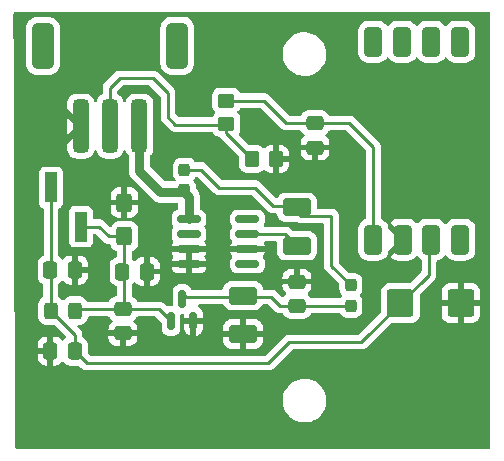
<source format=gbr>
%TF.GenerationSoftware,KiCad,Pcbnew,(7.0.0-0)*%
%TF.CreationDate,2023-04-15T16:17:14+02:00*%
%TF.ProjectId,MPX5100DP-SMD-board,4d505835-3130-4304-9450-2d534d442d62,0.99*%
%TF.SameCoordinates,Original*%
%TF.FileFunction,Copper,L2,Bot*%
%TF.FilePolarity,Positive*%
%FSLAX46Y46*%
G04 Gerber Fmt 4.6, Leading zero omitted, Abs format (unit mm)*
G04 Created by KiCad (PCBNEW (7.0.0-0)) date 2023-04-15 16:17:14*
%MOMM*%
%LPD*%
G01*
G04 APERTURE LIST*
G04 Aperture macros list*
%AMRoundRect*
0 Rectangle with rounded corners*
0 $1 Rounding radius*
0 $2 $3 $4 $5 $6 $7 $8 $9 X,Y pos of 4 corners*
0 Add a 4 corners polygon primitive as box body*
4,1,4,$2,$3,$4,$5,$6,$7,$8,$9,$2,$3,0*
0 Add four circle primitives for the rounded corners*
1,1,$1+$1,$2,$3*
1,1,$1+$1,$4,$5*
1,1,$1+$1,$6,$7*
1,1,$1+$1,$8,$9*
0 Add four rect primitives between the rounded corners*
20,1,$1+$1,$2,$3,$4,$5,0*
20,1,$1+$1,$4,$5,$6,$7,0*
20,1,$1+$1,$6,$7,$8,$9,0*
20,1,$1+$1,$8,$9,$2,$3,0*%
G04 Aperture macros list end*
%TA.AperFunction,SMDPad,CuDef*%
%ADD10RoundRect,0.250000X-0.337500X-0.475000X0.337500X-0.475000X0.337500X0.475000X-0.337500X0.475000X0*%
%TD*%
%TA.AperFunction,SMDPad,CuDef*%
%ADD11RoundRect,0.250000X0.337500X0.475000X-0.337500X0.475000X-0.337500X-0.475000X0.337500X-0.475000X0*%
%TD*%
%TA.AperFunction,SMDPad,CuDef*%
%ADD12RoundRect,0.250001X-0.924999X0.499999X-0.924999X-0.499999X0.924999X-0.499999X0.924999X0.499999X0*%
%TD*%
%TA.AperFunction,SMDPad,CuDef*%
%ADD13RoundRect,0.150000X0.825000X0.150000X-0.825000X0.150000X-0.825000X-0.150000X0.825000X-0.150000X0*%
%TD*%
%TA.AperFunction,SMDPad,CuDef*%
%ADD14RoundRect,0.250000X0.475000X-0.337500X0.475000X0.337500X-0.475000X0.337500X-0.475000X-0.337500X0*%
%TD*%
%TA.AperFunction,SMDPad,CuDef*%
%ADD15RoundRect,0.250000X-0.875000X-0.925000X0.875000X-0.925000X0.875000X0.925000X-0.875000X0.925000X0*%
%TD*%
%TA.AperFunction,SMDPad,CuDef*%
%ADD16RoundRect,0.237500X0.237500X-0.287500X0.237500X0.287500X-0.237500X0.287500X-0.237500X-0.287500X0*%
%TD*%
%TA.AperFunction,SMDPad,CuDef*%
%ADD17RoundRect,0.380000X0.380000X0.890000X-0.380000X0.890000X-0.380000X-0.890000X0.380000X-0.890000X0*%
%TD*%
%TA.AperFunction,SMDPad,CuDef*%
%ADD18R,1.000000X2.510000*%
%TD*%
%TA.AperFunction,SMDPad,CuDef*%
%ADD19RoundRect,0.150000X0.150000X-0.587500X0.150000X0.587500X-0.150000X0.587500X-0.150000X-0.587500X0*%
%TD*%
%TA.AperFunction,SMDPad,CuDef*%
%ADD20RoundRect,0.460375X-0.460375X-1.495425X0.460375X-1.495425X0.460375X1.495425X-0.460375X1.495425X0*%
%TD*%
%TA.AperFunction,SMDPad,CuDef*%
%ADD21RoundRect,0.325000X-0.325000X1.925000X-0.325000X-1.925000X0.325000X-1.925000X0.325000X1.925000X0*%
%TD*%
%TA.AperFunction,SMDPad,CuDef*%
%ADD22RoundRect,0.250000X-0.450000X0.350000X-0.450000X-0.350000X0.450000X-0.350000X0.450000X0.350000X0*%
%TD*%
%TA.AperFunction,SMDPad,CuDef*%
%ADD23RoundRect,0.250000X0.325000X0.450000X-0.325000X0.450000X-0.325000X-0.450000X0.325000X-0.450000X0*%
%TD*%
%TA.AperFunction,SMDPad,CuDef*%
%ADD24RoundRect,0.250000X-0.475000X0.337500X-0.475000X-0.337500X0.475000X-0.337500X0.475000X0.337500X0*%
%TD*%
%TA.AperFunction,SMDPad,CuDef*%
%ADD25RoundRect,0.250000X0.350000X0.450000X-0.350000X0.450000X-0.350000X-0.450000X0.350000X-0.450000X0*%
%TD*%
%TA.AperFunction,SMDPad,CuDef*%
%ADD26RoundRect,0.237500X-0.237500X0.287500X-0.237500X-0.287500X0.237500X-0.287500X0.237500X0.287500X0*%
%TD*%
%TA.AperFunction,SMDPad,CuDef*%
%ADD27RoundRect,0.250000X0.425000X-0.537500X0.425000X0.537500X-0.425000X0.537500X-0.425000X-0.537500X0*%
%TD*%
%TA.AperFunction,Conductor*%
%ADD28C,0.250000*%
%TD*%
%TA.AperFunction,Conductor*%
%ADD29C,0.800000*%
%TD*%
G04 APERTURE END LIST*
D10*
%TO.P,C9,1*%
%TO.N,Net-(#FLG03-pwr)*%
X55199000Y-41656000D03*
%TO.P,C9,2*%
%TO.N,GND*%
X57274000Y-41656000D03*
%TD*%
D11*
%TO.P,C8,1*%
%TO.N,Net-(#FLG03-pwr)*%
X57274000Y-48514000D03*
%TO.P,C8,2*%
%TO.N,GND*%
X55199000Y-48514000D03*
%TD*%
D12*
%TO.P,C1,1*%
%TO.N,Net-(D1-K)*%
X76070000Y-36348000D03*
%TO.P,C1,2*%
%TO.N,Net-(U1-CAP+)*%
X76070000Y-39598000D03*
%TD*%
D10*
%TO.P,C6,1*%
%TO.N,Net-(J2-Pin_1)*%
X61295000Y-41783000D03*
%TO.P,C6,2*%
%TO.N,GND*%
X63370000Y-41783000D03*
%TD*%
D13*
%TO.P,U1,1,NC*%
%TO.N,unconnected-(U1-NC-Pad1)*%
X71879000Y-37338000D03*
%TO.P,U1,2,CAP+*%
%TO.N,Net-(U1-CAP+)*%
X71879000Y-38608000D03*
%TO.P,U1,3,GND*%
%TO.N,GND*%
X71879000Y-39878000D03*
%TO.P,U1,4,CAP-*%
%TO.N,unconnected-(U1-CAP--Pad4)*%
X71879000Y-41148000D03*
%TO.P,U1,5,VOUT*%
%TO.N,GND*%
X66929000Y-41148000D03*
%TO.P,U1,6,LV*%
X66929000Y-39878000D03*
%TO.P,U1,7,OSC*%
%TO.N,unconnected-(U1-OSC-Pad7)*%
X66929000Y-38608000D03*
%TO.P,U1,8,V+*%
%TO.N,+3.3V*%
X66929000Y-37338000D03*
%TD*%
D14*
%TO.P,C3,1*%
%TO.N,Net-(#FLG02-pwr)*%
X76070000Y-44704000D03*
%TO.P,C3,2*%
%TO.N,GND*%
X76070000Y-42629000D03*
%TD*%
D15*
%TO.P,C7,1*%
%TO.N,Net-(#FLG03-pwr)*%
X84836000Y-44450000D03*
%TO.P,C7,2*%
%TO.N,GND*%
X89936000Y-44450000D03*
%TD*%
D12*
%TO.P,C2,1*%
%TO.N,Net-(#FLG02-pwr)*%
X71501000Y-43815000D03*
%TO.P,C2,2*%
%TO.N,GND*%
X71501000Y-47065000D03*
%TD*%
D16*
%TO.P,D2,1,K*%
%TO.N,Net-(#FLG02-pwr)*%
X80645000Y-44690000D03*
%TO.P,D2,2,A*%
%TO.N,Net-(D1-K)*%
X80645000Y-42940000D03*
%TD*%
D17*
%TO.P,U3,1,DNC*%
%TO.N,unconnected-(U3-DNC-Pad1)*%
X89900632Y-39079092D03*
%TO.P,U3,2,Vs*%
%TO.N,Net-(#FLG03-pwr)*%
X87411432Y-39079092D03*
%TO.P,U3,3,GND*%
%TO.N,GND*%
X85074632Y-39079092D03*
%TO.P,U3,4,Vout*%
%TO.N,Net-(U3-Vout)*%
X82534632Y-39079092D03*
%TO.P,U3,5,DNC*%
%TO.N,unconnected-(U3-DNC-Pad5)*%
X82534632Y-22319092D03*
%TO.P,U3,6,DNC*%
%TO.N,unconnected-(U3-DNC-Pad6)*%
X84989965Y-22319092D03*
%TO.P,U3,7,DNC*%
%TO.N,unconnected-(U3-DNC-Pad7)*%
X87445298Y-22319092D03*
%TO.P,U3,8,DNC*%
%TO.N,unconnected-(U3-DNC-Pad8)*%
X89900632Y-22319092D03*
%TD*%
D18*
%TO.P,J2,1,Pin_1*%
%TO.N,Net-(J2-Pin_1)*%
X57781999Y-37976999D03*
%TO.P,J2,2,Pin_2*%
%TO.N,Net-(#FLG03-pwr)*%
X55241999Y-34666999D03*
%TD*%
D19*
%TO.P,U2,1,GND*%
%TO.N,GND*%
X67307000Y-45974000D03*
%TO.P,U2,2,VO*%
%TO.N,Net-(J2-Pin_1)*%
X65407000Y-45974000D03*
%TO.P,U2,3,VI*%
%TO.N,Net-(#FLG02-pwr)*%
X66357000Y-44099000D03*
%TD*%
D20*
%TO.P,J1,*%
%TO.N,*%
X54565550Y-22682200D03*
X65938400Y-22656800D03*
D21*
%TO.P,J1,1,Pin_1*%
%TO.N,GND*%
X57759600Y-29464000D03*
%TO.P,J1,2,Pin_2*%
%TO.N,Net-(J1-Pin_2)*%
X60248800Y-29464000D03*
%TO.P,J1,3,Pin_3*%
%TO.N,+3.3V*%
X62738000Y-29464000D03*
%TD*%
D22*
%TO.P,R1,1*%
%TO.N,Net-(U3-Vout)*%
X70084000Y-27305000D03*
%TO.P,R1,2*%
%TO.N,Net-(J1-Pin_2)*%
X70084000Y-29305000D03*
%TD*%
D23*
%TO.P,L1,1*%
%TO.N,Net-(J2-Pin_1)*%
X57274000Y-45085000D03*
%TO.P,L1,2*%
%TO.N,Net-(#FLG03-pwr)*%
X55224000Y-45085000D03*
%TD*%
D24*
%TO.P,C10,1*%
%TO.N,Net-(U3-Vout)*%
X77597000Y-29210000D03*
%TO.P,C10,2*%
%TO.N,GND*%
X77597000Y-31285000D03*
%TD*%
D25*
%TO.P,R2,1*%
%TO.N,GND*%
X74279000Y-32258000D03*
%TO.P,R2,2*%
%TO.N,Net-(J1-Pin_2)*%
X72279000Y-32258000D03*
%TD*%
D26*
%TO.P,D1,1,K*%
%TO.N,Net-(D1-K)*%
X66545000Y-33161000D03*
%TO.P,D1,2,A*%
%TO.N,+3.3V*%
X66545000Y-34911000D03*
%TD*%
D27*
%TO.P,C4,1*%
%TO.N,Net-(J2-Pin_1)*%
X61465000Y-38816000D03*
%TO.P,C4,2*%
%TO.N,GND*%
X61465000Y-35941000D03*
%TD*%
D24*
%TO.P,C5,1*%
%TO.N,Net-(J2-Pin_1)*%
X61338000Y-44936500D03*
%TO.P,C5,2*%
%TO.N,GND*%
X61338000Y-47011500D03*
%TD*%
D28*
%TO.N,Net-(D1-K)*%
X80645000Y-42940000D02*
X78991000Y-41286000D01*
X78991000Y-37084000D02*
X76451000Y-37084000D01*
X69469000Y-34671000D02*
X67945000Y-33147000D01*
X72514000Y-34671000D02*
X69469000Y-34671000D01*
X76451000Y-37084000D02*
X75562000Y-36195000D01*
X66545000Y-33161000D02*
X67959000Y-33161000D01*
X75562000Y-36195000D02*
X74038000Y-36195000D01*
X78991000Y-41286000D02*
X78991000Y-37084000D01*
X74038000Y-36195000D02*
X72514000Y-34671000D01*
%TO.N,Net-(U1-CAP+)*%
X75080000Y-38608000D02*
X71498000Y-38608000D01*
X76070000Y-39598000D02*
X75080000Y-38608000D01*
D29*
%TO.N,+3.3V*%
X66929000Y-35436000D02*
X66929000Y-37338000D01*
X64516000Y-35052000D02*
X66545000Y-35052000D01*
X62865000Y-29997400D02*
X62738000Y-30124400D01*
X62738000Y-30124400D02*
X62738000Y-33274000D01*
X62738000Y-33274000D02*
X64516000Y-35052000D01*
X66545000Y-35052000D02*
X66929000Y-35436000D01*
D28*
%TO.N,Net-(J1-Pin_2)*%
X65786000Y-29337000D02*
X70052000Y-29337000D01*
X70052000Y-29337000D02*
X70084000Y-29305000D01*
X60248800Y-26212800D02*
X61061600Y-25400000D01*
X65151000Y-26695400D02*
X65151000Y-28702000D01*
X65151000Y-28702000D02*
X65786000Y-29337000D01*
X70084000Y-29305000D02*
X70084000Y-30063000D01*
X63855600Y-25400000D02*
X65151000Y-26695400D01*
X70084000Y-30063000D02*
X72279000Y-32258000D01*
X61061600Y-25400000D02*
X63855600Y-25400000D01*
X60248800Y-28213639D02*
X60248800Y-26212800D01*
%TO.N,Net-(J2-Pin_1)*%
X59433000Y-44958000D02*
X57401000Y-44958000D01*
X65407000Y-45974000D02*
X64391000Y-44958000D01*
X59306000Y-44958000D02*
X61168000Y-44958000D01*
X61465000Y-38816000D02*
X60149000Y-38816000D01*
X59310000Y-37977000D02*
X57782000Y-37977000D01*
X57401000Y-44958000D02*
X57274000Y-45085000D01*
X64391000Y-44958000D02*
X59433000Y-44958000D01*
X60149000Y-38816000D02*
X59310000Y-37977000D01*
X61338000Y-44936500D02*
X61465000Y-44809500D01*
X61465000Y-44809500D02*
X61465000Y-38816000D01*
%TO.N,Net-(#FLG02-pwr)*%
X74659000Y-44690000D02*
X73911000Y-43942000D01*
X80645000Y-44690000D02*
X76310000Y-44690000D01*
X73911000Y-43942000D02*
X66716000Y-43942000D01*
X66716000Y-43942000D02*
X66615000Y-43841000D01*
X78991000Y-44690000D02*
X74659000Y-44690000D01*
%TO.N,Net-(#FLG03-pwr)*%
X55224000Y-45085000D02*
X57274000Y-47135000D01*
X55224000Y-40894000D02*
X55224000Y-45085000D01*
X87249000Y-42037000D02*
X87249000Y-39241524D01*
X57274000Y-47135000D02*
X57274000Y-48514000D01*
X57274000Y-48514000D02*
X58290000Y-49530000D01*
X55242000Y-34667000D02*
X55242000Y-40876000D01*
X87249000Y-39241524D02*
X87411432Y-39079092D01*
X73660000Y-49530000D02*
X75438000Y-47752000D01*
X58290000Y-49530000D02*
X73660000Y-49530000D01*
X81534000Y-47752000D02*
X87249000Y-42037000D01*
X55242000Y-40876000D02*
X55224000Y-40894000D01*
X75438000Y-47752000D02*
X81534000Y-47752000D01*
%TO.N,Net-(U3-Vout)*%
X75184000Y-29210000D02*
X80518000Y-29210000D01*
X82550000Y-36957000D02*
X82550000Y-39063724D01*
X82550000Y-31242000D02*
X82550000Y-37465000D01*
X73279000Y-27305000D02*
X75184000Y-29210000D01*
X82550000Y-39063724D02*
X82534632Y-39079092D01*
X70084000Y-27305000D02*
X73279000Y-27305000D01*
X80518000Y-29210000D02*
X82550000Y-31242000D01*
%TD*%
%TA.AperFunction,Conductor*%
%TO.N,GND*%
G36*
X92390500Y-19829113D02*
G01*
X92435887Y-19874500D01*
X92452500Y-19936500D01*
X92452500Y-56644500D01*
X92435887Y-56706500D01*
X92390500Y-56751887D01*
X92328500Y-56768500D01*
X52320572Y-56768500D01*
X52258695Y-56751958D01*
X52213327Y-56706746D01*
X52196573Y-56644928D01*
X52183266Y-52772765D01*
X74853788Y-52772765D01*
X74854282Y-52777262D01*
X74854283Y-52777267D01*
X74882917Y-53037506D01*
X74882918Y-53037513D01*
X74883414Y-53042018D01*
X74884559Y-53046398D01*
X74884561Y-53046408D01*
X74916830Y-53169838D01*
X74951928Y-53304088D01*
X74953693Y-53308242D01*
X74953696Y-53308250D01*
X75056099Y-53549223D01*
X75057870Y-53553390D01*
X75060226Y-53557251D01*
X75060229Y-53557256D01*
X75196618Y-53780737D01*
X75198982Y-53784610D01*
X75372255Y-53992820D01*
X75375630Y-53995844D01*
X75375631Y-53995845D01*
X75480330Y-54089656D01*
X75573998Y-54173582D01*
X75799910Y-54323044D01*
X76045176Y-54438020D01*
X76304569Y-54516060D01*
X76572561Y-54555500D01*
X76773369Y-54555500D01*
X76775631Y-54555500D01*
X76978156Y-54540677D01*
X77242553Y-54481780D01*
X77495558Y-54385014D01*
X77731777Y-54252441D01*
X77946177Y-54086888D01*
X78134186Y-53891881D01*
X78291799Y-53671579D01*
X78415656Y-53430675D01*
X78503118Y-53174305D01*
X78552319Y-52907933D01*
X78562212Y-52637235D01*
X78532586Y-52367982D01*
X78464072Y-52105912D01*
X78358130Y-51856610D01*
X78217018Y-51625390D01*
X78043745Y-51417180D01*
X77938759Y-51323112D01*
X77845382Y-51239446D01*
X77845378Y-51239442D01*
X77842002Y-51236418D01*
X77616090Y-51086956D01*
X77611996Y-51085036D01*
X77611991Y-51085034D01*
X77374929Y-50973904D01*
X77374925Y-50973902D01*
X77370824Y-50971980D01*
X77366477Y-50970672D01*
X77366474Y-50970671D01*
X77115772Y-50895246D01*
X77115771Y-50895245D01*
X77111431Y-50893940D01*
X77106957Y-50893281D01*
X77106950Y-50893280D01*
X76847913Y-50855158D01*
X76847907Y-50855157D01*
X76843439Y-50854500D01*
X76640369Y-50854500D01*
X76638120Y-50854664D01*
X76638109Y-50854665D01*
X76442363Y-50868992D01*
X76442359Y-50868992D01*
X76437844Y-50869323D01*
X76433426Y-50870307D01*
X76433420Y-50870308D01*
X76177877Y-50927232D01*
X76177861Y-50927236D01*
X76173447Y-50928220D01*
X76169216Y-50929838D01*
X76169210Y-50929840D01*
X75924673Y-51023367D01*
X75924663Y-51023371D01*
X75920442Y-51024986D01*
X75916494Y-51027201D01*
X75916489Y-51027204D01*
X75688176Y-51155340D01*
X75688171Y-51155343D01*
X75684223Y-51157559D01*
X75680639Y-51160325D01*
X75680635Y-51160329D01*
X75473407Y-51320343D01*
X75473394Y-51320354D01*
X75469823Y-51323112D01*
X75466685Y-51326366D01*
X75466678Y-51326373D01*
X75284958Y-51514857D01*
X75284952Y-51514864D01*
X75281814Y-51518119D01*
X75279189Y-51521787D01*
X75279179Y-51521800D01*
X75126834Y-51734740D01*
X75126830Y-51734745D01*
X75124201Y-51738421D01*
X75122132Y-51742444D01*
X75122129Y-51742450D01*
X75002416Y-51975293D01*
X75002411Y-51975304D01*
X75000344Y-51979325D01*
X74998884Y-51983602D01*
X74998879Y-51983616D01*
X74914348Y-52231395D01*
X74914344Y-52231407D01*
X74912882Y-52235695D01*
X74912057Y-52240159D01*
X74912057Y-52240161D01*
X74864504Y-52497606D01*
X74864502Y-52497619D01*
X74863681Y-52502067D01*
X74863515Y-52506593D01*
X74863515Y-52506599D01*
X74858576Y-52641762D01*
X74853788Y-52772765D01*
X52183266Y-52772765D01*
X52170424Y-49035829D01*
X54111501Y-49035829D01*
X54111821Y-49042111D01*
X54121305Y-49134959D01*
X54124123Y-49148122D01*
X54174870Y-49301267D01*
X54180932Y-49314266D01*
X54265390Y-49451194D01*
X54274294Y-49462455D01*
X54388044Y-49576205D01*
X54399305Y-49585109D01*
X54536233Y-49669567D01*
X54549232Y-49675629D01*
X54702374Y-49726375D01*
X54715541Y-49729194D01*
X54808390Y-49738680D01*
X54814668Y-49739000D01*
X54932674Y-49739000D01*
X54945549Y-49735549D01*
X54949000Y-49722674D01*
X54949000Y-48780326D01*
X54945549Y-48767450D01*
X54932674Y-48764000D01*
X54127827Y-48764000D01*
X54114951Y-48767450D01*
X54111501Y-48780326D01*
X54111501Y-49035829D01*
X52170424Y-49035829D01*
X52167716Y-48247674D01*
X54111500Y-48247674D01*
X54114950Y-48260549D01*
X54127826Y-48264000D01*
X54932674Y-48264000D01*
X54945549Y-48260549D01*
X54949000Y-48247674D01*
X54949000Y-47305327D01*
X54945549Y-47292451D01*
X54932674Y-47289001D01*
X54814671Y-47289001D01*
X54808388Y-47289321D01*
X54715540Y-47298805D01*
X54702377Y-47301623D01*
X54549232Y-47352370D01*
X54536233Y-47358432D01*
X54399305Y-47442890D01*
X54388044Y-47451794D01*
X54274294Y-47565544D01*
X54265390Y-47576805D01*
X54180932Y-47713733D01*
X54174870Y-47726732D01*
X54124124Y-47879874D01*
X54121305Y-47893041D01*
X54111819Y-47985890D01*
X54111500Y-47992168D01*
X54111500Y-48247674D01*
X52167716Y-48247674D01*
X52146858Y-42177878D01*
X54111000Y-42177878D01*
X54111001Y-42181008D01*
X54111320Y-42184140D01*
X54111321Y-42184141D01*
X54120812Y-42277061D01*
X54120813Y-42277069D01*
X54121501Y-42283797D01*
X54123629Y-42290219D01*
X54123630Y-42290223D01*
X54165714Y-42417223D01*
X54176686Y-42450334D01*
X54180477Y-42456480D01*
X54264997Y-42593511D01*
X54265000Y-42593515D01*
X54268788Y-42599656D01*
X54392844Y-42723712D01*
X54539598Y-42814230D01*
X54582777Y-42859336D01*
X54598500Y-42919768D01*
X54598500Y-43869362D01*
X54582777Y-43929794D01*
X54539597Y-43974900D01*
X54430344Y-44042288D01*
X54425242Y-44047389D01*
X54425238Y-44047393D01*
X54311393Y-44161238D01*
X54311389Y-44161242D01*
X54306288Y-44166344D01*
X54302503Y-44172480D01*
X54302497Y-44172488D01*
X54217977Y-44309519D01*
X54214186Y-44315666D01*
X54211915Y-44322517D01*
X54211914Y-44322521D01*
X54161131Y-44475774D01*
X54159001Y-44482203D01*
X54158313Y-44488933D01*
X54158312Y-44488940D01*
X54148819Y-44581859D01*
X54148818Y-44581877D01*
X54148500Y-44584991D01*
X54148500Y-44588138D01*
X54148500Y-44588139D01*
X54148500Y-45581859D01*
X54148500Y-45581878D01*
X54148501Y-45585008D01*
X54148820Y-45588140D01*
X54148821Y-45588141D01*
X54158312Y-45681061D01*
X54158313Y-45681069D01*
X54159001Y-45687797D01*
X54161129Y-45694219D01*
X54161130Y-45694223D01*
X54202295Y-45818450D01*
X54214186Y-45854334D01*
X54221821Y-45866712D01*
X54302497Y-45997511D01*
X54302500Y-45997515D01*
X54306288Y-46003656D01*
X54430344Y-46127712D01*
X54436485Y-46131500D01*
X54436488Y-46131502D01*
X54442059Y-46134938D01*
X54579666Y-46219814D01*
X54746203Y-46274999D01*
X54848991Y-46285500D01*
X55488546Y-46285499D01*
X55535999Y-46294938D01*
X55576227Y-46321818D01*
X56500973Y-47246564D01*
X56530418Y-47293532D01*
X56536454Y-47348637D01*
X56517875Y-47400866D01*
X56478395Y-47439780D01*
X56473994Y-47442494D01*
X56473990Y-47442496D01*
X56467844Y-47446288D01*
X56462739Y-47451393D01*
X56462733Y-47451398D01*
X56348893Y-47565238D01*
X56348889Y-47565242D01*
X56343788Y-47570344D01*
X56339999Y-47576486D01*
X56335516Y-47582157D01*
X56334066Y-47581010D01*
X56296622Y-47616845D01*
X56236189Y-47632559D01*
X56175762Y-47616829D01*
X56138617Y-47581263D01*
X56137090Y-47582471D01*
X56123705Y-47565544D01*
X56009955Y-47451794D01*
X55998694Y-47442890D01*
X55861766Y-47358432D01*
X55848767Y-47352370D01*
X55695625Y-47301624D01*
X55682458Y-47298805D01*
X55589609Y-47289319D01*
X55583332Y-47289000D01*
X55465326Y-47289000D01*
X55452450Y-47292450D01*
X55449000Y-47305326D01*
X55449000Y-49722673D01*
X55452450Y-49735548D01*
X55465326Y-49738999D01*
X55583329Y-49738999D01*
X55589611Y-49738678D01*
X55682459Y-49729194D01*
X55695622Y-49726376D01*
X55848767Y-49675629D01*
X55861766Y-49669567D01*
X55998694Y-49585109D01*
X56009955Y-49576205D01*
X56123705Y-49462455D01*
X56137090Y-49445529D01*
X56138619Y-49446738D01*
X56175753Y-49411174D01*
X56236189Y-49395440D01*
X56296629Y-49411157D01*
X56334064Y-49446990D01*
X56335516Y-49445843D01*
X56339998Y-49451511D01*
X56343788Y-49457656D01*
X56467844Y-49581712D01*
X56473985Y-49585500D01*
X56473988Y-49585502D01*
X56531058Y-49620702D01*
X56617166Y-49673814D01*
X56783703Y-49728999D01*
X56886491Y-49739500D01*
X57563546Y-49739499D01*
X57610999Y-49748938D01*
X57651227Y-49775818D01*
X57792707Y-49917298D01*
X57800159Y-49925487D01*
X57804214Y-49931877D01*
X57853223Y-49977900D01*
X57856020Y-49980611D01*
X57875529Y-50000120D01*
X57878709Y-50002587D01*
X57887571Y-50010155D01*
X57900880Y-50022654D01*
X57913732Y-50034723D01*
X57913734Y-50034724D01*
X57919418Y-50040062D01*
X57926251Y-50043818D01*
X57926252Y-50043819D01*
X57936973Y-50049713D01*
X57953234Y-50060394D01*
X57969064Y-50072673D01*
X58009154Y-50090021D01*
X58019631Y-50095154D01*
X58057908Y-50116197D01*
X58074957Y-50120574D01*
X58077305Y-50121177D01*
X58095719Y-50127481D01*
X58114104Y-50135438D01*
X58157265Y-50142273D01*
X58168664Y-50144634D01*
X58210981Y-50155500D01*
X58231017Y-50155500D01*
X58250402Y-50157025D01*
X58270196Y-50160160D01*
X58308276Y-50156560D01*
X58313676Y-50156050D01*
X58325345Y-50155500D01*
X73582225Y-50155500D01*
X73593280Y-50156021D01*
X73600667Y-50157673D01*
X73667872Y-50155561D01*
X73671768Y-50155500D01*
X73695448Y-50155500D01*
X73699350Y-50155500D01*
X73703313Y-50154999D01*
X73714963Y-50154080D01*
X73758627Y-50152709D01*
X73777861Y-50147119D01*
X73796917Y-50143174D01*
X73816792Y-50140664D01*
X73857395Y-50124587D01*
X73868450Y-50120802D01*
X73910390Y-50108618D01*
X73927629Y-50098422D01*
X73945103Y-50089862D01*
X73956474Y-50085360D01*
X73956476Y-50085358D01*
X73963732Y-50082486D01*
X73999069Y-50056811D01*
X74008824Y-50050403D01*
X74046420Y-50028170D01*
X74060584Y-50014005D01*
X74075379Y-50001368D01*
X74091587Y-49989594D01*
X74119428Y-49955938D01*
X74127279Y-49947309D01*
X75660770Y-48413819D01*
X75700999Y-48386939D01*
X75748452Y-48377500D01*
X81456225Y-48377500D01*
X81467280Y-48378021D01*
X81474667Y-48379673D01*
X81541872Y-48377561D01*
X81545768Y-48377500D01*
X81569448Y-48377500D01*
X81573350Y-48377500D01*
X81577313Y-48376999D01*
X81588963Y-48376080D01*
X81632627Y-48374709D01*
X81651861Y-48369119D01*
X81670917Y-48365174D01*
X81690792Y-48362664D01*
X81731395Y-48346587D01*
X81742450Y-48342802D01*
X81784390Y-48330618D01*
X81801629Y-48320422D01*
X81819103Y-48311862D01*
X81830474Y-48307360D01*
X81830476Y-48307358D01*
X81837732Y-48304486D01*
X81873069Y-48278811D01*
X81882824Y-48272403D01*
X81920420Y-48250170D01*
X81934584Y-48236005D01*
X81949379Y-48223368D01*
X81965587Y-48211594D01*
X81993428Y-48177938D01*
X82001279Y-48169309D01*
X84008771Y-46161817D01*
X84048999Y-46134938D01*
X84096452Y-46125499D01*
X85757859Y-46125499D01*
X85761008Y-46125499D01*
X85863797Y-46114999D01*
X86030334Y-46059814D01*
X86179656Y-45967712D01*
X86303712Y-45843656D01*
X86395814Y-45694334D01*
X86450999Y-45527797D01*
X86461500Y-45425009D01*
X86461500Y-45421829D01*
X88311001Y-45421829D01*
X88311321Y-45428111D01*
X88320805Y-45520959D01*
X88323623Y-45534122D01*
X88374370Y-45687267D01*
X88380432Y-45700266D01*
X88464890Y-45837194D01*
X88473794Y-45848455D01*
X88587544Y-45962205D01*
X88598805Y-45971109D01*
X88735733Y-46055567D01*
X88748732Y-46061629D01*
X88901874Y-46112375D01*
X88915041Y-46115194D01*
X89007890Y-46124680D01*
X89014168Y-46125000D01*
X89669674Y-46125000D01*
X89682549Y-46121549D01*
X89686000Y-46108674D01*
X89686000Y-46108673D01*
X90186000Y-46108673D01*
X90189450Y-46121548D01*
X90202326Y-46124999D01*
X90857829Y-46124999D01*
X90864111Y-46124678D01*
X90956959Y-46115194D01*
X90970122Y-46112376D01*
X91123267Y-46061629D01*
X91136266Y-46055567D01*
X91273194Y-45971109D01*
X91284455Y-45962205D01*
X91398205Y-45848455D01*
X91407109Y-45837194D01*
X91491567Y-45700266D01*
X91497629Y-45687267D01*
X91548375Y-45534125D01*
X91551194Y-45520958D01*
X91560680Y-45428109D01*
X91561000Y-45421832D01*
X91561000Y-44716326D01*
X91557549Y-44703450D01*
X91544674Y-44700000D01*
X90202326Y-44700000D01*
X90189450Y-44703450D01*
X90186000Y-44716326D01*
X90186000Y-46108673D01*
X89686000Y-46108673D01*
X89686000Y-44716326D01*
X89682549Y-44703450D01*
X89669674Y-44700000D01*
X88327327Y-44700000D01*
X88314451Y-44703450D01*
X88311001Y-44716326D01*
X88311001Y-45421829D01*
X86461500Y-45421829D01*
X86461499Y-44183674D01*
X88311000Y-44183674D01*
X88314450Y-44196549D01*
X88327326Y-44200000D01*
X89669674Y-44200000D01*
X89682549Y-44196549D01*
X89686000Y-44183674D01*
X90186000Y-44183674D01*
X90189450Y-44196549D01*
X90202326Y-44200000D01*
X91544673Y-44200000D01*
X91557548Y-44196549D01*
X91560999Y-44183674D01*
X91560999Y-43478171D01*
X91560678Y-43471879D01*
X91551194Y-43379040D01*
X91548376Y-43365877D01*
X91497629Y-43212732D01*
X91491567Y-43199733D01*
X91407109Y-43062805D01*
X91398205Y-43051544D01*
X91284455Y-42937794D01*
X91273194Y-42928890D01*
X91136266Y-42844432D01*
X91123267Y-42838370D01*
X90970125Y-42787624D01*
X90956958Y-42784805D01*
X90864109Y-42775319D01*
X90857832Y-42775000D01*
X90202326Y-42775000D01*
X90189450Y-42778450D01*
X90186000Y-42791326D01*
X90186000Y-44183674D01*
X89686000Y-44183674D01*
X89686000Y-42791327D01*
X89682549Y-42778451D01*
X89669674Y-42775001D01*
X89014171Y-42775001D01*
X89007888Y-42775321D01*
X88915040Y-42784805D01*
X88901877Y-42787623D01*
X88748732Y-42838370D01*
X88735733Y-42844432D01*
X88598805Y-42928890D01*
X88587544Y-42937794D01*
X88473794Y-43051544D01*
X88464890Y-43062805D01*
X88380432Y-43199733D01*
X88374370Y-43212732D01*
X88323624Y-43365874D01*
X88320805Y-43379041D01*
X88311319Y-43471890D01*
X88311000Y-43478168D01*
X88311000Y-44183674D01*
X86461499Y-44183674D01*
X86461499Y-43760450D01*
X86470938Y-43712998D01*
X86497815Y-43672773D01*
X87636306Y-42534282D01*
X87644482Y-42526843D01*
X87650877Y-42522786D01*
X87696933Y-42473740D01*
X87699550Y-42471038D01*
X87719120Y-42451470D01*
X87721565Y-42448316D01*
X87729155Y-42439428D01*
X87759062Y-42407582D01*
X87768709Y-42390032D01*
X87779393Y-42373766D01*
X87791674Y-42357936D01*
X87809018Y-42317851D01*
X87814160Y-42307356D01*
X87815548Y-42304832D01*
X87835197Y-42269092D01*
X87840179Y-42249689D01*
X87846480Y-42231283D01*
X87854438Y-42212895D01*
X87861269Y-42169756D01*
X87863639Y-42158315D01*
X87866920Y-42145540D01*
X87874500Y-42116019D01*
X87874500Y-42095983D01*
X87876025Y-42076597D01*
X87879160Y-42056804D01*
X87875050Y-42013324D01*
X87874500Y-42001655D01*
X87874500Y-40952693D01*
X87886435Y-40899613D01*
X87919944Y-40856751D01*
X87968574Y-40832358D01*
X87992005Y-40826531D01*
X88096860Y-40800455D01*
X88268437Y-40715360D01*
X88417711Y-40595371D01*
X88537700Y-40446097D01*
X88544942Y-40431493D01*
X88590669Y-40381211D01*
X88656032Y-40362585D01*
X88721395Y-40381211D01*
X88767121Y-40431493D01*
X88768587Y-40434450D01*
X88774364Y-40446097D01*
X88894353Y-40595371D01*
X89043627Y-40715360D01*
X89215204Y-40800455D01*
X89401064Y-40846676D01*
X89444066Y-40849592D01*
X90355100Y-40849592D01*
X90357198Y-40849592D01*
X90400200Y-40846676D01*
X90586060Y-40800455D01*
X90757637Y-40715360D01*
X90906911Y-40595371D01*
X91026900Y-40446097D01*
X91111995Y-40274520D01*
X91158216Y-40088660D01*
X91161132Y-40045658D01*
X91161132Y-38112526D01*
X91158216Y-38069524D01*
X91111995Y-37883664D01*
X91026900Y-37712087D01*
X90906911Y-37562813D01*
X90757637Y-37442824D01*
X90751617Y-37439838D01*
X90751615Y-37439837D01*
X90592079Y-37360714D01*
X90592077Y-37360713D01*
X90586060Y-37357729D01*
X90579544Y-37356108D01*
X90579540Y-37356107D01*
X90405500Y-37312826D01*
X90405499Y-37312825D01*
X90400200Y-37311508D01*
X90394753Y-37311138D01*
X90394749Y-37311138D01*
X90359289Y-37308733D01*
X90359265Y-37308732D01*
X90357198Y-37308592D01*
X89444066Y-37308592D01*
X89441999Y-37308732D01*
X89441974Y-37308733D01*
X89406514Y-37311138D01*
X89406509Y-37311138D01*
X89401064Y-37311508D01*
X89395766Y-37312825D01*
X89395763Y-37312826D01*
X89221723Y-37356107D01*
X89221716Y-37356109D01*
X89215204Y-37357729D01*
X89209189Y-37360712D01*
X89209184Y-37360714D01*
X89049648Y-37439837D01*
X89049642Y-37439840D01*
X89043627Y-37442824D01*
X89038393Y-37447030D01*
X89038390Y-37447033D01*
X88899587Y-37558605D01*
X88899582Y-37558609D01*
X88894353Y-37562813D01*
X88890149Y-37568042D01*
X88890145Y-37568047D01*
X88778573Y-37706850D01*
X88778570Y-37706853D01*
X88774364Y-37712087D01*
X88771380Y-37718102D01*
X88771377Y-37718108D01*
X88767120Y-37726693D01*
X88721393Y-37776973D01*
X88656032Y-37795598D01*
X88590671Y-37776973D01*
X88544944Y-37726693D01*
X88540686Y-37718108D01*
X88537700Y-37712087D01*
X88417711Y-37562813D01*
X88268437Y-37442824D01*
X88262417Y-37439838D01*
X88262415Y-37439837D01*
X88102879Y-37360714D01*
X88102877Y-37360713D01*
X88096860Y-37357729D01*
X88090344Y-37356108D01*
X88090340Y-37356107D01*
X87916300Y-37312826D01*
X87916299Y-37312825D01*
X87911000Y-37311508D01*
X87905553Y-37311138D01*
X87905549Y-37311138D01*
X87870089Y-37308733D01*
X87870065Y-37308732D01*
X87867998Y-37308592D01*
X86954866Y-37308592D01*
X86952799Y-37308732D01*
X86952774Y-37308733D01*
X86917314Y-37311138D01*
X86917309Y-37311138D01*
X86911864Y-37311508D01*
X86906566Y-37312825D01*
X86906563Y-37312826D01*
X86732523Y-37356107D01*
X86732516Y-37356109D01*
X86726004Y-37357729D01*
X86719989Y-37360712D01*
X86719984Y-37360714D01*
X86560448Y-37439837D01*
X86560442Y-37439840D01*
X86554427Y-37442824D01*
X86549193Y-37447030D01*
X86549190Y-37447033D01*
X86410387Y-37558605D01*
X86410382Y-37558609D01*
X86405153Y-37562813D01*
X86400949Y-37568042D01*
X86400943Y-37568049D01*
X86339357Y-37644666D01*
X86296295Y-37678802D01*
X86242710Y-37690978D01*
X86189124Y-37678802D01*
X86146063Y-37644665D01*
X86084767Y-37568409D01*
X86075314Y-37558956D01*
X85936606Y-37447460D01*
X85925343Y-37440261D01*
X85765905Y-37361186D01*
X85753366Y-37356579D01*
X85579433Y-37313324D01*
X85568682Y-37311636D01*
X85533249Y-37309233D01*
X85529060Y-37309092D01*
X84620204Y-37309092D01*
X84616014Y-37309233D01*
X84580581Y-37311636D01*
X84569830Y-37313324D01*
X84395897Y-37356579D01*
X84383358Y-37361186D01*
X84223920Y-37440261D01*
X84212657Y-37447460D01*
X84073949Y-37558956D01*
X84064496Y-37568409D01*
X84008509Y-37638058D01*
X84003134Y-37649675D01*
X84009730Y-37660637D01*
X85340503Y-38991410D01*
X85372597Y-39046997D01*
X85372597Y-39111185D01*
X85340503Y-39166772D01*
X84009731Y-40497544D01*
X84003134Y-40508509D01*
X84008505Y-40520119D01*
X84064495Y-40589773D01*
X84073952Y-40599230D01*
X84212657Y-40710723D01*
X84223920Y-40717922D01*
X84383358Y-40796997D01*
X84395897Y-40801604D01*
X84569830Y-40844859D01*
X84580581Y-40846547D01*
X84616014Y-40848950D01*
X84620204Y-40849092D01*
X85529060Y-40849092D01*
X85533249Y-40848950D01*
X85568682Y-40846547D01*
X85579433Y-40844859D01*
X85753366Y-40801604D01*
X85765905Y-40796997D01*
X85925343Y-40717922D01*
X85936606Y-40710723D01*
X86075314Y-40599227D01*
X86084765Y-40589776D01*
X86146062Y-40513519D01*
X86189124Y-40479381D01*
X86242710Y-40467205D01*
X86296295Y-40479381D01*
X86339357Y-40513518D01*
X86400939Y-40590130D01*
X86400945Y-40590136D01*
X86405153Y-40595371D01*
X86554427Y-40715360D01*
X86560449Y-40718346D01*
X86566113Y-40721967D01*
X86564495Y-40724497D01*
X86604825Y-40761089D01*
X86623500Y-40826531D01*
X86623500Y-41726547D01*
X86614061Y-41774000D01*
X86587181Y-41814228D01*
X85663227Y-42738181D01*
X85622999Y-42765061D01*
X85575546Y-42774500D01*
X83914140Y-42774500D01*
X83914120Y-42774500D01*
X83910992Y-42774501D01*
X83907860Y-42774820D01*
X83907858Y-42774821D01*
X83814938Y-42784312D01*
X83814928Y-42784313D01*
X83808203Y-42785001D01*
X83801781Y-42787128D01*
X83801776Y-42787130D01*
X83648521Y-42837914D01*
X83648517Y-42837915D01*
X83641666Y-42840186D01*
X83635522Y-42843975D01*
X83635519Y-42843977D01*
X83498488Y-42928497D01*
X83498480Y-42928503D01*
X83492344Y-42932288D01*
X83487242Y-42937389D01*
X83487238Y-42937393D01*
X83373393Y-43051238D01*
X83373389Y-43051242D01*
X83368288Y-43056344D01*
X83364503Y-43062480D01*
X83364497Y-43062488D01*
X83298839Y-43168939D01*
X83276186Y-43205666D01*
X83273915Y-43212517D01*
X83273914Y-43212521D01*
X83223131Y-43365774D01*
X83221001Y-43372203D01*
X83220313Y-43378933D01*
X83220312Y-43378940D01*
X83210819Y-43471859D01*
X83210818Y-43471877D01*
X83210500Y-43474991D01*
X83210500Y-43478140D01*
X83210500Y-45139546D01*
X83201061Y-45186999D01*
X83174181Y-45227227D01*
X81311228Y-47090181D01*
X81271000Y-47117061D01*
X81223547Y-47126500D01*
X75515775Y-47126500D01*
X75504719Y-47125978D01*
X75497333Y-47124327D01*
X75489545Y-47124571D01*
X75489538Y-47124571D01*
X75430113Y-47126439D01*
X75426219Y-47126500D01*
X75398650Y-47126500D01*
X75394794Y-47126986D01*
X75394791Y-47126987D01*
X75394735Y-47126994D01*
X75394662Y-47127003D01*
X75383044Y-47127917D01*
X75347165Y-47129045D01*
X75347164Y-47129045D01*
X75339373Y-47129290D01*
X75331888Y-47131464D01*
X75331884Y-47131465D01*
X75320125Y-47134881D01*
X75301087Y-47138823D01*
X75288949Y-47140357D01*
X75288941Y-47140358D01*
X75281208Y-47141336D01*
X75273960Y-47144205D01*
X75273954Y-47144207D01*
X75240597Y-47157413D01*
X75229554Y-47161194D01*
X75195100Y-47171205D01*
X75195094Y-47171207D01*
X75187610Y-47173382D01*
X75180898Y-47177351D01*
X75180896Y-47177352D01*
X75170364Y-47183580D01*
X75152904Y-47192134D01*
X75141519Y-47196642D01*
X75141513Y-47196644D01*
X75134268Y-47199514D01*
X75127963Y-47204094D01*
X75127955Y-47204099D01*
X75098932Y-47225185D01*
X75089174Y-47231595D01*
X75058296Y-47249857D01*
X75058290Y-47249861D01*
X75051580Y-47253830D01*
X75046067Y-47259341D01*
X75046060Y-47259348D01*
X75037410Y-47267998D01*
X75022627Y-47280624D01*
X75012726Y-47287817D01*
X75012716Y-47287826D01*
X75006413Y-47292406D01*
X75001444Y-47298411D01*
X75001441Y-47298415D01*
X74978572Y-47326059D01*
X74970711Y-47334697D01*
X73437228Y-48868181D01*
X73397000Y-48895061D01*
X73349547Y-48904500D01*
X58600452Y-48904500D01*
X58552999Y-48895061D01*
X58512771Y-48868181D01*
X58398318Y-48753728D01*
X58371438Y-48713500D01*
X58361999Y-48666047D01*
X58361999Y-47992141D01*
X58361999Y-47988992D01*
X58351499Y-47886203D01*
X58296314Y-47719666D01*
X58211692Y-47582471D01*
X58208002Y-47576488D01*
X58208000Y-47576485D01*
X58204212Y-47570344D01*
X58080156Y-47446288D01*
X57998348Y-47395829D01*
X60113001Y-47395829D01*
X60113321Y-47402111D01*
X60122805Y-47494959D01*
X60125623Y-47508122D01*
X60176370Y-47661267D01*
X60182432Y-47674266D01*
X60266890Y-47811194D01*
X60275794Y-47822455D01*
X60389544Y-47936205D01*
X60400805Y-47945109D01*
X60537733Y-48029567D01*
X60550732Y-48035629D01*
X60703874Y-48086375D01*
X60717041Y-48089194D01*
X60809890Y-48098680D01*
X60816168Y-48099000D01*
X61071674Y-48099000D01*
X61084549Y-48095549D01*
X61088000Y-48082674D01*
X61088000Y-48082673D01*
X61588000Y-48082673D01*
X61591450Y-48095548D01*
X61604326Y-48098999D01*
X61859829Y-48098999D01*
X61866111Y-48098678D01*
X61958959Y-48089194D01*
X61972122Y-48086376D01*
X62125267Y-48035629D01*
X62138266Y-48029567D01*
X62275194Y-47945109D01*
X62286455Y-47936205D01*
X62400205Y-47822455D01*
X62409109Y-47811194D01*
X62493567Y-47674266D01*
X62499629Y-47661267D01*
X62516010Y-47611831D01*
X69826000Y-47611831D01*
X69826319Y-47618108D01*
X69835805Y-47710957D01*
X69838624Y-47724124D01*
X69889370Y-47877266D01*
X69895432Y-47890265D01*
X69979890Y-48027193D01*
X69988794Y-48038454D01*
X70102545Y-48152205D01*
X70113806Y-48161109D01*
X70250734Y-48245567D01*
X70263733Y-48251629D01*
X70416875Y-48302375D01*
X70430042Y-48305194D01*
X70522891Y-48314680D01*
X70529169Y-48315000D01*
X71234674Y-48315000D01*
X71247549Y-48311549D01*
X71251000Y-48298674D01*
X71751000Y-48298674D01*
X71754450Y-48311549D01*
X71767326Y-48315000D01*
X72472831Y-48315000D01*
X72479108Y-48314680D01*
X72571957Y-48305194D01*
X72585124Y-48302375D01*
X72738266Y-48251629D01*
X72751265Y-48245567D01*
X72888193Y-48161109D01*
X72899454Y-48152205D01*
X73013205Y-48038454D01*
X73022109Y-48027193D01*
X73106567Y-47890265D01*
X73112629Y-47877266D01*
X73163375Y-47724124D01*
X73166194Y-47710957D01*
X73175680Y-47618108D01*
X73176000Y-47611831D01*
X73176000Y-47331326D01*
X73172549Y-47318450D01*
X73159674Y-47315000D01*
X71767326Y-47315000D01*
X71754450Y-47318450D01*
X71751000Y-47331326D01*
X71751000Y-48298674D01*
X71251000Y-48298674D01*
X71251000Y-47331326D01*
X71247549Y-47318450D01*
X71234674Y-47315000D01*
X69842326Y-47315000D01*
X69829450Y-47318450D01*
X69826000Y-47331326D01*
X69826000Y-47611831D01*
X62516010Y-47611831D01*
X62550375Y-47508125D01*
X62553194Y-47494958D01*
X62562680Y-47402109D01*
X62563000Y-47395832D01*
X62563000Y-47277826D01*
X62559549Y-47264950D01*
X62546674Y-47261500D01*
X61604326Y-47261500D01*
X61591450Y-47264950D01*
X61588000Y-47277826D01*
X61588000Y-48082673D01*
X61088000Y-48082673D01*
X61088000Y-47277826D01*
X61084549Y-47264950D01*
X61071674Y-47261500D01*
X60129327Y-47261500D01*
X60116451Y-47264950D01*
X60113001Y-47277826D01*
X60113001Y-47395829D01*
X57998348Y-47395829D01*
X57958402Y-47371190D01*
X57915223Y-47326084D01*
X57899500Y-47265652D01*
X57899500Y-47212775D01*
X57900021Y-47201719D01*
X57901673Y-47194333D01*
X57899561Y-47127127D01*
X57899500Y-47123232D01*
X57899500Y-47099541D01*
X57899500Y-47095650D01*
X57898998Y-47091677D01*
X57898080Y-47080018D01*
X57897880Y-47073664D01*
X57896709Y-47036373D01*
X57891120Y-47017140D01*
X57887174Y-46998083D01*
X57885641Y-46985944D01*
X57884664Y-46978208D01*
X57868582Y-46937591D01*
X57864803Y-46926551D01*
X57854795Y-46892102D01*
X57854793Y-46892099D01*
X57852618Y-46884610D01*
X57842417Y-46867360D01*
X57833863Y-46849901D01*
X57826486Y-46831268D01*
X57800808Y-46795925D01*
X57794401Y-46786171D01*
X57776142Y-46755296D01*
X57776141Y-46755294D01*
X57772170Y-46748580D01*
X57758005Y-46734415D01*
X57745370Y-46719622D01*
X57733594Y-46703413D01*
X57727583Y-46698440D01*
X57727581Y-46698438D01*
X57699941Y-46675573D01*
X57691300Y-46667710D01*
X57520770Y-46497180D01*
X57490520Y-46447817D01*
X57485978Y-46390101D01*
X57508133Y-46336614D01*
X57552156Y-46299014D01*
X57608451Y-46285499D01*
X57645859Y-46285499D01*
X57649008Y-46285499D01*
X57751797Y-46274999D01*
X57918334Y-46219814D01*
X58067656Y-46127712D01*
X58191712Y-46003656D01*
X58283814Y-45854334D01*
X58338999Y-45687797D01*
X58339653Y-45681394D01*
X58363198Y-45631063D01*
X58406533Y-45596023D01*
X58460837Y-45583500D01*
X59226981Y-45583500D01*
X59353981Y-45583500D01*
X59472350Y-45583500D01*
X60102913Y-45583500D01*
X60163345Y-45599223D01*
X60208451Y-45642402D01*
X60270288Y-45742656D01*
X60394344Y-45866712D01*
X60400488Y-45870502D01*
X60406157Y-45874984D01*
X60405008Y-45876436D01*
X60440832Y-45913853D01*
X60456559Y-45974281D01*
X60440844Y-46034712D01*
X60405266Y-46071886D01*
X60406471Y-46073410D01*
X60389544Y-46086794D01*
X60275794Y-46200544D01*
X60266890Y-46211805D01*
X60182432Y-46348733D01*
X60176370Y-46361732D01*
X60125624Y-46514874D01*
X60122805Y-46528041D01*
X60113319Y-46620890D01*
X60113000Y-46627168D01*
X60113000Y-46745174D01*
X60116450Y-46758049D01*
X60129326Y-46761500D01*
X62546673Y-46761500D01*
X62559548Y-46758049D01*
X62562999Y-46745174D01*
X62562999Y-46627171D01*
X62562678Y-46620888D01*
X62553194Y-46528040D01*
X62550376Y-46514877D01*
X62499629Y-46361732D01*
X62493567Y-46348733D01*
X62409109Y-46211805D01*
X62400205Y-46200544D01*
X62286455Y-46086794D01*
X62269529Y-46073410D01*
X62270735Y-46071883D01*
X62235160Y-46034720D01*
X62219440Y-45974282D01*
X62235171Y-45913846D01*
X62270992Y-45876438D01*
X62269843Y-45874984D01*
X62275509Y-45870503D01*
X62281656Y-45866712D01*
X62405712Y-45742656D01*
X62467548Y-45642402D01*
X62512655Y-45599223D01*
X62573087Y-45583500D01*
X64080548Y-45583500D01*
X64128001Y-45592939D01*
X64168229Y-45619819D01*
X64570181Y-46021772D01*
X64597061Y-46062000D01*
X64606500Y-46109453D01*
X64606500Y-46627194D01*
X64606690Y-46629614D01*
X64606691Y-46629628D01*
X64608904Y-46657751D01*
X64608905Y-46657758D01*
X64609402Y-46664069D01*
X64611168Y-46670150D01*
X64611170Y-46670157D01*
X64644876Y-46786171D01*
X64655256Y-46821898D01*
X64659226Y-46828611D01*
X64659227Y-46828613D01*
X64734946Y-46956648D01*
X64734948Y-46956651D01*
X64738919Y-46963365D01*
X64855135Y-47079581D01*
X64861849Y-47083552D01*
X64861851Y-47083553D01*
X64918510Y-47117061D01*
X64996602Y-47163244D01*
X65154431Y-47209098D01*
X65191306Y-47212000D01*
X65620249Y-47212000D01*
X65622694Y-47212000D01*
X65659569Y-47209098D01*
X65817398Y-47163244D01*
X65958865Y-47079581D01*
X66075081Y-46963365D01*
X66158744Y-46821898D01*
X66204598Y-46664069D01*
X66207500Y-46627194D01*
X66207500Y-46624697D01*
X66507000Y-46624697D01*
X66507191Y-46629576D01*
X66509402Y-46657673D01*
X66511668Y-46670079D01*
X66553541Y-46814205D01*
X66559689Y-46828412D01*
X66635344Y-46956338D01*
X66644835Y-46968574D01*
X66749925Y-47073664D01*
X66762161Y-47083155D01*
X66890087Y-47158810D01*
X66904294Y-47164958D01*
X67046223Y-47206192D01*
X67053293Y-47204786D01*
X67057000Y-47191644D01*
X67557000Y-47191644D01*
X67560706Y-47204786D01*
X67567776Y-47206192D01*
X67709705Y-47164958D01*
X67723912Y-47158810D01*
X67851838Y-47083155D01*
X67864074Y-47073664D01*
X67969164Y-46968574D01*
X67978655Y-46956338D01*
X68054310Y-46828412D01*
X68060458Y-46814205D01*
X68064970Y-46798674D01*
X69826000Y-46798674D01*
X69829450Y-46811549D01*
X69842326Y-46815000D01*
X71234674Y-46815000D01*
X71247549Y-46811549D01*
X71251000Y-46798674D01*
X71751000Y-46798674D01*
X71754450Y-46811549D01*
X71767326Y-46815000D01*
X73159674Y-46815000D01*
X73172549Y-46811549D01*
X73176000Y-46798674D01*
X73176000Y-46518169D01*
X73175680Y-46511891D01*
X73166194Y-46419042D01*
X73163375Y-46405875D01*
X73112629Y-46252733D01*
X73106567Y-46239734D01*
X73022109Y-46102806D01*
X73013205Y-46091545D01*
X72899454Y-45977794D01*
X72888193Y-45968890D01*
X72751265Y-45884432D01*
X72738266Y-45878370D01*
X72585124Y-45827624D01*
X72571957Y-45824805D01*
X72479108Y-45815319D01*
X72472831Y-45815000D01*
X71767326Y-45815000D01*
X71754450Y-45818450D01*
X71751000Y-45831326D01*
X71751000Y-46798674D01*
X71251000Y-46798674D01*
X71251000Y-45831326D01*
X71247549Y-45818450D01*
X71234674Y-45815000D01*
X70529169Y-45815000D01*
X70522891Y-45815319D01*
X70430042Y-45824805D01*
X70416875Y-45827624D01*
X70263733Y-45878370D01*
X70250734Y-45884432D01*
X70113806Y-45968890D01*
X70102545Y-45977794D01*
X69988794Y-46091545D01*
X69979890Y-46102806D01*
X69895432Y-46239734D01*
X69889370Y-46252733D01*
X69838624Y-46405875D01*
X69835805Y-46419042D01*
X69826319Y-46511891D01*
X69826000Y-46518169D01*
X69826000Y-46798674D01*
X68064970Y-46798674D01*
X68102331Y-46670079D01*
X68104597Y-46657673D01*
X68106808Y-46629576D01*
X68107000Y-46624697D01*
X68107000Y-46240326D01*
X68103549Y-46227450D01*
X68090674Y-46224000D01*
X67573326Y-46224000D01*
X67560450Y-46227450D01*
X67557000Y-46240326D01*
X67557000Y-47191644D01*
X67057000Y-47191644D01*
X67057000Y-46240326D01*
X67053549Y-46227450D01*
X67040674Y-46224000D01*
X66523326Y-46224000D01*
X66510450Y-46227450D01*
X66507000Y-46240326D01*
X66507000Y-46624697D01*
X66207500Y-46624697D01*
X66207500Y-45461000D01*
X66224113Y-45399000D01*
X66269500Y-45353613D01*
X66331500Y-45337000D01*
X66383000Y-45337000D01*
X66445000Y-45353613D01*
X66490387Y-45399000D01*
X66507000Y-45461000D01*
X66507000Y-45707674D01*
X66510450Y-45720549D01*
X66523326Y-45724000D01*
X68090674Y-45724000D01*
X68103549Y-45720549D01*
X68107000Y-45707674D01*
X68107000Y-45323303D01*
X68106808Y-45318423D01*
X68104597Y-45290326D01*
X68102331Y-45277920D01*
X68060458Y-45133794D01*
X68054310Y-45119587D01*
X67978655Y-44991661D01*
X67969164Y-44979425D01*
X67864074Y-44874335D01*
X67851838Y-44864844D01*
X67739203Y-44798232D01*
X67694421Y-44752598D01*
X67678326Y-44690721D01*
X67695197Y-44629051D01*
X67740549Y-44583983D01*
X67802324Y-44567500D01*
X69781949Y-44567500D01*
X69848570Y-44586917D01*
X69890519Y-44634745D01*
X69891186Y-44634334D01*
X69891439Y-44634745D01*
X69894972Y-44640473D01*
X69894975Y-44640478D01*
X69969284Y-44760950D01*
X69983289Y-44783655D01*
X70107345Y-44907711D01*
X70256666Y-44999814D01*
X70423203Y-45054999D01*
X70525992Y-45065500D01*
X72472859Y-45065500D01*
X72476008Y-45065500D01*
X72578797Y-45054999D01*
X72745334Y-44999814D01*
X72894655Y-44907711D01*
X73018711Y-44783655D01*
X73110814Y-44634334D01*
X73111480Y-44634745D01*
X73153430Y-44586917D01*
X73220051Y-44567500D01*
X73600548Y-44567500D01*
X73648001Y-44576939D01*
X73688229Y-44603819D01*
X74161707Y-45077297D01*
X74169156Y-45085483D01*
X74173214Y-45091877D01*
X74178899Y-45097215D01*
X74178901Y-45097218D01*
X74222239Y-45137915D01*
X74225035Y-45140625D01*
X74244530Y-45160120D01*
X74247615Y-45162513D01*
X74247701Y-45162580D01*
X74256573Y-45170158D01*
X74288418Y-45200062D01*
X74295248Y-45203817D01*
X74295251Y-45203819D01*
X74305971Y-45209712D01*
X74322222Y-45220386D01*
X74338064Y-45232674D01*
X74345221Y-45235771D01*
X74345223Y-45235772D01*
X74378155Y-45250022D01*
X74388650Y-45255164D01*
X74426908Y-45276197D01*
X74446312Y-45281179D01*
X74464714Y-45287480D01*
X74475941Y-45292338D01*
X74483105Y-45295438D01*
X74520697Y-45301391D01*
X74526239Y-45302269D01*
X74537682Y-45304639D01*
X74572425Y-45313560D01*
X74572426Y-45313560D01*
X74579981Y-45315500D01*
X74600017Y-45315500D01*
X74619402Y-45317025D01*
X74639196Y-45320160D01*
X74677276Y-45316560D01*
X74682676Y-45316050D01*
X74694345Y-45315500D01*
X74813017Y-45315500D01*
X74873449Y-45331223D01*
X74918556Y-45374404D01*
X74998497Y-45504011D01*
X74998500Y-45504015D01*
X75002288Y-45510156D01*
X75126344Y-45634212D01*
X75132485Y-45638000D01*
X75132488Y-45638002D01*
X75189558Y-45673202D01*
X75275666Y-45726314D01*
X75442203Y-45781499D01*
X75544991Y-45792000D01*
X76595008Y-45791999D01*
X76697797Y-45781499D01*
X76864334Y-45726314D01*
X77013656Y-45634212D01*
X77137712Y-45510156D01*
X77221444Y-45374403D01*
X77266551Y-45331223D01*
X77326983Y-45315500D01*
X79030350Y-45315500D01*
X79679679Y-45315500D01*
X79740111Y-45331223D01*
X79785215Y-45374400D01*
X79824660Y-45438350D01*
X79946650Y-45560340D01*
X80093484Y-45650908D01*
X80257247Y-45705174D01*
X80358323Y-45715500D01*
X80931676Y-45715499D01*
X81032753Y-45705174D01*
X81196516Y-45650908D01*
X81343350Y-45560340D01*
X81465340Y-45438350D01*
X81555908Y-45291516D01*
X81610174Y-45127753D01*
X81620500Y-45026677D01*
X81620499Y-44353324D01*
X81610174Y-44252247D01*
X81555908Y-44088484D01*
X81465340Y-43941650D01*
X81426371Y-43902681D01*
X81394277Y-43847094D01*
X81394277Y-43782906D01*
X81426371Y-43727319D01*
X81440692Y-43712998D01*
X81465340Y-43688350D01*
X81555908Y-43541516D01*
X81610174Y-43377753D01*
X81620500Y-43276677D01*
X81620499Y-42603324D01*
X81610174Y-42502247D01*
X81555908Y-42338484D01*
X81465340Y-42191650D01*
X81343350Y-42069660D01*
X81196516Y-41979092D01*
X81189664Y-41976821D01*
X81189661Y-41976820D01*
X81088597Y-41943331D01*
X81032753Y-41924826D01*
X81026020Y-41924138D01*
X81026015Y-41924137D01*
X80934808Y-41914819D01*
X80934791Y-41914818D01*
X80931677Y-41914500D01*
X80928528Y-41914500D01*
X80555453Y-41914500D01*
X80508000Y-41905061D01*
X80467772Y-41878181D01*
X79652819Y-41063228D01*
X79625939Y-41023000D01*
X79616500Y-40975547D01*
X79616500Y-37154849D01*
X79618696Y-37131614D01*
X79618766Y-37131246D01*
X79620227Y-37123588D01*
X79616745Y-37068241D01*
X79616500Y-37060455D01*
X79616500Y-37048543D01*
X79616500Y-37044650D01*
X79614517Y-37028957D01*
X79613787Y-37021231D01*
X79610304Y-36965862D01*
X79607780Y-36958094D01*
X79602687Y-36935310D01*
X79601664Y-36927208D01*
X79581233Y-36875606D01*
X79578603Y-36868299D01*
X79561467Y-36815559D01*
X79557091Y-36808663D01*
X79546497Y-36787873D01*
X79543486Y-36780268D01*
X79510881Y-36735391D01*
X79506502Y-36728948D01*
X79504247Y-36725394D01*
X79476786Y-36682123D01*
X79471099Y-36676783D01*
X79471096Y-36676779D01*
X79470835Y-36676534D01*
X79455395Y-36659021D01*
X79455180Y-36658726D01*
X79450594Y-36652413D01*
X79407860Y-36617060D01*
X79402018Y-36611910D01*
X79391693Y-36602214D01*
X79361582Y-36573938D01*
X79354750Y-36570182D01*
X79354746Y-36570179D01*
X79354411Y-36569995D01*
X79335117Y-36556882D01*
X79334838Y-36556651D01*
X79334832Y-36556647D01*
X79328823Y-36551676D01*
X79278633Y-36528057D01*
X79271702Y-36524526D01*
X79254539Y-36515091D01*
X79223092Y-36497803D01*
X79215537Y-36495863D01*
X79215532Y-36495861D01*
X79215179Y-36495771D01*
X79193223Y-36487867D01*
X79185826Y-36484386D01*
X79178159Y-36482923D01*
X79178158Y-36482923D01*
X79131357Y-36473995D01*
X79123756Y-36472296D01*
X79077583Y-36460441D01*
X79077574Y-36460439D01*
X79070019Y-36458500D01*
X79062215Y-36458500D01*
X79061849Y-36458500D01*
X79038614Y-36456304D01*
X79038246Y-36456233D01*
X79038239Y-36456232D01*
X79030588Y-36454773D01*
X79022809Y-36455262D01*
X79022804Y-36455262D01*
X78975241Y-36458255D01*
X78967455Y-36458500D01*
X77869500Y-36458500D01*
X77807500Y-36441887D01*
X77762113Y-36396500D01*
X77745500Y-36334500D01*
X77745500Y-35801141D01*
X77745500Y-35797992D01*
X77734999Y-35695203D01*
X77679814Y-35528666D01*
X77587711Y-35379345D01*
X77463655Y-35255289D01*
X77457505Y-35251495D01*
X77457503Y-35251494D01*
X77320482Y-35166978D01*
X77320480Y-35166977D01*
X77314334Y-35163186D01*
X77247743Y-35141120D01*
X77154225Y-35110131D01*
X77154224Y-35110130D01*
X77147797Y-35108001D01*
X77141064Y-35107313D01*
X77141059Y-35107312D01*
X77048139Y-35097819D01*
X77048122Y-35097818D01*
X77045008Y-35097500D01*
X75094992Y-35097500D01*
X75091878Y-35097818D01*
X75091860Y-35097819D01*
X74998940Y-35107312D01*
X74998933Y-35107313D01*
X74992203Y-35108001D01*
X74985777Y-35110130D01*
X74985774Y-35110131D01*
X74832521Y-35160914D01*
X74832517Y-35160915D01*
X74825666Y-35163186D01*
X74819522Y-35166975D01*
X74819517Y-35166978D01*
X74682496Y-35251494D01*
X74682490Y-35251498D01*
X74676345Y-35255289D01*
X74671238Y-35260395D01*
X74671234Y-35260399D01*
X74557399Y-35374234D01*
X74557395Y-35374238D01*
X74552289Y-35379345D01*
X74548498Y-35385490D01*
X74548494Y-35385496D01*
X74471331Y-35510597D01*
X74426224Y-35553778D01*
X74365793Y-35569500D01*
X74348453Y-35569500D01*
X74301000Y-35560061D01*
X74260772Y-35533181D01*
X73011286Y-34283695D01*
X73003842Y-34275514D01*
X72999786Y-34269123D01*
X72950775Y-34223098D01*
X72947978Y-34220387D01*
X72931227Y-34203636D01*
X72928471Y-34200880D01*
X72925290Y-34198412D01*
X72916414Y-34190830D01*
X72890269Y-34166278D01*
X72890267Y-34166276D01*
X72884582Y-34160938D01*
X72877749Y-34157182D01*
X72877743Y-34157177D01*
X72867025Y-34151285D01*
X72850766Y-34140606D01*
X72841095Y-34133104D01*
X72841092Y-34133102D01*
X72834936Y-34128327D01*
X72827779Y-34125229D01*
X72827776Y-34125228D01*
X72794849Y-34110978D01*
X72784363Y-34105841D01*
X72752932Y-34088562D01*
X72752923Y-34088558D01*
X72746092Y-34084803D01*
X72738535Y-34082862D01*
X72738531Y-34082861D01*
X72726688Y-34079820D01*
X72708284Y-34073519D01*
X72697057Y-34068660D01*
X72697050Y-34068658D01*
X72689896Y-34065562D01*
X72682192Y-34064341D01*
X72682190Y-34064341D01*
X72646759Y-34058729D01*
X72635324Y-34056361D01*
X72600571Y-34047438D01*
X72600563Y-34047437D01*
X72593019Y-34045500D01*
X72585223Y-34045500D01*
X72572983Y-34045500D01*
X72553597Y-34043974D01*
X72533804Y-34040840D01*
X72526038Y-34041574D01*
X72526035Y-34041574D01*
X72490324Y-34044950D01*
X72478655Y-34045500D01*
X69779453Y-34045500D01*
X69732000Y-34036061D01*
X69691772Y-34009181D01*
X68456286Y-32773695D01*
X68448842Y-32765514D01*
X68444786Y-32759123D01*
X68395775Y-32713098D01*
X68392978Y-32710387D01*
X68362229Y-32679638D01*
X68362229Y-32679637D01*
X68359471Y-32676880D01*
X68356398Y-32674496D01*
X68356392Y-32674491D01*
X68351077Y-32670369D01*
X68342192Y-32662780D01*
X68335269Y-32656278D01*
X68335266Y-32656275D01*
X68329582Y-32650938D01*
X68322742Y-32647177D01*
X68317860Y-32643631D01*
X68309668Y-32638249D01*
X68265936Y-32604327D01*
X68255064Y-32599622D01*
X68128060Y-32544662D01*
X68128058Y-32544661D01*
X68120896Y-32541562D01*
X68113188Y-32540341D01*
X68113184Y-32540340D01*
X67972513Y-32518061D01*
X67964804Y-32516840D01*
X67957038Y-32517574D01*
X67957036Y-32517574D01*
X67815230Y-32530979D01*
X67815228Y-32530979D01*
X67807467Y-32531713D01*
X67803862Y-32533010D01*
X67781317Y-32535500D01*
X67510321Y-32535500D01*
X67449889Y-32519777D01*
X67404784Y-32476599D01*
X67365340Y-32412650D01*
X67243350Y-32290660D01*
X67096516Y-32200092D01*
X67089664Y-32197821D01*
X67089661Y-32197820D01*
X66991956Y-32165444D01*
X66932753Y-32145826D01*
X66926020Y-32145138D01*
X66926015Y-32145137D01*
X66834808Y-32135819D01*
X66834791Y-32135818D01*
X66831677Y-32135500D01*
X66828528Y-32135500D01*
X66261473Y-32135500D01*
X66261453Y-32135500D01*
X66258324Y-32135501D01*
X66255192Y-32135820D01*
X66255190Y-32135821D01*
X66163982Y-32145137D01*
X66163972Y-32145138D01*
X66157247Y-32145826D01*
X66150826Y-32147953D01*
X66150820Y-32147955D01*
X66000338Y-32197820D01*
X66000332Y-32197822D01*
X65993484Y-32200092D01*
X65987340Y-32203881D01*
X65987339Y-32203882D01*
X65963463Y-32218609D01*
X65846650Y-32290660D01*
X65841542Y-32295767D01*
X65841538Y-32295771D01*
X65729771Y-32407538D01*
X65729767Y-32407542D01*
X65724660Y-32412650D01*
X65720870Y-32418795D01*
X65720867Y-32418799D01*
X65655778Y-32524326D01*
X65634092Y-32559484D01*
X65631822Y-32566332D01*
X65631820Y-32566338D01*
X65584087Y-32710387D01*
X65579826Y-32723247D01*
X65579138Y-32729977D01*
X65579137Y-32729984D01*
X65569819Y-32821191D01*
X65569818Y-32821209D01*
X65569500Y-32824323D01*
X65569500Y-32827470D01*
X65569500Y-32827471D01*
X65569500Y-33494526D01*
X65569500Y-33494545D01*
X65569501Y-33497676D01*
X65569820Y-33500808D01*
X65569821Y-33500809D01*
X65579137Y-33592017D01*
X65579138Y-33592025D01*
X65579826Y-33598753D01*
X65581954Y-33605175D01*
X65581955Y-33605179D01*
X65615600Y-33706713D01*
X65634092Y-33762516D01*
X65724660Y-33909350D01*
X65729770Y-33914460D01*
X65729771Y-33914461D01*
X65755129Y-33939819D01*
X65785379Y-33989182D01*
X65789921Y-34046898D01*
X65767766Y-34100385D01*
X65723743Y-34137985D01*
X65667448Y-34151500D01*
X64940362Y-34151500D01*
X64892909Y-34142061D01*
X64852681Y-34115181D01*
X63674819Y-32937320D01*
X63647939Y-32897092D01*
X63638500Y-32849639D01*
X63638500Y-32034322D01*
X63645538Y-31993141D01*
X63665853Y-31956635D01*
X63683431Y-31934767D01*
X63762653Y-31836210D01*
X63842433Y-31675349D01*
X63885766Y-31501100D01*
X63888500Y-31460784D01*
X63888500Y-27467216D01*
X63885766Y-27426900D01*
X63842433Y-27252651D01*
X63762653Y-27091790D01*
X63650159Y-26951841D01*
X63607679Y-26917695D01*
X63515450Y-26843559D01*
X63515449Y-26843558D01*
X63510210Y-26839347D01*
X63420668Y-26794938D01*
X63355374Y-26762555D01*
X63355372Y-26762554D01*
X63349349Y-26759567D01*
X63342829Y-26757945D01*
X63342822Y-26757943D01*
X63180392Y-26717550D01*
X63180391Y-26717549D01*
X63175100Y-26716234D01*
X63169659Y-26715865D01*
X63136874Y-26713641D01*
X63136852Y-26713640D01*
X63134784Y-26713500D01*
X62341216Y-26713500D01*
X62339148Y-26713640D01*
X62339125Y-26713641D01*
X62306340Y-26715865D01*
X62306338Y-26715865D01*
X62300900Y-26716234D01*
X62295610Y-26717549D01*
X62295607Y-26717550D01*
X62133177Y-26757943D01*
X62133167Y-26757946D01*
X62126651Y-26759567D01*
X62120629Y-26762553D01*
X62120625Y-26762555D01*
X61971812Y-26836360D01*
X61971809Y-26836361D01*
X61965790Y-26839347D01*
X61960554Y-26843555D01*
X61960549Y-26843559D01*
X61831081Y-26947628D01*
X61831076Y-26947632D01*
X61825841Y-26951841D01*
X61821632Y-26957076D01*
X61821628Y-26957081D01*
X61717559Y-27086549D01*
X61717555Y-27086554D01*
X61713347Y-27091790D01*
X61710361Y-27097809D01*
X61710360Y-27097812D01*
X61636555Y-27246625D01*
X61636553Y-27246629D01*
X61633567Y-27252651D01*
X61631945Y-27259170D01*
X61631944Y-27259175D01*
X61613735Y-27332399D01*
X61582026Y-27389199D01*
X61525926Y-27422131D01*
X61460874Y-27422131D01*
X61404774Y-27389199D01*
X61373065Y-27332399D01*
X61354897Y-27259343D01*
X61353233Y-27252651D01*
X61273453Y-27091790D01*
X61160959Y-26951841D01*
X61118479Y-26917695D01*
X61026250Y-26843559D01*
X61026249Y-26843558D01*
X61021010Y-26839347D01*
X60943204Y-26800758D01*
X60892925Y-26755032D01*
X60874300Y-26689671D01*
X60874300Y-26523252D01*
X60883739Y-26475799D01*
X60910619Y-26435571D01*
X61284371Y-26061819D01*
X61324599Y-26034939D01*
X61372052Y-26025500D01*
X63545148Y-26025500D01*
X63592601Y-26034939D01*
X63632829Y-26061819D01*
X64489181Y-26918172D01*
X64516061Y-26958400D01*
X64525500Y-27005853D01*
X64525500Y-28624225D01*
X64524978Y-28635280D01*
X64523327Y-28642667D01*
X64523571Y-28650453D01*
X64523571Y-28650461D01*
X64525439Y-28709861D01*
X64525500Y-28713757D01*
X64525500Y-28741350D01*
X64525988Y-28745219D01*
X64525989Y-28745225D01*
X64526004Y-28745343D01*
X64526918Y-28756966D01*
X64528045Y-28792830D01*
X64528046Y-28792837D01*
X64528291Y-28800627D01*
X64530467Y-28808119D01*
X64530468Y-28808121D01*
X64533879Y-28819862D01*
X64537825Y-28838915D01*
X64540336Y-28858792D01*
X64543206Y-28866042D01*
X64543208Y-28866048D01*
X64556414Y-28899404D01*
X64560197Y-28910451D01*
X64572382Y-28952390D01*
X64576353Y-28959105D01*
X64576354Y-28959107D01*
X64582581Y-28969637D01*
X64591136Y-28987099D01*
X64595642Y-28998480D01*
X64595643Y-28998483D01*
X64598514Y-29005732D01*
X64620440Y-29035912D01*
X64624181Y-29041060D01*
X64630593Y-29050822D01*
X64648856Y-29081702D01*
X64648859Y-29081707D01*
X64652830Y-29088420D01*
X64658345Y-29093935D01*
X64666990Y-29102580D01*
X64679626Y-29117374D01*
X64686819Y-29127275D01*
X64686823Y-29127279D01*
X64691406Y-29133587D01*
X64697415Y-29138558D01*
X64697416Y-29138559D01*
X64725058Y-29161426D01*
X64733699Y-29169289D01*
X65288707Y-29724297D01*
X65296156Y-29732483D01*
X65300214Y-29738877D01*
X65305899Y-29744215D01*
X65305901Y-29744218D01*
X65349239Y-29784915D01*
X65352036Y-29787626D01*
X65371530Y-29807120D01*
X65374615Y-29809513D01*
X65374701Y-29809580D01*
X65383573Y-29817158D01*
X65391539Y-29824638D01*
X65415418Y-29847062D01*
X65422248Y-29850817D01*
X65422251Y-29850819D01*
X65432971Y-29856712D01*
X65449222Y-29867386D01*
X65465064Y-29879674D01*
X65472221Y-29882771D01*
X65472223Y-29882772D01*
X65505155Y-29897022D01*
X65515650Y-29902164D01*
X65553908Y-29923197D01*
X65573312Y-29928179D01*
X65591714Y-29934480D01*
X65602941Y-29939338D01*
X65610105Y-29942438D01*
X65647697Y-29948391D01*
X65653239Y-29949269D01*
X65664682Y-29951639D01*
X65699425Y-29960560D01*
X65699426Y-29960560D01*
X65706981Y-29962500D01*
X65727017Y-29962500D01*
X65746402Y-29964025D01*
X65766196Y-29967160D01*
X65804276Y-29963560D01*
X65809676Y-29963050D01*
X65821345Y-29962500D01*
X68872680Y-29962500D01*
X68933112Y-29978223D01*
X68978218Y-30021403D01*
X69041288Y-30123656D01*
X69165344Y-30247712D01*
X69171485Y-30251500D01*
X69171488Y-30251502D01*
X69228558Y-30286702D01*
X69314666Y-30339814D01*
X69481203Y-30394999D01*
X69496851Y-30396597D01*
X69497501Y-30396664D01*
X69545045Y-30411585D01*
X69582386Y-30443597D01*
X69585830Y-30449420D01*
X69591347Y-30454937D01*
X69599990Y-30463580D01*
X69612626Y-30478374D01*
X69619819Y-30488275D01*
X69619823Y-30488279D01*
X69624406Y-30494587D01*
X69630415Y-30499558D01*
X69630416Y-30499559D01*
X69658058Y-30522426D01*
X69666699Y-30530289D01*
X71142181Y-32005771D01*
X71169061Y-32045999D01*
X71178500Y-32093452D01*
X71178500Y-32754858D01*
X71178500Y-32754877D01*
X71178501Y-32758008D01*
X71178820Y-32761140D01*
X71178821Y-32761141D01*
X71188312Y-32854061D01*
X71188313Y-32854069D01*
X71189001Y-32860797D01*
X71191129Y-32867219D01*
X71191130Y-32867223D01*
X71205920Y-32911855D01*
X71244186Y-33027334D01*
X71247977Y-33033480D01*
X71332497Y-33170511D01*
X71332500Y-33170515D01*
X71336288Y-33176656D01*
X71460344Y-33300712D01*
X71466485Y-33304500D01*
X71466488Y-33304502D01*
X71523558Y-33339702D01*
X71609666Y-33392814D01*
X71776203Y-33447999D01*
X71878991Y-33458500D01*
X72679008Y-33458499D01*
X72781797Y-33447999D01*
X72948334Y-33392814D01*
X73097656Y-33300712D01*
X73191675Y-33206692D01*
X73247259Y-33174601D01*
X73311446Y-33174601D01*
X73367034Y-33206695D01*
X73455544Y-33295205D01*
X73466805Y-33304109D01*
X73603733Y-33388567D01*
X73616732Y-33394629D01*
X73769874Y-33445375D01*
X73783041Y-33448194D01*
X73875890Y-33457680D01*
X73882168Y-33458000D01*
X74012674Y-33458000D01*
X74025549Y-33454549D01*
X74029000Y-33441674D01*
X74029000Y-33441673D01*
X74529000Y-33441673D01*
X74532450Y-33454548D01*
X74545326Y-33457999D01*
X74675829Y-33457999D01*
X74682111Y-33457678D01*
X74774959Y-33448194D01*
X74788122Y-33445376D01*
X74941267Y-33394629D01*
X74954266Y-33388567D01*
X75091194Y-33304109D01*
X75102455Y-33295205D01*
X75216205Y-33181455D01*
X75225109Y-33170194D01*
X75309567Y-33033266D01*
X75315629Y-33020267D01*
X75366375Y-32867125D01*
X75369194Y-32853958D01*
X75378680Y-32761109D01*
X75379000Y-32754832D01*
X75379000Y-32524326D01*
X75375549Y-32511450D01*
X75362674Y-32508000D01*
X74545326Y-32508000D01*
X74532450Y-32511450D01*
X74529000Y-32524326D01*
X74529000Y-33441673D01*
X74029000Y-33441673D01*
X74029000Y-31991674D01*
X74529000Y-31991674D01*
X74532450Y-32004549D01*
X74545326Y-32008000D01*
X75362673Y-32008000D01*
X75375548Y-32004549D01*
X75378999Y-31991674D01*
X75378999Y-31761171D01*
X75378678Y-31754888D01*
X75369939Y-31669329D01*
X76372001Y-31669329D01*
X76372321Y-31675611D01*
X76381805Y-31768459D01*
X76384623Y-31781622D01*
X76435370Y-31934767D01*
X76441432Y-31947766D01*
X76525890Y-32084694D01*
X76534794Y-32095955D01*
X76648544Y-32209705D01*
X76659805Y-32218609D01*
X76796733Y-32303067D01*
X76809732Y-32309129D01*
X76962874Y-32359875D01*
X76976041Y-32362694D01*
X77068890Y-32372180D01*
X77075168Y-32372500D01*
X77330674Y-32372500D01*
X77343549Y-32369049D01*
X77347000Y-32356174D01*
X77347000Y-32356173D01*
X77847000Y-32356173D01*
X77850450Y-32369048D01*
X77863326Y-32372499D01*
X78118829Y-32372499D01*
X78125111Y-32372178D01*
X78217959Y-32362694D01*
X78231122Y-32359876D01*
X78384267Y-32309129D01*
X78397266Y-32303067D01*
X78534194Y-32218609D01*
X78545455Y-32209705D01*
X78659205Y-32095955D01*
X78668109Y-32084694D01*
X78752567Y-31947766D01*
X78758629Y-31934767D01*
X78809375Y-31781625D01*
X78812194Y-31768458D01*
X78821680Y-31675609D01*
X78822000Y-31669332D01*
X78822000Y-31551326D01*
X78818549Y-31538450D01*
X78805674Y-31535000D01*
X77863326Y-31535000D01*
X77850450Y-31538450D01*
X77847000Y-31551326D01*
X77847000Y-32356173D01*
X77347000Y-32356173D01*
X77347000Y-31551326D01*
X77343549Y-31538450D01*
X77330674Y-31535000D01*
X76388327Y-31535000D01*
X76375451Y-31538450D01*
X76372001Y-31551326D01*
X76372001Y-31669329D01*
X75369939Y-31669329D01*
X75369194Y-31662040D01*
X75366376Y-31648877D01*
X75315629Y-31495732D01*
X75309567Y-31482733D01*
X75225109Y-31345805D01*
X75216205Y-31334544D01*
X75102455Y-31220794D01*
X75091194Y-31211890D01*
X74954266Y-31127432D01*
X74941267Y-31121370D01*
X74788125Y-31070624D01*
X74774958Y-31067805D01*
X74682109Y-31058319D01*
X74675832Y-31058000D01*
X74545326Y-31058000D01*
X74532450Y-31061450D01*
X74529000Y-31074326D01*
X74529000Y-31991674D01*
X74029000Y-31991674D01*
X74029000Y-31074327D01*
X74025549Y-31061451D01*
X74012674Y-31058001D01*
X73882171Y-31058001D01*
X73875888Y-31058321D01*
X73783040Y-31067805D01*
X73769877Y-31070623D01*
X73616732Y-31121370D01*
X73603733Y-31127432D01*
X73466805Y-31211890D01*
X73455549Y-31220790D01*
X73367034Y-31309305D01*
X73311446Y-31341398D01*
X73247259Y-31341398D01*
X73191672Y-31309304D01*
X73102761Y-31220393D01*
X73097656Y-31215288D01*
X73091515Y-31211500D01*
X73091511Y-31211497D01*
X72954480Y-31126977D01*
X72948334Y-31123186D01*
X72922924Y-31114766D01*
X72788225Y-31070131D01*
X72788224Y-31070130D01*
X72781797Y-31068001D01*
X72775064Y-31067313D01*
X72775059Y-31067312D01*
X72682140Y-31057819D01*
X72682123Y-31057818D01*
X72679009Y-31057500D01*
X72675860Y-31057500D01*
X72014453Y-31057500D01*
X71967000Y-31048061D01*
X71926772Y-31021181D01*
X71158858Y-30253267D01*
X71129611Y-30206865D01*
X71123244Y-30152385D01*
X71140998Y-30100494D01*
X71218814Y-29974334D01*
X71273999Y-29807797D01*
X71284500Y-29705009D01*
X71284499Y-28904992D01*
X71273999Y-28802203D01*
X71218814Y-28635666D01*
X71126712Y-28486344D01*
X71033049Y-28392681D01*
X71000955Y-28337094D01*
X71000955Y-28272906D01*
X71033049Y-28217319D01*
X71064954Y-28185414D01*
X71126712Y-28123656D01*
X71209520Y-27989402D01*
X71254626Y-27946223D01*
X71315058Y-27930500D01*
X72968548Y-27930500D01*
X73016001Y-27939939D01*
X73056229Y-27966819D01*
X74686707Y-29597298D01*
X74694159Y-29605487D01*
X74698214Y-29611877D01*
X74747223Y-29657900D01*
X74750019Y-29660610D01*
X74769529Y-29680120D01*
X74772709Y-29682587D01*
X74781571Y-29690155D01*
X74794035Y-29701860D01*
X74807732Y-29714723D01*
X74807734Y-29714724D01*
X74813418Y-29720062D01*
X74820251Y-29723818D01*
X74820252Y-29723819D01*
X74830973Y-29729713D01*
X74847234Y-29740394D01*
X74863064Y-29752673D01*
X74903154Y-29770021D01*
X74913631Y-29775154D01*
X74951908Y-29796197D01*
X74968957Y-29800574D01*
X74971305Y-29801177D01*
X74989719Y-29807481D01*
X75008104Y-29815438D01*
X75051265Y-29822273D01*
X75062664Y-29824634D01*
X75104981Y-29835500D01*
X75125017Y-29835500D01*
X75144402Y-29837025D01*
X75164196Y-29840160D01*
X75202276Y-29836560D01*
X75207676Y-29836050D01*
X75219345Y-29835500D01*
X76348652Y-29835500D01*
X76409084Y-29851223D01*
X76454190Y-29894402D01*
X76529288Y-30016156D01*
X76653344Y-30140212D01*
X76659488Y-30144002D01*
X76665157Y-30148484D01*
X76664008Y-30149936D01*
X76699832Y-30187353D01*
X76715559Y-30247781D01*
X76699844Y-30308212D01*
X76664266Y-30345386D01*
X76665471Y-30346910D01*
X76648544Y-30360294D01*
X76534794Y-30474044D01*
X76525890Y-30485305D01*
X76441432Y-30622233D01*
X76435370Y-30635232D01*
X76384624Y-30788374D01*
X76381805Y-30801541D01*
X76372319Y-30894390D01*
X76372000Y-30900668D01*
X76372000Y-31018674D01*
X76375450Y-31031549D01*
X76388326Y-31035000D01*
X78805673Y-31035000D01*
X78818548Y-31031549D01*
X78821999Y-31018674D01*
X78821999Y-30900671D01*
X78821678Y-30894388D01*
X78812194Y-30801540D01*
X78809376Y-30788377D01*
X78758629Y-30635232D01*
X78752567Y-30622233D01*
X78668109Y-30485305D01*
X78659205Y-30474044D01*
X78545455Y-30360294D01*
X78528529Y-30346910D01*
X78529735Y-30345383D01*
X78494160Y-30308220D01*
X78478440Y-30247782D01*
X78494171Y-30187346D01*
X78529992Y-30149938D01*
X78528843Y-30148484D01*
X78534509Y-30144003D01*
X78540656Y-30140212D01*
X78664712Y-30016156D01*
X78739809Y-29894402D01*
X78784916Y-29851223D01*
X78845348Y-29835500D01*
X80207548Y-29835500D01*
X80255001Y-29844939D01*
X80295229Y-29871819D01*
X81888181Y-31464772D01*
X81915061Y-31505000D01*
X81924500Y-31552453D01*
X81924500Y-37244293D01*
X81914408Y-37293292D01*
X81885775Y-37334316D01*
X81848927Y-37357171D01*
X81849204Y-37357729D01*
X81843342Y-37360636D01*
X81843339Y-37360637D01*
X81843188Y-37360712D01*
X81843184Y-37360714D01*
X81683648Y-37439837D01*
X81683642Y-37439840D01*
X81677627Y-37442824D01*
X81672393Y-37447030D01*
X81672390Y-37447033D01*
X81533587Y-37558605D01*
X81533582Y-37558609D01*
X81528353Y-37562813D01*
X81524149Y-37568042D01*
X81524145Y-37568047D01*
X81412573Y-37706850D01*
X81412570Y-37706853D01*
X81408364Y-37712087D01*
X81405380Y-37718102D01*
X81405377Y-37718108D01*
X81326254Y-37877644D01*
X81326252Y-37877649D01*
X81323269Y-37883664D01*
X81321649Y-37890176D01*
X81321647Y-37890183D01*
X81278862Y-38062228D01*
X81277048Y-38069524D01*
X81276678Y-38074969D01*
X81276678Y-38074974D01*
X81274273Y-38110434D01*
X81274272Y-38110459D01*
X81274132Y-38112526D01*
X81274132Y-40045658D01*
X81274272Y-40047725D01*
X81274273Y-40047749D01*
X81274394Y-40049527D01*
X81277048Y-40088660D01*
X81278365Y-40093959D01*
X81278366Y-40093960D01*
X81321647Y-40268000D01*
X81321648Y-40268004D01*
X81323269Y-40274520D01*
X81326253Y-40280537D01*
X81326254Y-40280539D01*
X81403850Y-40436997D01*
X81408364Y-40446097D01*
X81528353Y-40595371D01*
X81677627Y-40715360D01*
X81849204Y-40800455D01*
X82035064Y-40846676D01*
X82078066Y-40849592D01*
X82989100Y-40849592D01*
X82991198Y-40849592D01*
X83034200Y-40846676D01*
X83220060Y-40800455D01*
X83391637Y-40715360D01*
X83540911Y-40595371D01*
X83660900Y-40446097D01*
X83745995Y-40274520D01*
X83792216Y-40088660D01*
X83794940Y-40048486D01*
X83805767Y-40005573D01*
X83830975Y-39969195D01*
X84709536Y-39090634D01*
X84716200Y-39079091D01*
X84709536Y-39067549D01*
X83830975Y-38188988D01*
X83805767Y-38152610D01*
X83794940Y-38109696D01*
X83794143Y-38097938D01*
X83792216Y-38069524D01*
X83745995Y-37883664D01*
X83660900Y-37712087D01*
X83540911Y-37562813D01*
X83391637Y-37442824D01*
X83385617Y-37439838D01*
X83385615Y-37439837D01*
X83244405Y-37369803D01*
X83194125Y-37324076D01*
X83175500Y-37258715D01*
X83175500Y-31319775D01*
X83176021Y-31308719D01*
X83177673Y-31301333D01*
X83175561Y-31234127D01*
X83175500Y-31230232D01*
X83175500Y-31206541D01*
X83175500Y-31202650D01*
X83174998Y-31198677D01*
X83174080Y-31187018D01*
X83172954Y-31151173D01*
X83172709Y-31143373D01*
X83167120Y-31124140D01*
X83163174Y-31105083D01*
X83161641Y-31092944D01*
X83160664Y-31085208D01*
X83144582Y-31044591D01*
X83140803Y-31033551D01*
X83130795Y-30999102D01*
X83130793Y-30999099D01*
X83128618Y-30991610D01*
X83118417Y-30974360D01*
X83109863Y-30956901D01*
X83102486Y-30938268D01*
X83076808Y-30902925D01*
X83070401Y-30893171D01*
X83052142Y-30862296D01*
X83052141Y-30862294D01*
X83048170Y-30855580D01*
X83034005Y-30841415D01*
X83021370Y-30826622D01*
X83009594Y-30810413D01*
X83003583Y-30805440D01*
X83003581Y-30805438D01*
X82975941Y-30782573D01*
X82967300Y-30774710D01*
X81015286Y-28822695D01*
X81007842Y-28814514D01*
X81003786Y-28808123D01*
X80954775Y-28762098D01*
X80951978Y-28759387D01*
X80935227Y-28742636D01*
X80932471Y-28739880D01*
X80929290Y-28737412D01*
X80920414Y-28729830D01*
X80894269Y-28705278D01*
X80894267Y-28705276D01*
X80888582Y-28699938D01*
X80881749Y-28696182D01*
X80881743Y-28696177D01*
X80871025Y-28690285D01*
X80854766Y-28679606D01*
X80845095Y-28672104D01*
X80845092Y-28672102D01*
X80838936Y-28667327D01*
X80831779Y-28664229D01*
X80831776Y-28664228D01*
X80798849Y-28649978D01*
X80788363Y-28644841D01*
X80756932Y-28627562D01*
X80756923Y-28627558D01*
X80750092Y-28623803D01*
X80742535Y-28621862D01*
X80742531Y-28621861D01*
X80730688Y-28618820D01*
X80712284Y-28612519D01*
X80701057Y-28607660D01*
X80701050Y-28607658D01*
X80693896Y-28604562D01*
X80686192Y-28603341D01*
X80686190Y-28603341D01*
X80650759Y-28597729D01*
X80639324Y-28595361D01*
X80604571Y-28586438D01*
X80604563Y-28586437D01*
X80597019Y-28584500D01*
X80589223Y-28584500D01*
X80576983Y-28584500D01*
X80557597Y-28582974D01*
X80537804Y-28579840D01*
X80530038Y-28580574D01*
X80530035Y-28580574D01*
X80494324Y-28583950D01*
X80482655Y-28584500D01*
X78845348Y-28584500D01*
X78784916Y-28568777D01*
X78739809Y-28525597D01*
X78664712Y-28403844D01*
X78540656Y-28279788D01*
X78534515Y-28276000D01*
X78534511Y-28275997D01*
X78397480Y-28191477D01*
X78391334Y-28187686D01*
X78224797Y-28132501D01*
X78218064Y-28131813D01*
X78218059Y-28131812D01*
X78125140Y-28122319D01*
X78125123Y-28122318D01*
X78122009Y-28122000D01*
X78118860Y-28122000D01*
X77075140Y-28122000D01*
X77075120Y-28122000D01*
X77071992Y-28122001D01*
X77068860Y-28122320D01*
X77068858Y-28122321D01*
X76975938Y-28131812D01*
X76975928Y-28131813D01*
X76969203Y-28132501D01*
X76962781Y-28134628D01*
X76962776Y-28134630D01*
X76809521Y-28185414D01*
X76809517Y-28185415D01*
X76802666Y-28187686D01*
X76796522Y-28191475D01*
X76796519Y-28191477D01*
X76659488Y-28275997D01*
X76659480Y-28276003D01*
X76653344Y-28279788D01*
X76648242Y-28284889D01*
X76648238Y-28284893D01*
X76534393Y-28398738D01*
X76534389Y-28398742D01*
X76529288Y-28403844D01*
X76525501Y-28409983D01*
X76525500Y-28409985D01*
X76454191Y-28525597D01*
X76409084Y-28568777D01*
X76348652Y-28584500D01*
X75494452Y-28584500D01*
X75446999Y-28575061D01*
X75406771Y-28548181D01*
X73776286Y-26917695D01*
X73768842Y-26909514D01*
X73764786Y-26903123D01*
X73715775Y-26857098D01*
X73712978Y-26854387D01*
X73696227Y-26837636D01*
X73696226Y-26837635D01*
X73693471Y-26834880D01*
X73690290Y-26832412D01*
X73681414Y-26824830D01*
X73655269Y-26800278D01*
X73655267Y-26800276D01*
X73649582Y-26794938D01*
X73642749Y-26791182D01*
X73642743Y-26791177D01*
X73632025Y-26785285D01*
X73615766Y-26774606D01*
X73606095Y-26767104D01*
X73606092Y-26767102D01*
X73599936Y-26762327D01*
X73592779Y-26759229D01*
X73592776Y-26759228D01*
X73559849Y-26744978D01*
X73549363Y-26739841D01*
X73517932Y-26722562D01*
X73517923Y-26722558D01*
X73511092Y-26718803D01*
X73503535Y-26716862D01*
X73503531Y-26716861D01*
X73491688Y-26713820D01*
X73473284Y-26707519D01*
X73462057Y-26702660D01*
X73462050Y-26702658D01*
X73454896Y-26699562D01*
X73447192Y-26698341D01*
X73447190Y-26698341D01*
X73411759Y-26692729D01*
X73400324Y-26690361D01*
X73365571Y-26681438D01*
X73365563Y-26681437D01*
X73358019Y-26679500D01*
X73350223Y-26679500D01*
X73337983Y-26679500D01*
X73318597Y-26677974D01*
X73298804Y-26674840D01*
X73291038Y-26675574D01*
X73291035Y-26675574D01*
X73255324Y-26678950D01*
X73243655Y-26679500D01*
X71315058Y-26679500D01*
X71254626Y-26663777D01*
X71209519Y-26620597D01*
X71126712Y-26486344D01*
X71002656Y-26362288D01*
X70996515Y-26358500D01*
X70996511Y-26358497D01*
X70859480Y-26273977D01*
X70853334Y-26270186D01*
X70726369Y-26228114D01*
X70693225Y-26217131D01*
X70693224Y-26217130D01*
X70686797Y-26215001D01*
X70680064Y-26214313D01*
X70680059Y-26214312D01*
X70587140Y-26204819D01*
X70587123Y-26204818D01*
X70584009Y-26204500D01*
X70580860Y-26204500D01*
X69587140Y-26204500D01*
X69587120Y-26204500D01*
X69583992Y-26204501D01*
X69580860Y-26204820D01*
X69580858Y-26204821D01*
X69487938Y-26214312D01*
X69487928Y-26214313D01*
X69481203Y-26215001D01*
X69474781Y-26217128D01*
X69474776Y-26217130D01*
X69321521Y-26267914D01*
X69321517Y-26267915D01*
X69314666Y-26270186D01*
X69308522Y-26273975D01*
X69308519Y-26273977D01*
X69171488Y-26358497D01*
X69171480Y-26358503D01*
X69165344Y-26362288D01*
X69160242Y-26367389D01*
X69160238Y-26367393D01*
X69046393Y-26481238D01*
X69046389Y-26481242D01*
X69041288Y-26486344D01*
X69037503Y-26492480D01*
X69037497Y-26492488D01*
X68952977Y-26629519D01*
X68949186Y-26635666D01*
X68946915Y-26642517D01*
X68946914Y-26642521D01*
X68896408Y-26794938D01*
X68894001Y-26802203D01*
X68893313Y-26808933D01*
X68893312Y-26808940D01*
X68883819Y-26901859D01*
X68883818Y-26901877D01*
X68883500Y-26904991D01*
X68883500Y-26908138D01*
X68883500Y-26908139D01*
X68883500Y-27701858D01*
X68883500Y-27701877D01*
X68883501Y-27705008D01*
X68883820Y-27708140D01*
X68883821Y-27708141D01*
X68893312Y-27801061D01*
X68893313Y-27801069D01*
X68894001Y-27807797D01*
X68896129Y-27814219D01*
X68896130Y-27814223D01*
X68939871Y-27946223D01*
X68949186Y-27974334D01*
X68952977Y-27980480D01*
X69037497Y-28117511D01*
X69037500Y-28117515D01*
X69041288Y-28123656D01*
X69046392Y-28128760D01*
X69046393Y-28128761D01*
X69134951Y-28217319D01*
X69167045Y-28272906D01*
X69167045Y-28337094D01*
X69134951Y-28392681D01*
X69046393Y-28481238D01*
X69046389Y-28481242D01*
X69041288Y-28486344D01*
X69037503Y-28492480D01*
X69037497Y-28492488D01*
X68952976Y-28629520D01*
X68952973Y-28629525D01*
X68949186Y-28635666D01*
X68947566Y-28640552D01*
X68902376Y-28692081D01*
X68835752Y-28711500D01*
X66096452Y-28711500D01*
X66048999Y-28702061D01*
X66008771Y-28675181D01*
X65812819Y-28479228D01*
X65785939Y-28439000D01*
X65776500Y-28391547D01*
X65776500Y-26773171D01*
X65777020Y-26762118D01*
X65778672Y-26754732D01*
X65776561Y-26687544D01*
X65776500Y-26683650D01*
X65776500Y-26659945D01*
X65776500Y-26656050D01*
X65775998Y-26652081D01*
X65775080Y-26640424D01*
X65774737Y-26629519D01*
X65773709Y-26596773D01*
X65768120Y-26577540D01*
X65764174Y-26558483D01*
X65762641Y-26546344D01*
X65761664Y-26538608D01*
X65745582Y-26497991D01*
X65741803Y-26486951D01*
X65731795Y-26452502D01*
X65731793Y-26452499D01*
X65729618Y-26445010D01*
X65725647Y-26438296D01*
X65725645Y-26438291D01*
X65719421Y-26427768D01*
X65710858Y-26410290D01*
X65703486Y-26391668D01*
X65698902Y-26385359D01*
X65698899Y-26385353D01*
X65677817Y-26356337D01*
X65671401Y-26346570D01*
X65653143Y-26315696D01*
X65653140Y-26315692D01*
X65649170Y-26308979D01*
X65635005Y-26294814D01*
X65622368Y-26280018D01*
X65615184Y-26270129D01*
X65615178Y-26270123D01*
X65610594Y-26263813D01*
X65576946Y-26235977D01*
X65568305Y-26228114D01*
X64352886Y-25012695D01*
X64345442Y-25004514D01*
X64341386Y-24998123D01*
X64292375Y-24952098D01*
X64289578Y-24949387D01*
X64272827Y-24932636D01*
X64272827Y-24932635D01*
X64270071Y-24929880D01*
X64266890Y-24927412D01*
X64258014Y-24919830D01*
X64231869Y-24895278D01*
X64231867Y-24895276D01*
X64226182Y-24889938D01*
X64219349Y-24886182D01*
X64219343Y-24886177D01*
X64208625Y-24880285D01*
X64192366Y-24869606D01*
X64182695Y-24862104D01*
X64182692Y-24862102D01*
X64176536Y-24857327D01*
X64169379Y-24854229D01*
X64169376Y-24854228D01*
X64136449Y-24839978D01*
X64125963Y-24834841D01*
X64094532Y-24817562D01*
X64094523Y-24817558D01*
X64087692Y-24813803D01*
X64080135Y-24811862D01*
X64080131Y-24811861D01*
X64068288Y-24808820D01*
X64049884Y-24802519D01*
X64038657Y-24797660D01*
X64038650Y-24797658D01*
X64031496Y-24794562D01*
X64023792Y-24793341D01*
X64023790Y-24793341D01*
X63988359Y-24787729D01*
X63976924Y-24785361D01*
X63942171Y-24776438D01*
X63942163Y-24776437D01*
X63934619Y-24774500D01*
X63926823Y-24774500D01*
X63914583Y-24774500D01*
X63895197Y-24772974D01*
X63875404Y-24769840D01*
X63867638Y-24770574D01*
X63867635Y-24770574D01*
X63831924Y-24773950D01*
X63820255Y-24774500D01*
X61139375Y-24774500D01*
X61128319Y-24773978D01*
X61120933Y-24772327D01*
X61113145Y-24772571D01*
X61113138Y-24772571D01*
X61053727Y-24774439D01*
X61049832Y-24774500D01*
X61022250Y-24774500D01*
X61018405Y-24774985D01*
X61018380Y-24774987D01*
X61018253Y-24775004D01*
X61006634Y-24775918D01*
X60970772Y-24777045D01*
X60970765Y-24777046D01*
X60962973Y-24777291D01*
X60955488Y-24779465D01*
X60955472Y-24779468D01*
X60943726Y-24782881D01*
X60924683Y-24786825D01*
X60912549Y-24788358D01*
X60912548Y-24788358D01*
X60904808Y-24789336D01*
X60897558Y-24792205D01*
X60897551Y-24792208D01*
X60864198Y-24805413D01*
X60853154Y-24809194D01*
X60818701Y-24819204D01*
X60818690Y-24819208D01*
X60811210Y-24821382D01*
X60804498Y-24825351D01*
X60804496Y-24825352D01*
X60793964Y-24831580D01*
X60776504Y-24840134D01*
X60765119Y-24844642D01*
X60765113Y-24844644D01*
X60757868Y-24847514D01*
X60751563Y-24852094D01*
X60751555Y-24852099D01*
X60722532Y-24873185D01*
X60712774Y-24879595D01*
X60681896Y-24897857D01*
X60681890Y-24897861D01*
X60675180Y-24901830D01*
X60669667Y-24907341D01*
X60669660Y-24907348D01*
X60661010Y-24915998D01*
X60646227Y-24928624D01*
X60636326Y-24935817D01*
X60636316Y-24935826D01*
X60630013Y-24940406D01*
X60625044Y-24946411D01*
X60625041Y-24946415D01*
X60602172Y-24974059D01*
X60594311Y-24982697D01*
X59861496Y-25715511D01*
X59853311Y-25722959D01*
X59846923Y-25727014D01*
X59841588Y-25732694D01*
X59841583Y-25732699D01*
X59800896Y-25776025D01*
X59798192Y-25778816D01*
X59781428Y-25795580D01*
X59781421Y-25795587D01*
X59778680Y-25798329D01*
X59776300Y-25801396D01*
X59776289Y-25801409D01*
X59776200Y-25801525D01*
X59768642Y-25810370D01*
X59744080Y-25836527D01*
X59744073Y-25836536D01*
X59738738Y-25842218D01*
X59734982Y-25849049D01*
X59734979Y-25849054D01*
X59729085Y-25859775D01*
X59718409Y-25876027D01*
X59710909Y-25885696D01*
X59710901Y-25885707D01*
X59706127Y-25891864D01*
X59703034Y-25899008D01*
X59703029Y-25899019D01*
X59688774Y-25931960D01*
X59683638Y-25942443D01*
X59662603Y-25980708D01*
X59660664Y-25988256D01*
X59660663Y-25988261D01*
X59657622Y-26000107D01*
X59651321Y-26018511D01*
X59646458Y-26029748D01*
X59646456Y-26029752D01*
X59643362Y-26036904D01*
X59642142Y-26044603D01*
X59642142Y-26044605D01*
X59636529Y-26080041D01*
X59634161Y-26091476D01*
X59625238Y-26126228D01*
X59625236Y-26126236D01*
X59623300Y-26133781D01*
X59623300Y-26141577D01*
X59623300Y-26153817D01*
X59621774Y-26173202D01*
X59618640Y-26192996D01*
X59619374Y-26200761D01*
X59619374Y-26200764D01*
X59622750Y-26236476D01*
X59623300Y-26248145D01*
X59623300Y-26689671D01*
X59604675Y-26755032D01*
X59554395Y-26800759D01*
X59482612Y-26836360D01*
X59482609Y-26836361D01*
X59476590Y-26839347D01*
X59471354Y-26843555D01*
X59471349Y-26843559D01*
X59341881Y-26947628D01*
X59341876Y-26947632D01*
X59336641Y-26951841D01*
X59332432Y-26957076D01*
X59332428Y-26957081D01*
X59228359Y-27086549D01*
X59228355Y-27086554D01*
X59224147Y-27091790D01*
X59221161Y-27097809D01*
X59221160Y-27097812D01*
X59147355Y-27246625D01*
X59147353Y-27246629D01*
X59144367Y-27252651D01*
X59142745Y-27259173D01*
X59142744Y-27259176D01*
X59124277Y-27333435D01*
X59092568Y-27390235D01*
X59036468Y-27423167D01*
X58971416Y-27423167D01*
X58915316Y-27390235D01*
X58883607Y-27333435D01*
X58865181Y-27259343D01*
X58860574Y-27246804D01*
X58786815Y-27098083D01*
X58779616Y-27086820D01*
X58675615Y-26957437D01*
X58666162Y-26947984D01*
X58536779Y-26843983D01*
X58525516Y-26836784D01*
X58376795Y-26763025D01*
X58364256Y-26758418D01*
X58201932Y-26718050D01*
X58191181Y-26716362D01*
X58158435Y-26714141D01*
X58154246Y-26714000D01*
X57364954Y-26714000D01*
X57360764Y-26714141D01*
X57328018Y-26716362D01*
X57317267Y-26718050D01*
X57154943Y-26758418D01*
X57142404Y-26763025D01*
X56993683Y-26836784D01*
X56982420Y-26843983D01*
X56853037Y-26947984D01*
X56843584Y-26957437D01*
X56739583Y-27086820D01*
X56732384Y-27098083D01*
X56658625Y-27246804D01*
X56654018Y-27259343D01*
X56613650Y-27421667D01*
X56611962Y-27432418D01*
X56609741Y-27465164D01*
X56609600Y-27469354D01*
X56609600Y-27948236D01*
X56611843Y-27959514D01*
X56618238Y-27969085D01*
X58025472Y-29376319D01*
X58057566Y-29431906D01*
X58057566Y-29496094D01*
X58025472Y-29551681D01*
X56618238Y-30958914D01*
X56611843Y-30968485D01*
X56609600Y-30979764D01*
X56609600Y-31458646D01*
X56609741Y-31462835D01*
X56611962Y-31495581D01*
X56613650Y-31506332D01*
X56654018Y-31668656D01*
X56658625Y-31681195D01*
X56732384Y-31829916D01*
X56739583Y-31841179D01*
X56843584Y-31970562D01*
X56853037Y-31980015D01*
X56982420Y-32084016D01*
X56993683Y-32091215D01*
X57142404Y-32164974D01*
X57154943Y-32169581D01*
X57317267Y-32209949D01*
X57328018Y-32211637D01*
X57360764Y-32213858D01*
X57364954Y-32214000D01*
X58154246Y-32214000D01*
X58158435Y-32213858D01*
X58191181Y-32211637D01*
X58201932Y-32209949D01*
X58364256Y-32169581D01*
X58376795Y-32164974D01*
X58525516Y-32091215D01*
X58536779Y-32084016D01*
X58666162Y-31980015D01*
X58675615Y-31970562D01*
X58779616Y-31841179D01*
X58786815Y-31829916D01*
X58860574Y-31681195D01*
X58865181Y-31668654D01*
X58883607Y-31594565D01*
X58915316Y-31537764D01*
X58971416Y-31504832D01*
X59036468Y-31504832D01*
X59092568Y-31537764D01*
X59124277Y-31594564D01*
X59142702Y-31668656D01*
X59144367Y-31675349D01*
X59224147Y-31836210D01*
X59336641Y-31976159D01*
X59476590Y-32088653D01*
X59637451Y-32168433D01*
X59811700Y-32211766D01*
X59852016Y-32214500D01*
X60643487Y-32214500D01*
X60645584Y-32214500D01*
X60685900Y-32211766D01*
X60860149Y-32168433D01*
X61021010Y-32088653D01*
X61160959Y-31976159D01*
X61273453Y-31836210D01*
X61353233Y-31675349D01*
X61373065Y-31595600D01*
X61404774Y-31538800D01*
X61460874Y-31505868D01*
X61525926Y-31505868D01*
X61582026Y-31538800D01*
X61613735Y-31595601D01*
X61631943Y-31668822D01*
X61631944Y-31668824D01*
X61633567Y-31675349D01*
X61713347Y-31836210D01*
X61717558Y-31841449D01*
X61717559Y-31841450D01*
X61810147Y-31956635D01*
X61830462Y-31993141D01*
X61837500Y-32034322D01*
X61837500Y-33193374D01*
X61835972Y-33212772D01*
X61833781Y-33226612D01*
X61834121Y-33233100D01*
X61834121Y-33233101D01*
X61837330Y-33294337D01*
X61837500Y-33300826D01*
X61837500Y-33321192D01*
X61837837Y-33324404D01*
X61837838Y-33324413D01*
X61839628Y-33341447D01*
X61840136Y-33347908D01*
X61843346Y-33409152D01*
X61843346Y-33409157D01*
X61843687Y-33415646D01*
X61845369Y-33421925D01*
X61845370Y-33421928D01*
X61847315Y-33429187D01*
X61850861Y-33448318D01*
X61851515Y-33454548D01*
X61852326Y-33462256D01*
X61873283Y-33526756D01*
X61875125Y-33532976D01*
X61892680Y-33598488D01*
X61895629Y-33604276D01*
X61895630Y-33604278D01*
X61899043Y-33610975D01*
X61906488Y-33628949D01*
X61910821Y-33642284D01*
X61914068Y-33647908D01*
X61914069Y-33647910D01*
X61944725Y-33701008D01*
X61947823Y-33706713D01*
X61978617Y-33767149D01*
X61982703Y-33772195D01*
X61982706Y-33772199D01*
X61987435Y-33778038D01*
X61998457Y-33794075D01*
X62002216Y-33800586D01*
X62002218Y-33800589D01*
X62005467Y-33806216D01*
X62009814Y-33811044D01*
X62009817Y-33811048D01*
X62050853Y-33856624D01*
X62055067Y-33861557D01*
X62067881Y-33877380D01*
X62070179Y-33879678D01*
X62070180Y-33879679D01*
X62082274Y-33891773D01*
X62086743Y-33896482D01*
X62102931Y-33914460D01*
X62132129Y-33946888D01*
X62137386Y-33950707D01*
X62143468Y-33955126D01*
X62158265Y-33967764D01*
X63822235Y-35631735D01*
X63834871Y-35646529D01*
X63839292Y-35652614D01*
X63839294Y-35652617D01*
X63843112Y-35657871D01*
X63884573Y-35695203D01*
X63893506Y-35703246D01*
X63898214Y-35707714D01*
X63912620Y-35722120D01*
X63928437Y-35734928D01*
X63933376Y-35739145D01*
X63983784Y-35784533D01*
X63995922Y-35791541D01*
X64011954Y-35802559D01*
X64022851Y-35811383D01*
X64083292Y-35842178D01*
X64088975Y-35845265D01*
X64142079Y-35875925D01*
X64142083Y-35875926D01*
X64147716Y-35879179D01*
X64161041Y-35883508D01*
X64179022Y-35890956D01*
X64191512Y-35897320D01*
X64197788Y-35899001D01*
X64197789Y-35899002D01*
X64257014Y-35914871D01*
X64263237Y-35916714D01*
X64327744Y-35937674D01*
X64341674Y-35939138D01*
X64360819Y-35942686D01*
X64368073Y-35944630D01*
X64368075Y-35944630D01*
X64374355Y-35946313D01*
X64442095Y-35949862D01*
X64448553Y-35950371D01*
X64468808Y-35952500D01*
X64489175Y-35952500D01*
X64495664Y-35952670D01*
X64563388Y-35956219D01*
X64577227Y-35954027D01*
X64596626Y-35952500D01*
X65904500Y-35952500D01*
X65966500Y-35969113D01*
X66011887Y-36014500D01*
X66028500Y-36076500D01*
X66028500Y-36439436D01*
X66017245Y-36491055D01*
X65985525Y-36533303D01*
X65939096Y-36558512D01*
X65851093Y-36584079D01*
X65851088Y-36584080D01*
X65843602Y-36586256D01*
X65836891Y-36590224D01*
X65836886Y-36590227D01*
X65708851Y-36665946D01*
X65708844Y-36665950D01*
X65702135Y-36669919D01*
X65696620Y-36675433D01*
X65696616Y-36675437D01*
X65591437Y-36780616D01*
X65591433Y-36780620D01*
X65585919Y-36786135D01*
X65581950Y-36792844D01*
X65581946Y-36792851D01*
X65506227Y-36920886D01*
X65506224Y-36920891D01*
X65502256Y-36927602D01*
X65500080Y-36935091D01*
X65500079Y-36935094D01*
X65458170Y-37079342D01*
X65458168Y-37079351D01*
X65456402Y-37085431D01*
X65455905Y-37091739D01*
X65455904Y-37091748D01*
X65453691Y-37119871D01*
X65453690Y-37119886D01*
X65453500Y-37122306D01*
X65453500Y-37553694D01*
X65453690Y-37556114D01*
X65453691Y-37556128D01*
X65455904Y-37584251D01*
X65455905Y-37584258D01*
X65456402Y-37590569D01*
X65458168Y-37596650D01*
X65458170Y-37596657D01*
X65495950Y-37726693D01*
X65502256Y-37748398D01*
X65506226Y-37755111D01*
X65506227Y-37755113D01*
X65515918Y-37771500D01*
X65585919Y-37889865D01*
X65591432Y-37895378D01*
X65592691Y-37897001D01*
X65615725Y-37945951D01*
X65615725Y-38000049D01*
X65592691Y-38048999D01*
X65591432Y-38050621D01*
X65585919Y-38056135D01*
X65581951Y-38062844D01*
X65581949Y-38062847D01*
X65506227Y-38190886D01*
X65506224Y-38190891D01*
X65502256Y-38197602D01*
X65500080Y-38205091D01*
X65500079Y-38205094D01*
X65458170Y-38349342D01*
X65458168Y-38349351D01*
X65456402Y-38355431D01*
X65455905Y-38361739D01*
X65455904Y-38361748D01*
X65453691Y-38389871D01*
X65453690Y-38389886D01*
X65453500Y-38392306D01*
X65453500Y-38823694D01*
X65453690Y-38826114D01*
X65453691Y-38826128D01*
X65455904Y-38854251D01*
X65455905Y-38854258D01*
X65456402Y-38860569D01*
X65458168Y-38866650D01*
X65458170Y-38866657D01*
X65482948Y-38951940D01*
X65502256Y-39018398D01*
X65506226Y-39025111D01*
X65506227Y-39025113D01*
X65519169Y-39046997D01*
X65585919Y-39159865D01*
X65591438Y-39165384D01*
X65593008Y-39167408D01*
X65616043Y-39216358D01*
X65616044Y-39270456D01*
X65593012Y-39319407D01*
X65582346Y-39333158D01*
X65506689Y-39461087D01*
X65500541Y-39475294D01*
X65459307Y-39617223D01*
X65460713Y-39624293D01*
X65473856Y-39628000D01*
X68384144Y-39628000D01*
X68397286Y-39624293D01*
X68398692Y-39617223D01*
X68357458Y-39475294D01*
X68351310Y-39461087D01*
X68275657Y-39333164D01*
X68264991Y-39319414D01*
X68241955Y-39270462D01*
X68241956Y-39216360D01*
X68264992Y-39167408D01*
X68266561Y-39165384D01*
X68272081Y-39159865D01*
X68355744Y-39018398D01*
X68401598Y-38860569D01*
X68404500Y-38823694D01*
X70403500Y-38823694D01*
X70403690Y-38826114D01*
X70403691Y-38826128D01*
X70405904Y-38854251D01*
X70405905Y-38854258D01*
X70406402Y-38860569D01*
X70408168Y-38866650D01*
X70408170Y-38866657D01*
X70432948Y-38951940D01*
X70452256Y-39018398D01*
X70456226Y-39025111D01*
X70456227Y-39025113D01*
X70469169Y-39046997D01*
X70535919Y-39159865D01*
X70541438Y-39165384D01*
X70543008Y-39167408D01*
X70566043Y-39216358D01*
X70566044Y-39270456D01*
X70543012Y-39319407D01*
X70532346Y-39333158D01*
X70456689Y-39461087D01*
X70450541Y-39475294D01*
X70409307Y-39617223D01*
X70410713Y-39624293D01*
X70423856Y-39628000D01*
X73334144Y-39628000D01*
X73347286Y-39624293D01*
X73348692Y-39617223D01*
X73307458Y-39475294D01*
X73301312Y-39461090D01*
X73277379Y-39420622D01*
X73260115Y-39358474D01*
X73276401Y-39296063D01*
X73321830Y-39250276D01*
X73384111Y-39233500D01*
X74270500Y-39233500D01*
X74332500Y-39250113D01*
X74377887Y-39295500D01*
X74394500Y-39357500D01*
X74394500Y-40148008D01*
X74394818Y-40151122D01*
X74394819Y-40151139D01*
X74404312Y-40244059D01*
X74404313Y-40244064D01*
X74405001Y-40250797D01*
X74407130Y-40257224D01*
X74407131Y-40257225D01*
X74448958Y-40383452D01*
X74460186Y-40417334D01*
X74463977Y-40423480D01*
X74463978Y-40423482D01*
X74547416Y-40558756D01*
X74552289Y-40566655D01*
X74676345Y-40690711D01*
X74825666Y-40782814D01*
X74992203Y-40837999D01*
X75094992Y-40848500D01*
X77041859Y-40848500D01*
X77045008Y-40848500D01*
X77147797Y-40837999D01*
X77314334Y-40782814D01*
X77463655Y-40690711D01*
X77587711Y-40566655D01*
X77679814Y-40417334D01*
X77734999Y-40250797D01*
X77745500Y-40148008D01*
X77745500Y-39047992D01*
X77734999Y-38945203D01*
X77679814Y-38778666D01*
X77587711Y-38629345D01*
X77463655Y-38505289D01*
X77457505Y-38501495D01*
X77457503Y-38501494D01*
X77320482Y-38416978D01*
X77320480Y-38416977D01*
X77314334Y-38413186D01*
X77251322Y-38392306D01*
X77154225Y-38360131D01*
X77154224Y-38360130D01*
X77147797Y-38358001D01*
X77141064Y-38357313D01*
X77141059Y-38357312D01*
X77048139Y-38347819D01*
X77048122Y-38347818D01*
X77045008Y-38347500D01*
X77041859Y-38347500D01*
X75755453Y-38347500D01*
X75708000Y-38338061D01*
X75667772Y-38311181D01*
X75577286Y-38220695D01*
X75569842Y-38212514D01*
X75565786Y-38206123D01*
X75516775Y-38160098D01*
X75513978Y-38157387D01*
X75497227Y-38140636D01*
X75494471Y-38137880D01*
X75491290Y-38135412D01*
X75482414Y-38127830D01*
X75456269Y-38103278D01*
X75456267Y-38103276D01*
X75450582Y-38097938D01*
X75443749Y-38094182D01*
X75443743Y-38094177D01*
X75433025Y-38088285D01*
X75416766Y-38077606D01*
X75407095Y-38070104D01*
X75407092Y-38070102D01*
X75400936Y-38065327D01*
X75393779Y-38062229D01*
X75393776Y-38062228D01*
X75360849Y-38047978D01*
X75350363Y-38042841D01*
X75318932Y-38025562D01*
X75318923Y-38025558D01*
X75312092Y-38021803D01*
X75304535Y-38019862D01*
X75304531Y-38019861D01*
X75292688Y-38016820D01*
X75274284Y-38010519D01*
X75263057Y-38005660D01*
X75263050Y-38005658D01*
X75255896Y-38002562D01*
X75248192Y-38001341D01*
X75248190Y-38001341D01*
X75212759Y-37995729D01*
X75201324Y-37993361D01*
X75166571Y-37984438D01*
X75166563Y-37984437D01*
X75159019Y-37982500D01*
X75151223Y-37982500D01*
X75138983Y-37982500D01*
X75119597Y-37980974D01*
X75099804Y-37977840D01*
X75092038Y-37978574D01*
X75092035Y-37978574D01*
X75056324Y-37981950D01*
X75044655Y-37982500D01*
X73384692Y-37982500D01*
X73322411Y-37965725D01*
X73276982Y-37919937D01*
X73260696Y-37857527D01*
X73277960Y-37795380D01*
X73301770Y-37755117D01*
X73305744Y-37748398D01*
X73351598Y-37590569D01*
X73354500Y-37553694D01*
X73354500Y-37122306D01*
X73351598Y-37085431D01*
X73305744Y-36927602D01*
X73239482Y-36815559D01*
X73226053Y-36792851D01*
X73226052Y-36792849D01*
X73222081Y-36786135D01*
X73105865Y-36669919D01*
X73099151Y-36665948D01*
X73099148Y-36665946D01*
X72971113Y-36590227D01*
X72971111Y-36590226D01*
X72964398Y-36586256D01*
X72950775Y-36582298D01*
X72812657Y-36542170D01*
X72812650Y-36542168D01*
X72806569Y-36540402D01*
X72800258Y-36539905D01*
X72800251Y-36539904D01*
X72772128Y-36537691D01*
X72772114Y-36537690D01*
X72769694Y-36537500D01*
X70988306Y-36537500D01*
X70985886Y-36537690D01*
X70985871Y-36537691D01*
X70957748Y-36539904D01*
X70957739Y-36539905D01*
X70951431Y-36540402D01*
X70945351Y-36542168D01*
X70945342Y-36542170D01*
X70801094Y-36584079D01*
X70801091Y-36584080D01*
X70793602Y-36586256D01*
X70786891Y-36590224D01*
X70786886Y-36590227D01*
X70658851Y-36665946D01*
X70658844Y-36665950D01*
X70652135Y-36669919D01*
X70646620Y-36675433D01*
X70646616Y-36675437D01*
X70541437Y-36780616D01*
X70541433Y-36780620D01*
X70535919Y-36786135D01*
X70531950Y-36792844D01*
X70531946Y-36792851D01*
X70456227Y-36920886D01*
X70456224Y-36920891D01*
X70452256Y-36927602D01*
X70450080Y-36935091D01*
X70450079Y-36935094D01*
X70408170Y-37079342D01*
X70408168Y-37079351D01*
X70406402Y-37085431D01*
X70405905Y-37091739D01*
X70405904Y-37091748D01*
X70403691Y-37119871D01*
X70403690Y-37119886D01*
X70403500Y-37122306D01*
X70403500Y-37553694D01*
X70403690Y-37556114D01*
X70403691Y-37556128D01*
X70405904Y-37584251D01*
X70405905Y-37584258D01*
X70406402Y-37590569D01*
X70408168Y-37596650D01*
X70408170Y-37596657D01*
X70445950Y-37726693D01*
X70452256Y-37748398D01*
X70456226Y-37755111D01*
X70456227Y-37755113D01*
X70465918Y-37771500D01*
X70535919Y-37889865D01*
X70541432Y-37895378D01*
X70542691Y-37897001D01*
X70565725Y-37945951D01*
X70565725Y-38000049D01*
X70542691Y-38048999D01*
X70541432Y-38050621D01*
X70535919Y-38056135D01*
X70531951Y-38062844D01*
X70531949Y-38062847D01*
X70456227Y-38190886D01*
X70456224Y-38190891D01*
X70452256Y-38197602D01*
X70450080Y-38205091D01*
X70450079Y-38205094D01*
X70408170Y-38349342D01*
X70408168Y-38349351D01*
X70406402Y-38355431D01*
X70405905Y-38361739D01*
X70405904Y-38361748D01*
X70403691Y-38389871D01*
X70403690Y-38389886D01*
X70403500Y-38392306D01*
X70403500Y-38823694D01*
X68404500Y-38823694D01*
X68404500Y-38392306D01*
X68401598Y-38355431D01*
X68399386Y-38347819D01*
X68397688Y-38341973D01*
X68355744Y-38197602D01*
X68272081Y-38056135D01*
X68266562Y-38050616D01*
X68265308Y-38048999D01*
X68242274Y-38000047D01*
X68242275Y-37945946D01*
X68265312Y-37896994D01*
X68266556Y-37895389D01*
X68272081Y-37889865D01*
X68355744Y-37748398D01*
X68401598Y-37590569D01*
X68404500Y-37553694D01*
X68404500Y-37122306D01*
X68401598Y-37085431D01*
X68355744Y-36927602D01*
X68289482Y-36815559D01*
X68276053Y-36792851D01*
X68276052Y-36792849D01*
X68272081Y-36786135D01*
X68155865Y-36669919D01*
X68149151Y-36665948D01*
X68149148Y-36665946D01*
X68021113Y-36590227D01*
X68021111Y-36590226D01*
X68014398Y-36586256D01*
X68006908Y-36584080D01*
X68006906Y-36584079D01*
X67918904Y-36558512D01*
X67872475Y-36533303D01*
X67840755Y-36491055D01*
X67829500Y-36439436D01*
X67829500Y-35516626D01*
X67831027Y-35497228D01*
X67831056Y-35497044D01*
X67833219Y-35483388D01*
X67829670Y-35415663D01*
X67829500Y-35409174D01*
X67829500Y-35392050D01*
X67829500Y-35388808D01*
X67827371Y-35368553D01*
X67826862Y-35362095D01*
X67823313Y-35294354D01*
X67819683Y-35280808D01*
X67816138Y-35261682D01*
X67814674Y-35247744D01*
X67793712Y-35183231D01*
X67791875Y-35177028D01*
X67774320Y-35111512D01*
X67767956Y-35099022D01*
X67760506Y-35081036D01*
X67759595Y-35078233D01*
X67756179Y-35067716D01*
X67752926Y-35062083D01*
X67752925Y-35062079D01*
X67722265Y-35008975D01*
X67719178Y-35003292D01*
X67688383Y-34942851D01*
X67684294Y-34937801D01*
X67684289Y-34937794D01*
X67679561Y-34931956D01*
X67668537Y-34915916D01*
X67664784Y-34909416D01*
X67661533Y-34903784D01*
X67616146Y-34853376D01*
X67611932Y-34848442D01*
X67601161Y-34835142D01*
X67599119Y-34832620D01*
X67584724Y-34818225D01*
X67580255Y-34813516D01*
X67552349Y-34782523D01*
X67528735Y-34743988D01*
X67520499Y-34699551D01*
X67520499Y-34577473D01*
X67520499Y-34574324D01*
X67510174Y-34473247D01*
X67455908Y-34309484D01*
X67365340Y-34162650D01*
X67326371Y-34123680D01*
X67294277Y-34068094D01*
X67294277Y-34003906D01*
X67326371Y-33948319D01*
X67334871Y-33939819D01*
X67365340Y-33909350D01*
X67404784Y-33845400D01*
X67449889Y-33802223D01*
X67510321Y-33786500D01*
X67648548Y-33786500D01*
X67696001Y-33795939D01*
X67736229Y-33822819D01*
X68971707Y-35058298D01*
X68979159Y-35066487D01*
X68983214Y-35072877D01*
X69011064Y-35099030D01*
X69032223Y-35118900D01*
X69035019Y-35121610D01*
X69054529Y-35141120D01*
X69057709Y-35143587D01*
X69066571Y-35151155D01*
X69079382Y-35163186D01*
X69092732Y-35175723D01*
X69092734Y-35175724D01*
X69098418Y-35181062D01*
X69105251Y-35184818D01*
X69105252Y-35184819D01*
X69115973Y-35190713D01*
X69132234Y-35201394D01*
X69148064Y-35213673D01*
X69188155Y-35231021D01*
X69198635Y-35236155D01*
X69236908Y-35257197D01*
X69256316Y-35262180D01*
X69274719Y-35268481D01*
X69285944Y-35273339D01*
X69285946Y-35273339D01*
X69293104Y-35276437D01*
X69336258Y-35283271D01*
X69347644Y-35285629D01*
X69389981Y-35296500D01*
X69410017Y-35296500D01*
X69429415Y-35298027D01*
X69441486Y-35299939D01*
X69441487Y-35299939D01*
X69449196Y-35301160D01*
X69487276Y-35297560D01*
X69492676Y-35297050D01*
X69504345Y-35296500D01*
X72203548Y-35296500D01*
X72251001Y-35305939D01*
X72291228Y-35332818D01*
X72924959Y-35966550D01*
X73540707Y-36582298D01*
X73548159Y-36590487D01*
X73552214Y-36596877D01*
X73581586Y-36624459D01*
X73601223Y-36642900D01*
X73604020Y-36645611D01*
X73623529Y-36665120D01*
X73626709Y-36667587D01*
X73635571Y-36675155D01*
X73649020Y-36687785D01*
X73661732Y-36699723D01*
X73661734Y-36699724D01*
X73667418Y-36705062D01*
X73674251Y-36708818D01*
X73674252Y-36708819D01*
X73684973Y-36714713D01*
X73701234Y-36725394D01*
X73717064Y-36737673D01*
X73757155Y-36755021D01*
X73767635Y-36760155D01*
X73805908Y-36781197D01*
X73825316Y-36786180D01*
X73843719Y-36792481D01*
X73854944Y-36797339D01*
X73854946Y-36797339D01*
X73862104Y-36800437D01*
X73905258Y-36807271D01*
X73916644Y-36809629D01*
X73958981Y-36820500D01*
X73979017Y-36820500D01*
X73998415Y-36822027D01*
X74010486Y-36823939D01*
X74010487Y-36823939D01*
X74018196Y-36825160D01*
X74056276Y-36821560D01*
X74061676Y-36821050D01*
X74073345Y-36820500D01*
X74274604Y-36820500D01*
X74332925Y-36835071D01*
X74377539Y-36875360D01*
X74397962Y-36931897D01*
X74404312Y-36994060D01*
X74404313Y-36994066D01*
X74405001Y-37000797D01*
X74407130Y-37007224D01*
X74407131Y-37007225D01*
X74457446Y-37159067D01*
X74460186Y-37167334D01*
X74463977Y-37173480D01*
X74463978Y-37173482D01*
X74547402Y-37308733D01*
X74552289Y-37316655D01*
X74676345Y-37440711D01*
X74825666Y-37532814D01*
X74992203Y-37587999D01*
X75094992Y-37598500D01*
X76051289Y-37598500D01*
X76091458Y-37605187D01*
X76116669Y-37618791D01*
X76117185Y-37617920D01*
X76123898Y-37621890D01*
X76130064Y-37626673D01*
X76170154Y-37644021D01*
X76180631Y-37649154D01*
X76218908Y-37670197D01*
X76235957Y-37674574D01*
X76238305Y-37675177D01*
X76256719Y-37681481D01*
X76275104Y-37689438D01*
X76318265Y-37696273D01*
X76329664Y-37698634D01*
X76371981Y-37709500D01*
X76392017Y-37709500D01*
X76411402Y-37711025D01*
X76431196Y-37714160D01*
X76469276Y-37710560D01*
X76474676Y-37710050D01*
X76486345Y-37709500D01*
X78241500Y-37709500D01*
X78303500Y-37726113D01*
X78348887Y-37771500D01*
X78365500Y-37833500D01*
X78365500Y-41208225D01*
X78364978Y-41219280D01*
X78363327Y-41226667D01*
X78363571Y-41234453D01*
X78363571Y-41234461D01*
X78365439Y-41293873D01*
X78365500Y-41297768D01*
X78365500Y-41325350D01*
X78365988Y-41329219D01*
X78365989Y-41329225D01*
X78366004Y-41329343D01*
X78366918Y-41340966D01*
X78368045Y-41376830D01*
X78368046Y-41376837D01*
X78368291Y-41384627D01*
X78370467Y-41392119D01*
X78370468Y-41392121D01*
X78373879Y-41403862D01*
X78377825Y-41422915D01*
X78380336Y-41442792D01*
X78383206Y-41450042D01*
X78383208Y-41450048D01*
X78396414Y-41483404D01*
X78400197Y-41494451D01*
X78412382Y-41536390D01*
X78416353Y-41543105D01*
X78416354Y-41543107D01*
X78422581Y-41553637D01*
X78431136Y-41571099D01*
X78435642Y-41582480D01*
X78435643Y-41582483D01*
X78438514Y-41589732D01*
X78453917Y-41610932D01*
X78464181Y-41625060D01*
X78470593Y-41634822D01*
X78488856Y-41665702D01*
X78488859Y-41665707D01*
X78492830Y-41672420D01*
X78498345Y-41677935D01*
X78506990Y-41686580D01*
X78519626Y-41701374D01*
X78526819Y-41711275D01*
X78526823Y-41711279D01*
X78531406Y-41717587D01*
X78537415Y-41722558D01*
X78537416Y-41722559D01*
X78565058Y-41745426D01*
X78573699Y-41753289D01*
X79633181Y-42812772D01*
X79660061Y-42853000D01*
X79669500Y-42900453D01*
X79669500Y-43273526D01*
X79669500Y-43273545D01*
X79669501Y-43276676D01*
X79669820Y-43279808D01*
X79669821Y-43279809D01*
X79679137Y-43371017D01*
X79679138Y-43371025D01*
X79679826Y-43377753D01*
X79681954Y-43384175D01*
X79681955Y-43384179D01*
X79717480Y-43491387D01*
X79734092Y-43541516D01*
X79824660Y-43688350D01*
X79829771Y-43693460D01*
X79829771Y-43693461D01*
X79863629Y-43727319D01*
X79895723Y-43782906D01*
X79895723Y-43847094D01*
X79863629Y-43902681D01*
X79829770Y-43936539D01*
X79829766Y-43936543D01*
X79824660Y-43941650D01*
X79785215Y-44005599D01*
X79740111Y-44048777D01*
X79679679Y-44064500D01*
X79070019Y-44064500D01*
X77309713Y-44064500D01*
X77249281Y-44048777D01*
X77204174Y-44005597D01*
X77202262Y-44002497D01*
X77137712Y-43897844D01*
X77013656Y-43773788D01*
X77007511Y-43769998D01*
X77001843Y-43765516D01*
X77002990Y-43764064D01*
X76967157Y-43726629D01*
X76951440Y-43666189D01*
X76967174Y-43605753D01*
X77002738Y-43568619D01*
X77001529Y-43567090D01*
X77018455Y-43553705D01*
X77132205Y-43439955D01*
X77141109Y-43428694D01*
X77225567Y-43291766D01*
X77231629Y-43278767D01*
X77282375Y-43125625D01*
X77285194Y-43112458D01*
X77294680Y-43019609D01*
X77295000Y-43013332D01*
X77295000Y-42895326D01*
X77291549Y-42882450D01*
X77278674Y-42879000D01*
X74861327Y-42879000D01*
X74848451Y-42882450D01*
X74845001Y-42895326D01*
X74845001Y-43013329D01*
X74845321Y-43019611D01*
X74854805Y-43112459D01*
X74857623Y-43125622D01*
X74908370Y-43278767D01*
X74914432Y-43291766D01*
X74998890Y-43428694D01*
X75007794Y-43439955D01*
X75121544Y-43553705D01*
X75138471Y-43567090D01*
X75137263Y-43568617D01*
X75172829Y-43605762D01*
X75188559Y-43666189D01*
X75172845Y-43726622D01*
X75137010Y-43764066D01*
X75138157Y-43765516D01*
X75132486Y-43769999D01*
X75126344Y-43773788D01*
X75121242Y-43778889D01*
X75121238Y-43778893D01*
X75007393Y-43892738D01*
X75007389Y-43892742D01*
X75002288Y-43897844D01*
X74998500Y-43903984D01*
X74998501Y-43903984D01*
X74988916Y-43919524D01*
X74950002Y-43959006D01*
X74897773Y-43977587D01*
X74842666Y-43971551D01*
X74795697Y-43942106D01*
X74408286Y-43554695D01*
X74400842Y-43546514D01*
X74396786Y-43540123D01*
X74347775Y-43494098D01*
X74344978Y-43491387D01*
X74328227Y-43474636D01*
X74328226Y-43474635D01*
X74325471Y-43471880D01*
X74322290Y-43469412D01*
X74313414Y-43461830D01*
X74287269Y-43437278D01*
X74287267Y-43437276D01*
X74281582Y-43431938D01*
X74274749Y-43428182D01*
X74274743Y-43428177D01*
X74264025Y-43422285D01*
X74247766Y-43411606D01*
X74238095Y-43404104D01*
X74238092Y-43404102D01*
X74231936Y-43399327D01*
X74224779Y-43396229D01*
X74224776Y-43396228D01*
X74191849Y-43381978D01*
X74181363Y-43376841D01*
X74149932Y-43359562D01*
X74149923Y-43359558D01*
X74143092Y-43355803D01*
X74135535Y-43353862D01*
X74135531Y-43353861D01*
X74123688Y-43350820D01*
X74105284Y-43344519D01*
X74094057Y-43339660D01*
X74094050Y-43339658D01*
X74086896Y-43336562D01*
X74079192Y-43335341D01*
X74079190Y-43335341D01*
X74043759Y-43329729D01*
X74032324Y-43327361D01*
X73997571Y-43318438D01*
X73997563Y-43318437D01*
X73990019Y-43316500D01*
X73982223Y-43316500D01*
X73969983Y-43316500D01*
X73950597Y-43314974D01*
X73930804Y-43311840D01*
X73923038Y-43312574D01*
X73923035Y-43312574D01*
X73887324Y-43315950D01*
X73875655Y-43316500D01*
X73293740Y-43316500D01*
X73235420Y-43301929D01*
X73190805Y-43261641D01*
X73170382Y-43205103D01*
X73166687Y-43168939D01*
X73165999Y-43162203D01*
X73110814Y-42995666D01*
X73018711Y-42846345D01*
X72894655Y-42722289D01*
X72888505Y-42718495D01*
X72888503Y-42718494D01*
X72751482Y-42633978D01*
X72751480Y-42633977D01*
X72745334Y-42630186D01*
X72634656Y-42593511D01*
X72585225Y-42577131D01*
X72585224Y-42577130D01*
X72578797Y-42575001D01*
X72572064Y-42574313D01*
X72572059Y-42574312D01*
X72479139Y-42564819D01*
X72479122Y-42564818D01*
X72476008Y-42564500D01*
X70525992Y-42564500D01*
X70522878Y-42564818D01*
X70522860Y-42564819D01*
X70429940Y-42574312D01*
X70429933Y-42574313D01*
X70423203Y-42575001D01*
X70416777Y-42577130D01*
X70416774Y-42577131D01*
X70263521Y-42627914D01*
X70263517Y-42627915D01*
X70256666Y-42630186D01*
X70250522Y-42633975D01*
X70250517Y-42633978D01*
X70113496Y-42718494D01*
X70113490Y-42718498D01*
X70107345Y-42722289D01*
X70102238Y-42727395D01*
X70102234Y-42727399D01*
X69988399Y-42841234D01*
X69988395Y-42841238D01*
X69983289Y-42846345D01*
X69979498Y-42852490D01*
X69979494Y-42852496D01*
X69894978Y-42989517D01*
X69894975Y-42989522D01*
X69891186Y-42995666D01*
X69888915Y-43002517D01*
X69888914Y-43002521D01*
X69838131Y-43155774D01*
X69836001Y-43162203D01*
X69835313Y-43168931D01*
X69835312Y-43168939D01*
X69831618Y-43205103D01*
X69811195Y-43261641D01*
X69766580Y-43301929D01*
X69708260Y-43316500D01*
X67217431Y-43316500D01*
X67170575Y-43307306D01*
X67130667Y-43281089D01*
X67109680Y-43250548D01*
X67108744Y-43251102D01*
X67029053Y-43116351D01*
X67029052Y-43116349D01*
X67025081Y-43109635D01*
X66908865Y-42993419D01*
X66902151Y-42989448D01*
X66902148Y-42989446D01*
X66774113Y-42913727D01*
X66774111Y-42913726D01*
X66767398Y-42909756D01*
X66759905Y-42907579D01*
X66615657Y-42865670D01*
X66615650Y-42865668D01*
X66609569Y-42863902D01*
X66603258Y-42863405D01*
X66603251Y-42863404D01*
X66575128Y-42861191D01*
X66575114Y-42861190D01*
X66572694Y-42861000D01*
X66141306Y-42861000D01*
X66138886Y-42861190D01*
X66138871Y-42861191D01*
X66110748Y-42863404D01*
X66110739Y-42863405D01*
X66104431Y-42863902D01*
X66098351Y-42865668D01*
X66098342Y-42865670D01*
X65954094Y-42907579D01*
X65954091Y-42907580D01*
X65946602Y-42909756D01*
X65939891Y-42913724D01*
X65939886Y-42913727D01*
X65811851Y-42989446D01*
X65811844Y-42989450D01*
X65805135Y-42993419D01*
X65799620Y-42998933D01*
X65799616Y-42998937D01*
X65694437Y-43104116D01*
X65694433Y-43104120D01*
X65688919Y-43109635D01*
X65684950Y-43116344D01*
X65684946Y-43116351D01*
X65609227Y-43244386D01*
X65609224Y-43244391D01*
X65605256Y-43251102D01*
X65603080Y-43258591D01*
X65603079Y-43258594D01*
X65561170Y-43402842D01*
X65561168Y-43402851D01*
X65559402Y-43408931D01*
X65558905Y-43415239D01*
X65558904Y-43415248D01*
X65556691Y-43443371D01*
X65556690Y-43443386D01*
X65556500Y-43445806D01*
X65556500Y-43448251D01*
X65556500Y-44612000D01*
X65539887Y-44674000D01*
X65494500Y-44719387D01*
X65432500Y-44736000D01*
X65191306Y-44736000D01*
X65188886Y-44736190D01*
X65188871Y-44736191D01*
X65160748Y-44738404D01*
X65160739Y-44738405D01*
X65154431Y-44738902D01*
X65148345Y-44740670D01*
X65142117Y-44741808D01*
X65141897Y-44740605D01*
X65083520Y-44741516D01*
X65026686Y-44709095D01*
X64888286Y-44570695D01*
X64880842Y-44562514D01*
X64876786Y-44556123D01*
X64827775Y-44510098D01*
X64824978Y-44507387D01*
X64808227Y-44490636D01*
X64808226Y-44490635D01*
X64805471Y-44487880D01*
X64802290Y-44485412D01*
X64793414Y-44477830D01*
X64767269Y-44453278D01*
X64767267Y-44453276D01*
X64761582Y-44447938D01*
X64754749Y-44444182D01*
X64754743Y-44444177D01*
X64744025Y-44438285D01*
X64727766Y-44427606D01*
X64718095Y-44420104D01*
X64718092Y-44420102D01*
X64711936Y-44415327D01*
X64704779Y-44412229D01*
X64704776Y-44412228D01*
X64671849Y-44397978D01*
X64661363Y-44392841D01*
X64629932Y-44375562D01*
X64629923Y-44375558D01*
X64623092Y-44371803D01*
X64615535Y-44369862D01*
X64615531Y-44369861D01*
X64603688Y-44366820D01*
X64585284Y-44360519D01*
X64574057Y-44355660D01*
X64574050Y-44355658D01*
X64566896Y-44352562D01*
X64559192Y-44351341D01*
X64559190Y-44351341D01*
X64523759Y-44345729D01*
X64512324Y-44343361D01*
X64477571Y-44334438D01*
X64477563Y-44334437D01*
X64470019Y-44332500D01*
X64462223Y-44332500D01*
X64449983Y-44332500D01*
X64430597Y-44330974D01*
X64410804Y-44327840D01*
X64403038Y-44328574D01*
X64403035Y-44328574D01*
X64367324Y-44331950D01*
X64355655Y-44332500D01*
X62599609Y-44332500D01*
X62539177Y-44316777D01*
X62494070Y-44273596D01*
X62409502Y-44136488D01*
X62409500Y-44136485D01*
X62405712Y-44130344D01*
X62281656Y-44006288D01*
X62149403Y-43924714D01*
X62106223Y-43879608D01*
X62090500Y-43819176D01*
X62090500Y-42912730D01*
X62099939Y-42865277D01*
X62126819Y-42825049D01*
X62173418Y-42778450D01*
X62225212Y-42726656D01*
X62229003Y-42720509D01*
X62233484Y-42714843D01*
X62234938Y-42715992D01*
X62272346Y-42680171D01*
X62332782Y-42664440D01*
X62393220Y-42680160D01*
X62430383Y-42715735D01*
X62431910Y-42714529D01*
X62445294Y-42731455D01*
X62559044Y-42845205D01*
X62570305Y-42854109D01*
X62707233Y-42938567D01*
X62720232Y-42944629D01*
X62873374Y-42995375D01*
X62886541Y-42998194D01*
X62979390Y-43007680D01*
X62985668Y-43008000D01*
X63103674Y-43008000D01*
X63116549Y-43004549D01*
X63120000Y-42991674D01*
X63120000Y-42991673D01*
X63620000Y-42991673D01*
X63623450Y-43004548D01*
X63636326Y-43007999D01*
X63754329Y-43007999D01*
X63760611Y-43007678D01*
X63853459Y-42998194D01*
X63866622Y-42995376D01*
X64019767Y-42944629D01*
X64032766Y-42938567D01*
X64169694Y-42854109D01*
X64180955Y-42845205D01*
X64294705Y-42731455D01*
X64303609Y-42720194D01*
X64388067Y-42583266D01*
X64394129Y-42570267D01*
X64444875Y-42417125D01*
X64447694Y-42403958D01*
X64451912Y-42362674D01*
X74845000Y-42362674D01*
X74848450Y-42375549D01*
X74861326Y-42379000D01*
X75803674Y-42379000D01*
X75816549Y-42375549D01*
X75820000Y-42362674D01*
X76320000Y-42362674D01*
X76323450Y-42375549D01*
X76336326Y-42379000D01*
X77278673Y-42379000D01*
X77291548Y-42375549D01*
X77294999Y-42362674D01*
X77294999Y-42244671D01*
X77294678Y-42238388D01*
X77285194Y-42145540D01*
X77282376Y-42132377D01*
X77231629Y-41979232D01*
X77225567Y-41966233D01*
X77141109Y-41829305D01*
X77132205Y-41818044D01*
X77018455Y-41704294D01*
X77007194Y-41695390D01*
X76870266Y-41610932D01*
X76857267Y-41604870D01*
X76704125Y-41554124D01*
X76690958Y-41551305D01*
X76598109Y-41541819D01*
X76591832Y-41541500D01*
X76336326Y-41541500D01*
X76323450Y-41544950D01*
X76320000Y-41557826D01*
X76320000Y-42362674D01*
X75820000Y-42362674D01*
X75820000Y-41557827D01*
X75816549Y-41544951D01*
X75803674Y-41541501D01*
X75548171Y-41541501D01*
X75541888Y-41541821D01*
X75449040Y-41551305D01*
X75435877Y-41554123D01*
X75282732Y-41604870D01*
X75269733Y-41610932D01*
X75132805Y-41695390D01*
X75121544Y-41704294D01*
X75007794Y-41818044D01*
X74998890Y-41829305D01*
X74914432Y-41966233D01*
X74908370Y-41979232D01*
X74857624Y-42132374D01*
X74854805Y-42145541D01*
X74845319Y-42238390D01*
X74845000Y-42244668D01*
X74845000Y-42362674D01*
X64451912Y-42362674D01*
X64457180Y-42311109D01*
X64457500Y-42304832D01*
X64457500Y-42049326D01*
X64454049Y-42036450D01*
X64441174Y-42033000D01*
X63636326Y-42033000D01*
X63623450Y-42036450D01*
X63620000Y-42049326D01*
X63620000Y-42991673D01*
X63120000Y-42991673D01*
X63120000Y-41516674D01*
X63620000Y-41516674D01*
X63623450Y-41529549D01*
X63636326Y-41533000D01*
X64441173Y-41533000D01*
X64454048Y-41529549D01*
X64457499Y-41516674D01*
X64457499Y-41408776D01*
X65459307Y-41408776D01*
X65500541Y-41550705D01*
X65506689Y-41564912D01*
X65582344Y-41692838D01*
X65591835Y-41705074D01*
X65696925Y-41810164D01*
X65709161Y-41819655D01*
X65837087Y-41895310D01*
X65851294Y-41901458D01*
X65995420Y-41943331D01*
X66007826Y-41945597D01*
X66035923Y-41947808D01*
X66040803Y-41948000D01*
X66662674Y-41948000D01*
X66675549Y-41944549D01*
X66679000Y-41931674D01*
X67179000Y-41931674D01*
X67182450Y-41944549D01*
X67195326Y-41948000D01*
X67817197Y-41948000D01*
X67822076Y-41947808D01*
X67850173Y-41945597D01*
X67862579Y-41943331D01*
X68006705Y-41901458D01*
X68020912Y-41895310D01*
X68148838Y-41819655D01*
X68161074Y-41810164D01*
X68266164Y-41705074D01*
X68275655Y-41692838D01*
X68351310Y-41564912D01*
X68357458Y-41550705D01*
X68398692Y-41408776D01*
X68397286Y-41401706D01*
X68384144Y-41398000D01*
X67195326Y-41398000D01*
X67182450Y-41401450D01*
X67179000Y-41414326D01*
X67179000Y-41931674D01*
X66679000Y-41931674D01*
X66679000Y-41414326D01*
X66675549Y-41401450D01*
X66662674Y-41398000D01*
X65473856Y-41398000D01*
X65460713Y-41401706D01*
X65459307Y-41408776D01*
X64457499Y-41408776D01*
X64457499Y-41363694D01*
X70403500Y-41363694D01*
X70403690Y-41366114D01*
X70403691Y-41366128D01*
X70405904Y-41394251D01*
X70405905Y-41394258D01*
X70406402Y-41400569D01*
X70408168Y-41406650D01*
X70408170Y-41406657D01*
X70448349Y-41544950D01*
X70452256Y-41558398D01*
X70456226Y-41565111D01*
X70456227Y-41565113D01*
X70531946Y-41693148D01*
X70531948Y-41693151D01*
X70535919Y-41699865D01*
X70652135Y-41816081D01*
X70658849Y-41820052D01*
X70658851Y-41820053D01*
X70722868Y-41857912D01*
X70793602Y-41899744D01*
X70951431Y-41945598D01*
X70988306Y-41948500D01*
X72767249Y-41948500D01*
X72769694Y-41948500D01*
X72806569Y-41945598D01*
X72964398Y-41899744D01*
X73105865Y-41816081D01*
X73222081Y-41699865D01*
X73305744Y-41558398D01*
X73351598Y-41400569D01*
X73354500Y-41363694D01*
X73354500Y-40932306D01*
X73351598Y-40895431D01*
X73305744Y-40737602D01*
X73222081Y-40596135D01*
X73216562Y-40590616D01*
X73214992Y-40588592D01*
X73191956Y-40539640D01*
X73191955Y-40485538D01*
X73214991Y-40436586D01*
X73225657Y-40422835D01*
X73301310Y-40294912D01*
X73307458Y-40280705D01*
X73348692Y-40138776D01*
X73347286Y-40131706D01*
X73334144Y-40128000D01*
X70423856Y-40128000D01*
X70410713Y-40131706D01*
X70409307Y-40138776D01*
X70450541Y-40280705D01*
X70456689Y-40294912D01*
X70532345Y-40422839D01*
X70543008Y-40436586D01*
X70566043Y-40485536D01*
X70566044Y-40539635D01*
X70543012Y-40588585D01*
X70541431Y-40590622D01*
X70535919Y-40596135D01*
X70531949Y-40602847D01*
X70531948Y-40602849D01*
X70456227Y-40730886D01*
X70456224Y-40730891D01*
X70452256Y-40737602D01*
X70450080Y-40745091D01*
X70450079Y-40745094D01*
X70408170Y-40889342D01*
X70408168Y-40889351D01*
X70406402Y-40895431D01*
X70405905Y-40901739D01*
X70405904Y-40901748D01*
X70403691Y-40929871D01*
X70403690Y-40929886D01*
X70403500Y-40932306D01*
X70403500Y-41363694D01*
X64457499Y-41363694D01*
X64457499Y-41261171D01*
X64457178Y-41254888D01*
X64447694Y-41162040D01*
X64444876Y-41148877D01*
X64394129Y-40995732D01*
X64388067Y-40982733D01*
X64329156Y-40887223D01*
X65459307Y-40887223D01*
X65460713Y-40894293D01*
X65473856Y-40898000D01*
X66662674Y-40898000D01*
X66675549Y-40894549D01*
X66679000Y-40881674D01*
X67179000Y-40881674D01*
X67182450Y-40894549D01*
X67195326Y-40898000D01*
X68384144Y-40898000D01*
X68397286Y-40894293D01*
X68398692Y-40887223D01*
X68357458Y-40745294D01*
X68351310Y-40731087D01*
X68275654Y-40603159D01*
X68264673Y-40589003D01*
X68241637Y-40540051D01*
X68241637Y-40485949D01*
X68264673Y-40436997D01*
X68275654Y-40422840D01*
X68351310Y-40294912D01*
X68357458Y-40280705D01*
X68398692Y-40138776D01*
X68397286Y-40131706D01*
X68384144Y-40128000D01*
X67195326Y-40128000D01*
X67182450Y-40131450D01*
X67179000Y-40144326D01*
X67179000Y-40881674D01*
X66679000Y-40881674D01*
X66679000Y-40144326D01*
X66675549Y-40131450D01*
X66662674Y-40128000D01*
X65473856Y-40128000D01*
X65460713Y-40131706D01*
X65459307Y-40138776D01*
X65500541Y-40280705D01*
X65506689Y-40294912D01*
X65582344Y-40422838D01*
X65593329Y-40437000D01*
X65616363Y-40485950D01*
X65616363Y-40540050D01*
X65593329Y-40589000D01*
X65582344Y-40603161D01*
X65506689Y-40731087D01*
X65500541Y-40745294D01*
X65459307Y-40887223D01*
X64329156Y-40887223D01*
X64303609Y-40845805D01*
X64294705Y-40834544D01*
X64180955Y-40720794D01*
X64169694Y-40711890D01*
X64032766Y-40627432D01*
X64019767Y-40621370D01*
X63866625Y-40570624D01*
X63853458Y-40567805D01*
X63760609Y-40558319D01*
X63754332Y-40558000D01*
X63636326Y-40558000D01*
X63623450Y-40561450D01*
X63620000Y-40574326D01*
X63620000Y-41516674D01*
X63120000Y-41516674D01*
X63120000Y-40574327D01*
X63116549Y-40561451D01*
X63103674Y-40558001D01*
X62985671Y-40558001D01*
X62979388Y-40558321D01*
X62886540Y-40567805D01*
X62873377Y-40570623D01*
X62720232Y-40621370D01*
X62707233Y-40627432D01*
X62570305Y-40711890D01*
X62559044Y-40720794D01*
X62445294Y-40834544D01*
X62431910Y-40851471D01*
X62430386Y-40850266D01*
X62393212Y-40885844D01*
X62332781Y-40901559D01*
X62272353Y-40885832D01*
X62234936Y-40850008D01*
X62233484Y-40851157D01*
X62229002Y-40845488D01*
X62225212Y-40839344D01*
X62126819Y-40740951D01*
X62099939Y-40700723D01*
X62090500Y-40653270D01*
X62090500Y-40167233D01*
X62101123Y-40117018D01*
X62131171Y-40075406D01*
X62175494Y-40049527D01*
X62209334Y-40038314D01*
X62358656Y-39946212D01*
X62482712Y-39822156D01*
X62574814Y-39672834D01*
X62629999Y-39506297D01*
X62640500Y-39403509D01*
X62640499Y-38228492D01*
X62629999Y-38125703D01*
X62574814Y-37959166D01*
X62497303Y-37833500D01*
X62486502Y-37815988D01*
X62486500Y-37815985D01*
X62482712Y-37809844D01*
X62358656Y-37685788D01*
X62352515Y-37682000D01*
X62352511Y-37681997D01*
X62215480Y-37597477D01*
X62209334Y-37593686D01*
X62178685Y-37583530D01*
X62049225Y-37540631D01*
X62049224Y-37540630D01*
X62042797Y-37538501D01*
X62036064Y-37537813D01*
X62036059Y-37537812D01*
X61943140Y-37528319D01*
X61943123Y-37528318D01*
X61940009Y-37528000D01*
X61936860Y-37528000D01*
X60993141Y-37528000D01*
X60993121Y-37528000D01*
X60989992Y-37528001D01*
X60986860Y-37528320D01*
X60986858Y-37528321D01*
X60893938Y-37537812D01*
X60893928Y-37537813D01*
X60887203Y-37538501D01*
X60880781Y-37540628D01*
X60880776Y-37540630D01*
X60727521Y-37591414D01*
X60727517Y-37591415D01*
X60720666Y-37593686D01*
X60714522Y-37597475D01*
X60714519Y-37597477D01*
X60577488Y-37681997D01*
X60577480Y-37682003D01*
X60571344Y-37685788D01*
X60566242Y-37690889D01*
X60566238Y-37690893D01*
X60452393Y-37804738D01*
X60452389Y-37804742D01*
X60447288Y-37809844D01*
X60443501Y-37815982D01*
X60443495Y-37815991D01*
X60369443Y-37936049D01*
X60330530Y-37975533D01*
X60278300Y-37994114D01*
X60223194Y-37988078D01*
X60176224Y-37958633D01*
X59807286Y-37589695D01*
X59799842Y-37581514D01*
X59795786Y-37575123D01*
X59746775Y-37529098D01*
X59743978Y-37526387D01*
X59727227Y-37509636D01*
X59724471Y-37506880D01*
X59721290Y-37504412D01*
X59712414Y-37496830D01*
X59686269Y-37472278D01*
X59686267Y-37472276D01*
X59680582Y-37466938D01*
X59673749Y-37463182D01*
X59673743Y-37463177D01*
X59663025Y-37457285D01*
X59646766Y-37446606D01*
X59637095Y-37439104D01*
X59637092Y-37439102D01*
X59630936Y-37434327D01*
X59623779Y-37431229D01*
X59623776Y-37431228D01*
X59590849Y-37416978D01*
X59580363Y-37411841D01*
X59548932Y-37394562D01*
X59548923Y-37394558D01*
X59542092Y-37390803D01*
X59534535Y-37388862D01*
X59534531Y-37388861D01*
X59522688Y-37385820D01*
X59504284Y-37379519D01*
X59493057Y-37374660D01*
X59493050Y-37374658D01*
X59485896Y-37371562D01*
X59478192Y-37370341D01*
X59478190Y-37370341D01*
X59442759Y-37364729D01*
X59431324Y-37362361D01*
X59396571Y-37353438D01*
X59396563Y-37353437D01*
X59389019Y-37351500D01*
X59381223Y-37351500D01*
X59368983Y-37351500D01*
X59349597Y-37349974D01*
X59329804Y-37346840D01*
X59322038Y-37347574D01*
X59322035Y-37347574D01*
X59286324Y-37350950D01*
X59274655Y-37351500D01*
X58906499Y-37351500D01*
X58844499Y-37334887D01*
X58799112Y-37289500D01*
X58782499Y-37227500D01*
X58782499Y-36677439D01*
X58782499Y-36674128D01*
X58776091Y-36614517D01*
X58742826Y-36525329D01*
X60290001Y-36525329D01*
X60290321Y-36531611D01*
X60299805Y-36624459D01*
X60302623Y-36637622D01*
X60353370Y-36790767D01*
X60359432Y-36803766D01*
X60443890Y-36940694D01*
X60452794Y-36951955D01*
X60566544Y-37065705D01*
X60577805Y-37074609D01*
X60714733Y-37159067D01*
X60727732Y-37165129D01*
X60880874Y-37215875D01*
X60894041Y-37218694D01*
X60986890Y-37228180D01*
X60993168Y-37228500D01*
X61198674Y-37228500D01*
X61211549Y-37225049D01*
X61215000Y-37212174D01*
X61215000Y-37212173D01*
X61715000Y-37212173D01*
X61718450Y-37225048D01*
X61731326Y-37228499D01*
X61936829Y-37228499D01*
X61943111Y-37228178D01*
X62035959Y-37218694D01*
X62049122Y-37215876D01*
X62202267Y-37165129D01*
X62215266Y-37159067D01*
X62352194Y-37074609D01*
X62363455Y-37065705D01*
X62477205Y-36951955D01*
X62486109Y-36940694D01*
X62570567Y-36803766D01*
X62576629Y-36790767D01*
X62627375Y-36637625D01*
X62630194Y-36624458D01*
X62639680Y-36531609D01*
X62640000Y-36525332D01*
X62640000Y-36207326D01*
X62636549Y-36194450D01*
X62623674Y-36191000D01*
X61731326Y-36191000D01*
X61718450Y-36194450D01*
X61715000Y-36207326D01*
X61715000Y-37212173D01*
X61215000Y-37212173D01*
X61215000Y-36207326D01*
X61211549Y-36194450D01*
X61198674Y-36191000D01*
X60306327Y-36191000D01*
X60293451Y-36194450D01*
X60290001Y-36207326D01*
X60290001Y-36525329D01*
X58742826Y-36525329D01*
X58725796Y-36479669D01*
X58639546Y-36364454D01*
X58524331Y-36278204D01*
X58389483Y-36227909D01*
X58381770Y-36227079D01*
X58381767Y-36227079D01*
X58333180Y-36221855D01*
X58333169Y-36221854D01*
X58329873Y-36221500D01*
X58326550Y-36221500D01*
X57237439Y-36221500D01*
X57237420Y-36221500D01*
X57234128Y-36221501D01*
X57230850Y-36221853D01*
X57230838Y-36221854D01*
X57182231Y-36227079D01*
X57182225Y-36227080D01*
X57174517Y-36227909D01*
X57167252Y-36230618D01*
X57167246Y-36230620D01*
X57047980Y-36275104D01*
X57047978Y-36275104D01*
X57039669Y-36278204D01*
X57032572Y-36283516D01*
X57032568Y-36283519D01*
X56931550Y-36359141D01*
X56931546Y-36359144D01*
X56924454Y-36364454D01*
X56919144Y-36371546D01*
X56919141Y-36371550D01*
X56843519Y-36472568D01*
X56843516Y-36472572D01*
X56838204Y-36479669D01*
X56835104Y-36487978D01*
X56835104Y-36487980D01*
X56790620Y-36607247D01*
X56790619Y-36607250D01*
X56787909Y-36614517D01*
X56787079Y-36622227D01*
X56787079Y-36622232D01*
X56781855Y-36670819D01*
X56781854Y-36670831D01*
X56781500Y-36674127D01*
X56781500Y-36677448D01*
X56781500Y-36677449D01*
X56781500Y-39276560D01*
X56781500Y-39276578D01*
X56781501Y-39279872D01*
X56781853Y-39283150D01*
X56781854Y-39283161D01*
X56787079Y-39331768D01*
X56787080Y-39331773D01*
X56787909Y-39339483D01*
X56790619Y-39346749D01*
X56790620Y-39346753D01*
X56814063Y-39409606D01*
X56838204Y-39474331D01*
X56924454Y-39589546D01*
X57039669Y-39675796D01*
X57174517Y-39726091D01*
X57234127Y-39732500D01*
X58329872Y-39732499D01*
X58389483Y-39726091D01*
X58524331Y-39675796D01*
X58639546Y-39589546D01*
X58725796Y-39474331D01*
X58776091Y-39339483D01*
X58782500Y-39279873D01*
X58782500Y-38726500D01*
X58799113Y-38664500D01*
X58844500Y-38619113D01*
X58906500Y-38602500D01*
X58999548Y-38602500D01*
X59047001Y-38611939D01*
X59087229Y-38638819D01*
X59651707Y-39203298D01*
X59659159Y-39211487D01*
X59663214Y-39217877D01*
X59697715Y-39250276D01*
X59712223Y-39263900D01*
X59715020Y-39266611D01*
X59734529Y-39286120D01*
X59737709Y-39288587D01*
X59746571Y-39296155D01*
X59760020Y-39308785D01*
X59772732Y-39320723D01*
X59772734Y-39320724D01*
X59778418Y-39326062D01*
X59785251Y-39329818D01*
X59785252Y-39329819D01*
X59795973Y-39335713D01*
X59812234Y-39346394D01*
X59828064Y-39358673D01*
X59868155Y-39376021D01*
X59878635Y-39381155D01*
X59916908Y-39402197D01*
X59936316Y-39407180D01*
X59954719Y-39413481D01*
X59965944Y-39418339D01*
X59965946Y-39418339D01*
X59973104Y-39421437D01*
X60016258Y-39428271D01*
X60027644Y-39430629D01*
X60069981Y-39441500D01*
X60090017Y-39441500D01*
X60109415Y-39443027D01*
X60121486Y-39444939D01*
X60121487Y-39444939D01*
X60129196Y-39446160D01*
X60167276Y-39442560D01*
X60172676Y-39442050D01*
X60184345Y-39441500D01*
X60188988Y-39441500D01*
X60239203Y-39452123D01*
X60280815Y-39482171D01*
X60306694Y-39526496D01*
X60355186Y-39672834D01*
X60358977Y-39678980D01*
X60443497Y-39816011D01*
X60443500Y-39816015D01*
X60447288Y-39822156D01*
X60571344Y-39946212D01*
X60577485Y-39950000D01*
X60577488Y-39950002D01*
X60634558Y-39985202D01*
X60720666Y-40038314D01*
X60754505Y-40049527D01*
X60798829Y-40075406D01*
X60828877Y-40117018D01*
X60839500Y-40167233D01*
X60839500Y-40466929D01*
X60828877Y-40517144D01*
X60798829Y-40558756D01*
X60754504Y-40584635D01*
X60645021Y-40620914D01*
X60645017Y-40620915D01*
X60638166Y-40623186D01*
X60632022Y-40626975D01*
X60632019Y-40626977D01*
X60494988Y-40711497D01*
X60494980Y-40711503D01*
X60488844Y-40715288D01*
X60483742Y-40720389D01*
X60483738Y-40720393D01*
X60369893Y-40834238D01*
X60369889Y-40834242D01*
X60364788Y-40839344D01*
X60361003Y-40845480D01*
X60360997Y-40845488D01*
X60276477Y-40982519D01*
X60272686Y-40988666D01*
X60270415Y-40995517D01*
X60270414Y-40995521D01*
X60224481Y-41134139D01*
X60217501Y-41155203D01*
X60216813Y-41161933D01*
X60216812Y-41161940D01*
X60207319Y-41254859D01*
X60207318Y-41254877D01*
X60207000Y-41257991D01*
X60207000Y-41261138D01*
X60207000Y-41261139D01*
X60207000Y-42304859D01*
X60207000Y-42304878D01*
X60207001Y-42308008D01*
X60207320Y-42311140D01*
X60207321Y-42311141D01*
X60216812Y-42404061D01*
X60216813Y-42404069D01*
X60217501Y-42410797D01*
X60219629Y-42417219D01*
X60219630Y-42417223D01*
X60264679Y-42553171D01*
X60272686Y-42577334D01*
X60282664Y-42593511D01*
X60360997Y-42720511D01*
X60361000Y-42720515D01*
X60364788Y-42726656D01*
X60488844Y-42850712D01*
X60494985Y-42854500D01*
X60494988Y-42854502D01*
X60532352Y-42877548D01*
X60638166Y-42942814D01*
X60712123Y-42967321D01*
X60754504Y-42981365D01*
X60798829Y-43007244D01*
X60828877Y-43048856D01*
X60839500Y-43099071D01*
X60839500Y-43733815D01*
X60824928Y-43792137D01*
X60784638Y-43836751D01*
X60728099Y-43857172D01*
X60727050Y-43857280D01*
X60716939Y-43858312D01*
X60716930Y-43858313D01*
X60710203Y-43859001D01*
X60703781Y-43861128D01*
X60703776Y-43861130D01*
X60550521Y-43911914D01*
X60550517Y-43911915D01*
X60543666Y-43914186D01*
X60537522Y-43917975D01*
X60537519Y-43917977D01*
X60400488Y-44002497D01*
X60400480Y-44002503D01*
X60394344Y-44006288D01*
X60389242Y-44011389D01*
X60389238Y-44011393D01*
X60275393Y-44125238D01*
X60275389Y-44125242D01*
X60270288Y-44130344D01*
X60266503Y-44136480D01*
X60266497Y-44136488D01*
X60181930Y-44273596D01*
X60136823Y-44316777D01*
X60076391Y-44332500D01*
X59512019Y-44332500D01*
X58363404Y-44332500D01*
X58302972Y-44316777D01*
X58257865Y-44273596D01*
X58240733Y-44245820D01*
X58191712Y-44166344D01*
X58067656Y-44042288D01*
X58061515Y-44038500D01*
X58061511Y-44038497D01*
X57945804Y-43967130D01*
X57918334Y-43950186D01*
X57911118Y-43947795D01*
X57758225Y-43897131D01*
X57758224Y-43897130D01*
X57751797Y-43895001D01*
X57745064Y-43894313D01*
X57745059Y-43894312D01*
X57652140Y-43884819D01*
X57652123Y-43884818D01*
X57649009Y-43884500D01*
X57645860Y-43884500D01*
X56902141Y-43884500D01*
X56902121Y-43884500D01*
X56898992Y-43884501D01*
X56895860Y-43884820D01*
X56895858Y-43884821D01*
X56802938Y-43894312D01*
X56802928Y-43894313D01*
X56796203Y-43895001D01*
X56789781Y-43897128D01*
X56789776Y-43897130D01*
X56636521Y-43947914D01*
X56636517Y-43947915D01*
X56629666Y-43950186D01*
X56623522Y-43953975D01*
X56623519Y-43953977D01*
X56486488Y-44038497D01*
X56486480Y-44038503D01*
X56480344Y-44042288D01*
X56475242Y-44047389D01*
X56475238Y-44047393D01*
X56361393Y-44161238D01*
X56361389Y-44161242D01*
X56356288Y-44166344D01*
X56352499Y-44172486D01*
X56348016Y-44178157D01*
X56346454Y-44176921D01*
X56309427Y-44212363D01*
X56249000Y-44228083D01*
X56188573Y-44212363D01*
X56151545Y-44176921D01*
X56149984Y-44178157D01*
X56145502Y-44172488D01*
X56141712Y-44166344D01*
X56017656Y-44042288D01*
X55908402Y-43974900D01*
X55865223Y-43929794D01*
X55849500Y-43869362D01*
X55849500Y-42888928D01*
X55865223Y-42828496D01*
X55908402Y-42783389D01*
X56005156Y-42723712D01*
X56129212Y-42599656D01*
X56133003Y-42593509D01*
X56137484Y-42587843D01*
X56138938Y-42588992D01*
X56176346Y-42553171D01*
X56236782Y-42537440D01*
X56297220Y-42553160D01*
X56334383Y-42588735D01*
X56335910Y-42587529D01*
X56349294Y-42604455D01*
X56463044Y-42718205D01*
X56474305Y-42727109D01*
X56611233Y-42811567D01*
X56624232Y-42817629D01*
X56777374Y-42868375D01*
X56790541Y-42871194D01*
X56883390Y-42880680D01*
X56889668Y-42881000D01*
X57007674Y-42881000D01*
X57020549Y-42877549D01*
X57024000Y-42864674D01*
X57024000Y-42864673D01*
X57524000Y-42864673D01*
X57527450Y-42877548D01*
X57540326Y-42880999D01*
X57658329Y-42880999D01*
X57664611Y-42880678D01*
X57757459Y-42871194D01*
X57770622Y-42868376D01*
X57923767Y-42817629D01*
X57936766Y-42811567D01*
X58073694Y-42727109D01*
X58084955Y-42718205D01*
X58198705Y-42604455D01*
X58207609Y-42593194D01*
X58292067Y-42456266D01*
X58298129Y-42443267D01*
X58348875Y-42290125D01*
X58351694Y-42276958D01*
X58361180Y-42184109D01*
X58361500Y-42177832D01*
X58361500Y-41922326D01*
X58358049Y-41909450D01*
X58345174Y-41906000D01*
X57540326Y-41906000D01*
X57527450Y-41909450D01*
X57524000Y-41922326D01*
X57524000Y-42864673D01*
X57024000Y-42864673D01*
X57024000Y-41389674D01*
X57524000Y-41389674D01*
X57527450Y-41402549D01*
X57540326Y-41406000D01*
X58345173Y-41406000D01*
X58358048Y-41402549D01*
X58361499Y-41389674D01*
X58361499Y-41134171D01*
X58361178Y-41127888D01*
X58351694Y-41035040D01*
X58348876Y-41021877D01*
X58298129Y-40868732D01*
X58292067Y-40855733D01*
X58207609Y-40718805D01*
X58198705Y-40707544D01*
X58084955Y-40593794D01*
X58073694Y-40584890D01*
X57936766Y-40500432D01*
X57923767Y-40494370D01*
X57770625Y-40443624D01*
X57757458Y-40440805D01*
X57664609Y-40431319D01*
X57658332Y-40431000D01*
X57540326Y-40431000D01*
X57527450Y-40434450D01*
X57524000Y-40447326D01*
X57524000Y-41389674D01*
X57024000Y-41389674D01*
X57024000Y-40447327D01*
X57020549Y-40434451D01*
X57007674Y-40431001D01*
X56889671Y-40431001D01*
X56883388Y-40431321D01*
X56790540Y-40440805D01*
X56777377Y-40443623D01*
X56624232Y-40494370D01*
X56611233Y-40500432D01*
X56474305Y-40584890D01*
X56463044Y-40593794D01*
X56349294Y-40707544D01*
X56335910Y-40724471D01*
X56334386Y-40723266D01*
X56297212Y-40758844D01*
X56236781Y-40774559D01*
X56176353Y-40758832D01*
X56138936Y-40723008D01*
X56137484Y-40724157D01*
X56133002Y-40718488D01*
X56129212Y-40712344D01*
X56005156Y-40588288D01*
X55926403Y-40539713D01*
X55883223Y-40494607D01*
X55867500Y-40434175D01*
X55867500Y-36495466D01*
X55877512Y-36446653D01*
X55905931Y-36405722D01*
X55948168Y-36379284D01*
X55953181Y-36377414D01*
X55984331Y-36365796D01*
X56099546Y-36279546D01*
X56185796Y-36164331D01*
X56236091Y-36029483D01*
X56242500Y-35969873D01*
X56242500Y-35674674D01*
X60290000Y-35674674D01*
X60293450Y-35687549D01*
X60306326Y-35691000D01*
X61198674Y-35691000D01*
X61211549Y-35687549D01*
X61215000Y-35674674D01*
X61715000Y-35674674D01*
X61718450Y-35687549D01*
X61731326Y-35691000D01*
X62623673Y-35691000D01*
X62636548Y-35687549D01*
X62639999Y-35674674D01*
X62639999Y-35356671D01*
X62639678Y-35350388D01*
X62630194Y-35257540D01*
X62627376Y-35244377D01*
X62576629Y-35091232D01*
X62570567Y-35078233D01*
X62486109Y-34941305D01*
X62477205Y-34930044D01*
X62363455Y-34816294D01*
X62352194Y-34807390D01*
X62215266Y-34722932D01*
X62202267Y-34716870D01*
X62049125Y-34666124D01*
X62035958Y-34663305D01*
X61943109Y-34653819D01*
X61936832Y-34653500D01*
X61731326Y-34653500D01*
X61718450Y-34656950D01*
X61715000Y-34669826D01*
X61715000Y-35674674D01*
X61215000Y-35674674D01*
X61215000Y-34669827D01*
X61211549Y-34656951D01*
X61198674Y-34653501D01*
X60993171Y-34653501D01*
X60986888Y-34653821D01*
X60894040Y-34663305D01*
X60880877Y-34666123D01*
X60727732Y-34716870D01*
X60714733Y-34722932D01*
X60577805Y-34807390D01*
X60566544Y-34816294D01*
X60452794Y-34930044D01*
X60443890Y-34941305D01*
X60359432Y-35078233D01*
X60353370Y-35091232D01*
X60302624Y-35244374D01*
X60299805Y-35257541D01*
X60290319Y-35350390D01*
X60290000Y-35356668D01*
X60290000Y-35674674D01*
X56242500Y-35674674D01*
X56242499Y-33364128D01*
X56236091Y-33304517D01*
X56185796Y-33169669D01*
X56099546Y-33054454D01*
X56071528Y-33033480D01*
X55991431Y-32973519D01*
X55991430Y-32973518D01*
X55984331Y-32968204D01*
X55849483Y-32917909D01*
X55841770Y-32917079D01*
X55841767Y-32917079D01*
X55793180Y-32911855D01*
X55793169Y-32911854D01*
X55789873Y-32911500D01*
X55786550Y-32911500D01*
X54697439Y-32911500D01*
X54697420Y-32911500D01*
X54694128Y-32911501D01*
X54690850Y-32911853D01*
X54690838Y-32911854D01*
X54642231Y-32917079D01*
X54642225Y-32917080D01*
X54634517Y-32917909D01*
X54627252Y-32920618D01*
X54627246Y-32920620D01*
X54507980Y-32965104D01*
X54507978Y-32965104D01*
X54499669Y-32968204D01*
X54492572Y-32973516D01*
X54492568Y-32973519D01*
X54391550Y-33049141D01*
X54391546Y-33049144D01*
X54384454Y-33054454D01*
X54379144Y-33061546D01*
X54379141Y-33061550D01*
X54303519Y-33162568D01*
X54303516Y-33162572D01*
X54298204Y-33169669D01*
X54295104Y-33177978D01*
X54295104Y-33177980D01*
X54250620Y-33297247D01*
X54250619Y-33297250D01*
X54247909Y-33304517D01*
X54247079Y-33312227D01*
X54247079Y-33312232D01*
X54241855Y-33360819D01*
X54241854Y-33360831D01*
X54241500Y-33364127D01*
X54241500Y-33367448D01*
X54241500Y-33367449D01*
X54241500Y-35966560D01*
X54241500Y-35966578D01*
X54241501Y-35969872D01*
X54241853Y-35973150D01*
X54241854Y-35973161D01*
X54247079Y-36021768D01*
X54247080Y-36021773D01*
X54247909Y-36029483D01*
X54250619Y-36036749D01*
X54250620Y-36036753D01*
X54265445Y-36076500D01*
X54298204Y-36164331D01*
X54303518Y-36171430D01*
X54303519Y-36171431D01*
X54345798Y-36227909D01*
X54384454Y-36279546D01*
X54499669Y-36365796D01*
X54524218Y-36374952D01*
X54535832Y-36379284D01*
X54578069Y-36405722D01*
X54606488Y-36446653D01*
X54616500Y-36495466D01*
X54616500Y-40383452D01*
X54597080Y-40450078D01*
X54545923Y-40494940D01*
X54542166Y-40496186D01*
X54536021Y-40499976D01*
X54536015Y-40499979D01*
X54398988Y-40584497D01*
X54398980Y-40584503D01*
X54392844Y-40588288D01*
X54387742Y-40593389D01*
X54387738Y-40593393D01*
X54273893Y-40707238D01*
X54273889Y-40707242D01*
X54268788Y-40712344D01*
X54265003Y-40718480D01*
X54264997Y-40718488D01*
X54182974Y-40851471D01*
X54176686Y-40861666D01*
X54174415Y-40868517D01*
X54174414Y-40868521D01*
X54123631Y-41021774D01*
X54121501Y-41028203D01*
X54120813Y-41034933D01*
X54120812Y-41034940D01*
X54111319Y-41127859D01*
X54111318Y-41127877D01*
X54111000Y-41130991D01*
X54111000Y-41134138D01*
X54111000Y-41134139D01*
X54111000Y-42177859D01*
X54111000Y-42177878D01*
X52146858Y-42177878D01*
X52133858Y-38394751D01*
X52105855Y-30245771D01*
X56609600Y-30245771D01*
X56611830Y-30255061D01*
X56619977Y-30250069D01*
X57394504Y-29475542D01*
X57401168Y-29463999D01*
X57394504Y-29452457D01*
X56619977Y-28677930D01*
X56611830Y-28672938D01*
X56609600Y-28682229D01*
X56609600Y-30245771D01*
X52105855Y-30245771D01*
X52085194Y-24233358D01*
X53144300Y-24233358D01*
X53144541Y-24236071D01*
X53144542Y-24236088D01*
X53152739Y-24328279D01*
X53154494Y-24348017D01*
X53156113Y-24353677D01*
X53156114Y-24353679D01*
X53199257Y-24504458D01*
X53208254Y-24535899D01*
X53211162Y-24541466D01*
X53295825Y-24703546D01*
X53295827Y-24703549D01*
X53298734Y-24709114D01*
X53302703Y-24713982D01*
X53302704Y-24713983D01*
X53401251Y-24834841D01*
X53422230Y-24860570D01*
X53573686Y-24984066D01*
X53746901Y-25074546D01*
X53934783Y-25128306D01*
X54049442Y-25138500D01*
X55078915Y-25138500D01*
X55081658Y-25138500D01*
X55196317Y-25128306D01*
X55384199Y-25074546D01*
X55557414Y-24984066D01*
X55708870Y-24860570D01*
X55832366Y-24709114D01*
X55922846Y-24535899D01*
X55976606Y-24348017D01*
X55986800Y-24233358D01*
X55986800Y-24207958D01*
X64517150Y-24207958D01*
X64517391Y-24210671D01*
X64517392Y-24210688D01*
X64526822Y-24316749D01*
X64527344Y-24322617D01*
X64581104Y-24510499D01*
X64584012Y-24516066D01*
X64668675Y-24678146D01*
X64668677Y-24678149D01*
X64671584Y-24683714D01*
X64675553Y-24688582D01*
X64675554Y-24688583D01*
X64780723Y-24817562D01*
X64795080Y-24835170D01*
X64946536Y-24958666D01*
X65119751Y-25049146D01*
X65307633Y-25102906D01*
X65422292Y-25113100D01*
X66451765Y-25113100D01*
X66454508Y-25113100D01*
X66569167Y-25102906D01*
X66757049Y-25049146D01*
X66930264Y-24958666D01*
X67081720Y-24835170D01*
X67205216Y-24683714D01*
X67295696Y-24510499D01*
X67349456Y-24322617D01*
X67359650Y-24207958D01*
X67359650Y-23435765D01*
X74853788Y-23435765D01*
X74854282Y-23440262D01*
X74854283Y-23440267D01*
X74882917Y-23700506D01*
X74882918Y-23700513D01*
X74883414Y-23705018D01*
X74884559Y-23709398D01*
X74884561Y-23709408D01*
X74919122Y-23841604D01*
X74951928Y-23967088D01*
X74953693Y-23971242D01*
X74953696Y-23971250D01*
X75053121Y-24205215D01*
X75057870Y-24216390D01*
X75060226Y-24220251D01*
X75060229Y-24220256D01*
X75196618Y-24443737D01*
X75198982Y-24447610D01*
X75372255Y-24655820D01*
X75375630Y-24658844D01*
X75375631Y-24658845D01*
X75566986Y-24830300D01*
X75573998Y-24836582D01*
X75799910Y-24986044D01*
X76045176Y-25101020D01*
X76304569Y-25179060D01*
X76572561Y-25218500D01*
X76773369Y-25218500D01*
X76775631Y-25218500D01*
X76978156Y-25203677D01*
X77242553Y-25144780D01*
X77495558Y-25048014D01*
X77731777Y-24915441D01*
X77946177Y-24749888D01*
X78134186Y-24554881D01*
X78291799Y-24334579D01*
X78415656Y-24093675D01*
X78433260Y-24042076D01*
X78501651Y-23841604D01*
X78503118Y-23837305D01*
X78552319Y-23570933D01*
X78562212Y-23300235D01*
X78560608Y-23285658D01*
X81274132Y-23285658D01*
X81274272Y-23287725D01*
X81274273Y-23287749D01*
X81275120Y-23300235D01*
X81277048Y-23328660D01*
X81278365Y-23333959D01*
X81278366Y-23333960D01*
X81321647Y-23508000D01*
X81321648Y-23508004D01*
X81323269Y-23514520D01*
X81326253Y-23520537D01*
X81326254Y-23520539D01*
X81389269Y-23647597D01*
X81408364Y-23686097D01*
X81528353Y-23835371D01*
X81677627Y-23955360D01*
X81849204Y-24040455D01*
X82035064Y-24086676D01*
X82078066Y-24089592D01*
X82989100Y-24089592D01*
X82991198Y-24089592D01*
X83034200Y-24086676D01*
X83220060Y-24040455D01*
X83391637Y-23955360D01*
X83540911Y-23835371D01*
X83660900Y-23686097D01*
X83661242Y-23686372D01*
X83702729Y-23647597D01*
X83762292Y-23632351D01*
X83821857Y-23647591D01*
X83863356Y-23686370D01*
X83863697Y-23686097D01*
X83983686Y-23835371D01*
X84132960Y-23955360D01*
X84304537Y-24040455D01*
X84490397Y-24086676D01*
X84533399Y-24089592D01*
X85444433Y-24089592D01*
X85446531Y-24089592D01*
X85489533Y-24086676D01*
X85675393Y-24040455D01*
X85846970Y-23955360D01*
X85996244Y-23835371D01*
X86116233Y-23686097D01*
X86116575Y-23686372D01*
X86158062Y-23647597D01*
X86217625Y-23632351D01*
X86277190Y-23647591D01*
X86318689Y-23686370D01*
X86319030Y-23686097D01*
X86439019Y-23835371D01*
X86588293Y-23955360D01*
X86759870Y-24040455D01*
X86945730Y-24086676D01*
X86988732Y-24089592D01*
X87899766Y-24089592D01*
X87901864Y-24089592D01*
X87944866Y-24086676D01*
X88130726Y-24040455D01*
X88302303Y-23955360D01*
X88451577Y-23835371D01*
X88571566Y-23686097D01*
X88571907Y-23686371D01*
X88613400Y-23647593D01*
X88672965Y-23632350D01*
X88732530Y-23647593D01*
X88774022Y-23686371D01*
X88774364Y-23686097D01*
X88776282Y-23688484D01*
X88776284Y-23688486D01*
X88894353Y-23835371D01*
X89043627Y-23955360D01*
X89215204Y-24040455D01*
X89401064Y-24086676D01*
X89444066Y-24089592D01*
X90355100Y-24089592D01*
X90357198Y-24089592D01*
X90400200Y-24086676D01*
X90586060Y-24040455D01*
X90757637Y-23955360D01*
X90906911Y-23835371D01*
X91026900Y-23686097D01*
X91111995Y-23514520D01*
X91158216Y-23328660D01*
X91161132Y-23285658D01*
X91161132Y-21352526D01*
X91158216Y-21309524D01*
X91111995Y-21123664D01*
X91026900Y-20952087D01*
X90906911Y-20802813D01*
X90757637Y-20682824D01*
X90751617Y-20679838D01*
X90751615Y-20679837D01*
X90592079Y-20600714D01*
X90592077Y-20600713D01*
X90586060Y-20597729D01*
X90579544Y-20596108D01*
X90579540Y-20596107D01*
X90405500Y-20552826D01*
X90405499Y-20552825D01*
X90400200Y-20551508D01*
X90394753Y-20551138D01*
X90394749Y-20551138D01*
X90359289Y-20548733D01*
X90359265Y-20548732D01*
X90357198Y-20548592D01*
X89444066Y-20548592D01*
X89441999Y-20548732D01*
X89441974Y-20548733D01*
X89406514Y-20551138D01*
X89406509Y-20551138D01*
X89401064Y-20551508D01*
X89395766Y-20552825D01*
X89395763Y-20552826D01*
X89221723Y-20596107D01*
X89221716Y-20596109D01*
X89215204Y-20597729D01*
X89209189Y-20600712D01*
X89209184Y-20600714D01*
X89049648Y-20679837D01*
X89049642Y-20679840D01*
X89043627Y-20682824D01*
X89038393Y-20687030D01*
X89038390Y-20687033D01*
X88899587Y-20798605D01*
X88899582Y-20798609D01*
X88894353Y-20802813D01*
X88890149Y-20808042D01*
X88890145Y-20808047D01*
X88778576Y-20946846D01*
X88778572Y-20946850D01*
X88776277Y-20949706D01*
X88776276Y-20949708D01*
X88774364Y-20952087D01*
X88774023Y-20951813D01*
X88732526Y-20990592D01*
X88672965Y-21005833D01*
X88613404Y-20990592D01*
X88571906Y-20951813D01*
X88571566Y-20952087D01*
X88451577Y-20802813D01*
X88302303Y-20682824D01*
X88296283Y-20679838D01*
X88296281Y-20679837D01*
X88136745Y-20600714D01*
X88136743Y-20600713D01*
X88130726Y-20597729D01*
X88124210Y-20596108D01*
X88124206Y-20596107D01*
X87950166Y-20552826D01*
X87950165Y-20552825D01*
X87944866Y-20551508D01*
X87939419Y-20551138D01*
X87939415Y-20551138D01*
X87903955Y-20548733D01*
X87903931Y-20548732D01*
X87901864Y-20548592D01*
X86988732Y-20548592D01*
X86986665Y-20548732D01*
X86986640Y-20548733D01*
X86951180Y-20551138D01*
X86951175Y-20551138D01*
X86945730Y-20551508D01*
X86940432Y-20552825D01*
X86940429Y-20552826D01*
X86766389Y-20596107D01*
X86766382Y-20596109D01*
X86759870Y-20597729D01*
X86753855Y-20600712D01*
X86753850Y-20600714D01*
X86594314Y-20679837D01*
X86594308Y-20679840D01*
X86588293Y-20682824D01*
X86583059Y-20687030D01*
X86583056Y-20687033D01*
X86444253Y-20798605D01*
X86444248Y-20798609D01*
X86439019Y-20802813D01*
X86434815Y-20808042D01*
X86434811Y-20808047D01*
X86323239Y-20946850D01*
X86323236Y-20946853D01*
X86320942Y-20949708D01*
X86320938Y-20949712D01*
X86319030Y-20952087D01*
X86318689Y-20951813D01*
X86277186Y-20990594D01*
X86217625Y-21005832D01*
X86158065Y-20990588D01*
X86116574Y-20951812D01*
X86116233Y-20952087D01*
X86114314Y-20949699D01*
X86114311Y-20949697D01*
X85996244Y-20802813D01*
X85846970Y-20682824D01*
X85840950Y-20679838D01*
X85840948Y-20679837D01*
X85681412Y-20600714D01*
X85681410Y-20600713D01*
X85675393Y-20597729D01*
X85668877Y-20596108D01*
X85668873Y-20596107D01*
X85494833Y-20552826D01*
X85494832Y-20552825D01*
X85489533Y-20551508D01*
X85484086Y-20551138D01*
X85484082Y-20551138D01*
X85448622Y-20548733D01*
X85448598Y-20548732D01*
X85446531Y-20548592D01*
X84533399Y-20548592D01*
X84531332Y-20548732D01*
X84531307Y-20548733D01*
X84495847Y-20551138D01*
X84495842Y-20551138D01*
X84490397Y-20551508D01*
X84485099Y-20552825D01*
X84485096Y-20552826D01*
X84311056Y-20596107D01*
X84311049Y-20596109D01*
X84304537Y-20597729D01*
X84298522Y-20600712D01*
X84298517Y-20600714D01*
X84138981Y-20679837D01*
X84138975Y-20679840D01*
X84132960Y-20682824D01*
X84127726Y-20687030D01*
X84127723Y-20687033D01*
X83988920Y-20798605D01*
X83988915Y-20798609D01*
X83983686Y-20802813D01*
X83979482Y-20808042D01*
X83979478Y-20808047D01*
X83867906Y-20946850D01*
X83867903Y-20946853D01*
X83865609Y-20949708D01*
X83865605Y-20949712D01*
X83863697Y-20952087D01*
X83863356Y-20951813D01*
X83821853Y-20990594D01*
X83762292Y-21005832D01*
X83702732Y-20990588D01*
X83661241Y-20951812D01*
X83660900Y-20952087D01*
X83658981Y-20949699D01*
X83658978Y-20949697D01*
X83540911Y-20802813D01*
X83391637Y-20682824D01*
X83385617Y-20679838D01*
X83385615Y-20679837D01*
X83226079Y-20600714D01*
X83226077Y-20600713D01*
X83220060Y-20597729D01*
X83213544Y-20596108D01*
X83213540Y-20596107D01*
X83039500Y-20552826D01*
X83039499Y-20552825D01*
X83034200Y-20551508D01*
X83028753Y-20551138D01*
X83028749Y-20551138D01*
X82993289Y-20548733D01*
X82993265Y-20548732D01*
X82991198Y-20548592D01*
X82078066Y-20548592D01*
X82075999Y-20548732D01*
X82075974Y-20548733D01*
X82040514Y-20551138D01*
X82040509Y-20551138D01*
X82035064Y-20551508D01*
X82029766Y-20552825D01*
X82029763Y-20552826D01*
X81855723Y-20596107D01*
X81855716Y-20596109D01*
X81849204Y-20597729D01*
X81843189Y-20600712D01*
X81843184Y-20600714D01*
X81683648Y-20679837D01*
X81683642Y-20679840D01*
X81677627Y-20682824D01*
X81672393Y-20687030D01*
X81672390Y-20687033D01*
X81533587Y-20798605D01*
X81533582Y-20798609D01*
X81528353Y-20802813D01*
X81524149Y-20808042D01*
X81524145Y-20808047D01*
X81412573Y-20946850D01*
X81412570Y-20946853D01*
X81408364Y-20952087D01*
X81405380Y-20958102D01*
X81405377Y-20958108D01*
X81326254Y-21117644D01*
X81326252Y-21117649D01*
X81323269Y-21123664D01*
X81321649Y-21130176D01*
X81321647Y-21130183D01*
X81278366Y-21304223D01*
X81277048Y-21309524D01*
X81276678Y-21314969D01*
X81276678Y-21314974D01*
X81274273Y-21350434D01*
X81274272Y-21350459D01*
X81274132Y-21352526D01*
X81274132Y-23285658D01*
X78560608Y-23285658D01*
X78532586Y-23030982D01*
X78464072Y-22768912D01*
X78358130Y-22519610D01*
X78217018Y-22288390D01*
X78043745Y-22080180D01*
X77938759Y-21986112D01*
X77845382Y-21902446D01*
X77845378Y-21902442D01*
X77842002Y-21899418D01*
X77616090Y-21749956D01*
X77611996Y-21748036D01*
X77611991Y-21748034D01*
X77374929Y-21636904D01*
X77374925Y-21636902D01*
X77370824Y-21634980D01*
X77366477Y-21633672D01*
X77366474Y-21633671D01*
X77115772Y-21558246D01*
X77115771Y-21558245D01*
X77111431Y-21556940D01*
X77106957Y-21556281D01*
X77106950Y-21556280D01*
X76847913Y-21518158D01*
X76847907Y-21518157D01*
X76843439Y-21517500D01*
X76640369Y-21517500D01*
X76638120Y-21517664D01*
X76638109Y-21517665D01*
X76442363Y-21531992D01*
X76442359Y-21531992D01*
X76437844Y-21532323D01*
X76433426Y-21533307D01*
X76433420Y-21533308D01*
X76177877Y-21590232D01*
X76177861Y-21590236D01*
X76173447Y-21591220D01*
X76169216Y-21592838D01*
X76169210Y-21592840D01*
X75924673Y-21686367D01*
X75924663Y-21686371D01*
X75920442Y-21687986D01*
X75916494Y-21690201D01*
X75916489Y-21690204D01*
X75688176Y-21818340D01*
X75688171Y-21818343D01*
X75684223Y-21820559D01*
X75680639Y-21823325D01*
X75680635Y-21823329D01*
X75473407Y-21983343D01*
X75473394Y-21983354D01*
X75469823Y-21986112D01*
X75466685Y-21989366D01*
X75466678Y-21989373D01*
X75284958Y-22177857D01*
X75284952Y-22177864D01*
X75281814Y-22181119D01*
X75279189Y-22184787D01*
X75279179Y-22184800D01*
X75126834Y-22397740D01*
X75126830Y-22397745D01*
X75124201Y-22401421D01*
X75122132Y-22405444D01*
X75122129Y-22405450D01*
X75002416Y-22638293D01*
X75002411Y-22638304D01*
X75000344Y-22642325D01*
X74998884Y-22646602D01*
X74998879Y-22646616D01*
X74914348Y-22894395D01*
X74914344Y-22894407D01*
X74912882Y-22898695D01*
X74912057Y-22903159D01*
X74912057Y-22903161D01*
X74864504Y-23160606D01*
X74864502Y-23160619D01*
X74863681Y-23165067D01*
X74863515Y-23169593D01*
X74863515Y-23169599D01*
X74857509Y-23333960D01*
X74853788Y-23435765D01*
X67359650Y-23435765D01*
X67359650Y-21105642D01*
X67349456Y-20990983D01*
X67295696Y-20803101D01*
X67205216Y-20629886D01*
X67081720Y-20478430D01*
X67076850Y-20474459D01*
X66935133Y-20358904D01*
X66935132Y-20358903D01*
X66930264Y-20354934D01*
X66924699Y-20352027D01*
X66924696Y-20352025D01*
X66762616Y-20267362D01*
X66757049Y-20264454D01*
X66751011Y-20262726D01*
X66751008Y-20262725D01*
X66574829Y-20212314D01*
X66574827Y-20212313D01*
X66569167Y-20210694D01*
X66563302Y-20210172D01*
X66563299Y-20210172D01*
X66457238Y-20200742D01*
X66457221Y-20200741D01*
X66454508Y-20200500D01*
X65422292Y-20200500D01*
X65419579Y-20200741D01*
X65419561Y-20200742D01*
X65313500Y-20210172D01*
X65313496Y-20210172D01*
X65307633Y-20210694D01*
X65301973Y-20212313D01*
X65301970Y-20212314D01*
X65125791Y-20262725D01*
X65125784Y-20262727D01*
X65119751Y-20264454D01*
X65114186Y-20267360D01*
X65114183Y-20267362D01*
X64952103Y-20352025D01*
X64952095Y-20352030D01*
X64946536Y-20354934D01*
X64941672Y-20358899D01*
X64941666Y-20358904D01*
X64799949Y-20474459D01*
X64799944Y-20474463D01*
X64795080Y-20478430D01*
X64791113Y-20483294D01*
X64791109Y-20483299D01*
X64675554Y-20625016D01*
X64675549Y-20625022D01*
X64671584Y-20629886D01*
X64668680Y-20635445D01*
X64668675Y-20635453D01*
X64584012Y-20797533D01*
X64581104Y-20803101D01*
X64579377Y-20809134D01*
X64579375Y-20809141D01*
X64528964Y-20985320D01*
X64527344Y-20990983D01*
X64526822Y-20996846D01*
X64526822Y-20996850D01*
X64517392Y-21102911D01*
X64517391Y-21102929D01*
X64517150Y-21105642D01*
X64517150Y-24207958D01*
X55986800Y-24207958D01*
X55986800Y-21131042D01*
X55976606Y-21016383D01*
X55922846Y-20828501D01*
X55832366Y-20655286D01*
X55708870Y-20503830D01*
X55557414Y-20380334D01*
X55551849Y-20377427D01*
X55551846Y-20377425D01*
X55389766Y-20292762D01*
X55384199Y-20289854D01*
X55378161Y-20288126D01*
X55378158Y-20288125D01*
X55201979Y-20237714D01*
X55201977Y-20237713D01*
X55196317Y-20236094D01*
X55190452Y-20235572D01*
X55190449Y-20235572D01*
X55084388Y-20226142D01*
X55084371Y-20226141D01*
X55081658Y-20225900D01*
X54049442Y-20225900D01*
X54046729Y-20226141D01*
X54046711Y-20226142D01*
X53940650Y-20235572D01*
X53940646Y-20235572D01*
X53934783Y-20236094D01*
X53929123Y-20237713D01*
X53929120Y-20237714D01*
X53752941Y-20288125D01*
X53752934Y-20288127D01*
X53746901Y-20289854D01*
X53741336Y-20292760D01*
X53741333Y-20292762D01*
X53579253Y-20377425D01*
X53579245Y-20377430D01*
X53573686Y-20380334D01*
X53568822Y-20384299D01*
X53568816Y-20384304D01*
X53427099Y-20499859D01*
X53427094Y-20499863D01*
X53422230Y-20503830D01*
X53418263Y-20508694D01*
X53418259Y-20508699D01*
X53302704Y-20650416D01*
X53302699Y-20650422D01*
X53298734Y-20655286D01*
X53295830Y-20660845D01*
X53295825Y-20660853D01*
X53211162Y-20822933D01*
X53208254Y-20828501D01*
X53206527Y-20834534D01*
X53206525Y-20834541D01*
X53156114Y-21010720D01*
X53154494Y-21016383D01*
X53153972Y-21022246D01*
X53153972Y-21022250D01*
X53144542Y-21128311D01*
X53144541Y-21128329D01*
X53144300Y-21131042D01*
X53144300Y-24233358D01*
X52085194Y-24233358D01*
X52070430Y-19936926D01*
X52086900Y-19874746D01*
X52132306Y-19829184D01*
X52194429Y-19812500D01*
X92328500Y-19812500D01*
X92390500Y-19829113D01*
G37*
%TD.AperFunction*%
%TD*%
M02*

</source>
